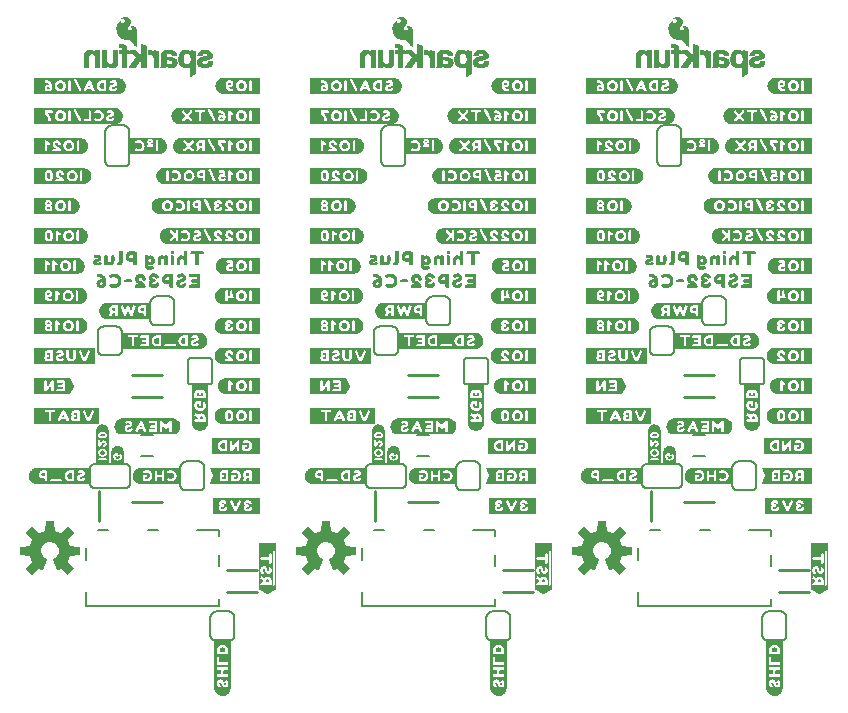
<source format=gbo>
G04 EAGLE Gerber RS-274X export*
G75*
%MOMM*%
%FSLAX34Y34*%
%LPD*%
%INSilkscreen Bottom*%
%IPPOS*%
%AMOC8*
5,1,8,0,0,1.08239X$1,22.5*%
G01*
%ADD10C,0.254000*%
%ADD11C,0.203200*%
%ADD12C,0.152400*%

G36*
X443045Y412254D02*
X443045Y412254D01*
X443048Y412251D01*
X443648Y412351D01*
X443689Y412395D01*
X443686Y412398D01*
X443689Y412400D01*
X443689Y425300D01*
X443686Y425305D01*
X443689Y425308D01*
X443589Y425908D01*
X443545Y425949D01*
X443543Y425946D01*
X443540Y425949D01*
X358340Y425949D01*
X358336Y425946D01*
X358333Y425949D01*
X356933Y425749D01*
X356930Y425745D01*
X356928Y425745D01*
X356927Y425745D01*
X356924Y425747D01*
X355724Y425347D01*
X355719Y425339D01*
X355713Y425341D01*
X355115Y424943D01*
X354518Y424644D01*
X354515Y424637D01*
X354509Y424638D01*
X354009Y424238D01*
X354008Y424234D01*
X354005Y424235D01*
X353005Y423235D01*
X353004Y423223D01*
X352996Y423222D01*
X352096Y421422D01*
X352097Y421415D01*
X352093Y421414D01*
X352082Y421375D01*
X352040Y421228D01*
X351997Y421080D01*
X351983Y421031D01*
X351941Y420883D01*
X351899Y420735D01*
X351893Y420714D01*
X351894Y420710D01*
X351891Y420708D01*
X351791Y420108D01*
X351792Y420107D01*
X351791Y420107D01*
X351691Y419407D01*
X351694Y419402D01*
X351691Y419400D01*
X351691Y418700D01*
X351694Y418696D01*
X351691Y418693D01*
X351791Y417993D01*
X351792Y417992D01*
X351791Y417992D01*
X351891Y417392D01*
X351895Y417389D01*
X351893Y417386D01*
X352093Y416686D01*
X352098Y416682D01*
X352096Y416678D01*
X352696Y415478D01*
X352703Y415475D01*
X352702Y415469D01*
X353102Y414969D01*
X353102Y414968D01*
X353602Y414368D01*
X353606Y414368D01*
X353605Y414365D01*
X354005Y413965D01*
X354012Y413964D01*
X354013Y413959D01*
X354611Y413560D01*
X355109Y413162D01*
X355119Y413161D01*
X355121Y413155D01*
X355821Y412855D01*
X355824Y412856D01*
X355824Y412853D01*
X357024Y412453D01*
X357031Y412455D01*
X357033Y412451D01*
X358433Y412251D01*
X358438Y412254D01*
X358440Y412251D01*
X443040Y412251D01*
X443045Y412254D01*
G37*
G36*
X676725Y412254D02*
X676725Y412254D01*
X676728Y412251D01*
X677328Y412351D01*
X677369Y412395D01*
X677366Y412398D01*
X677369Y412400D01*
X677369Y425300D01*
X677366Y425305D01*
X677369Y425308D01*
X677269Y425908D01*
X677225Y425949D01*
X677223Y425946D01*
X677220Y425949D01*
X592020Y425949D01*
X592016Y425946D01*
X592013Y425949D01*
X590613Y425749D01*
X590610Y425745D01*
X590608Y425745D01*
X590607Y425745D01*
X590604Y425747D01*
X589404Y425347D01*
X589399Y425339D01*
X589393Y425341D01*
X588795Y424943D01*
X588198Y424644D01*
X588195Y424637D01*
X588189Y424638D01*
X587689Y424238D01*
X587688Y424234D01*
X587685Y424235D01*
X586685Y423235D01*
X586684Y423223D01*
X586676Y423222D01*
X585776Y421422D01*
X585777Y421415D01*
X585773Y421414D01*
X585762Y421375D01*
X585720Y421228D01*
X585677Y421080D01*
X585663Y421031D01*
X585621Y420883D01*
X585579Y420735D01*
X585573Y420714D01*
X585574Y420710D01*
X585571Y420708D01*
X585471Y420108D01*
X585472Y420107D01*
X585471Y420107D01*
X585371Y419407D01*
X585374Y419402D01*
X585371Y419400D01*
X585371Y418700D01*
X585374Y418696D01*
X585371Y418693D01*
X585471Y417993D01*
X585472Y417992D01*
X585471Y417992D01*
X585571Y417392D01*
X585575Y417389D01*
X585573Y417386D01*
X585773Y416686D01*
X585778Y416682D01*
X585776Y416678D01*
X586376Y415478D01*
X586383Y415475D01*
X586382Y415469D01*
X586782Y414969D01*
X586782Y414968D01*
X587282Y414368D01*
X587286Y414368D01*
X587285Y414365D01*
X587685Y413965D01*
X587692Y413964D01*
X587693Y413959D01*
X588291Y413560D01*
X588789Y413162D01*
X588799Y413161D01*
X588801Y413155D01*
X589501Y412855D01*
X589504Y412856D01*
X589504Y412853D01*
X590704Y412453D01*
X590711Y412455D01*
X590713Y412451D01*
X592113Y412251D01*
X592118Y412254D01*
X592120Y412251D01*
X676720Y412251D01*
X676725Y412254D01*
G37*
G36*
X209365Y412254D02*
X209365Y412254D01*
X209368Y412251D01*
X209968Y412351D01*
X210009Y412395D01*
X210006Y412398D01*
X210009Y412400D01*
X210009Y425300D01*
X210006Y425305D01*
X210009Y425308D01*
X209909Y425908D01*
X209865Y425949D01*
X209863Y425946D01*
X209860Y425949D01*
X124660Y425949D01*
X124656Y425946D01*
X124653Y425949D01*
X123253Y425749D01*
X123250Y425745D01*
X123248Y425745D01*
X123247Y425745D01*
X123244Y425747D01*
X122044Y425347D01*
X122039Y425339D01*
X122033Y425341D01*
X121435Y424943D01*
X120838Y424644D01*
X120835Y424637D01*
X120829Y424638D01*
X120329Y424238D01*
X120328Y424234D01*
X120325Y424235D01*
X119325Y423235D01*
X119324Y423223D01*
X119316Y423222D01*
X118416Y421422D01*
X118417Y421415D01*
X118413Y421414D01*
X118402Y421375D01*
X118360Y421228D01*
X118317Y421080D01*
X118303Y421031D01*
X118261Y420883D01*
X118219Y420735D01*
X118213Y420714D01*
X118214Y420710D01*
X118211Y420708D01*
X118111Y420108D01*
X118112Y420107D01*
X118111Y420107D01*
X118011Y419407D01*
X118014Y419402D01*
X118011Y419400D01*
X118011Y418700D01*
X118014Y418696D01*
X118011Y418693D01*
X118111Y417993D01*
X118112Y417992D01*
X118111Y417992D01*
X118211Y417392D01*
X118215Y417389D01*
X118213Y417386D01*
X118413Y416686D01*
X118418Y416682D01*
X118416Y416678D01*
X119016Y415478D01*
X119023Y415475D01*
X119022Y415469D01*
X119422Y414969D01*
X119422Y414968D01*
X119922Y414368D01*
X119926Y414368D01*
X119925Y414365D01*
X120325Y413965D01*
X120332Y413964D01*
X120333Y413959D01*
X120931Y413560D01*
X121429Y413162D01*
X121439Y413161D01*
X121441Y413155D01*
X122141Y412855D01*
X122144Y412856D01*
X122144Y412853D01*
X123344Y412453D01*
X123351Y412455D01*
X123353Y412451D01*
X124753Y412251D01*
X124758Y412254D01*
X124760Y412251D01*
X209360Y412251D01*
X209365Y412254D01*
G37*
G36*
X676725Y437654D02*
X676725Y437654D01*
X676728Y437651D01*
X677328Y437751D01*
X677369Y437795D01*
X677366Y437798D01*
X677369Y437800D01*
X677369Y450700D01*
X677366Y450705D01*
X677369Y450708D01*
X677269Y451308D01*
X677225Y451349D01*
X677223Y451346D01*
X677220Y451349D01*
X595420Y451349D01*
X595416Y451346D01*
X595413Y451349D01*
X594713Y451249D01*
X594708Y451244D01*
X594704Y451247D01*
X594105Y451047D01*
X593406Y450847D01*
X593402Y450842D01*
X593398Y450844D01*
X592198Y450244D01*
X592195Y450237D01*
X592189Y450238D01*
X591689Y449838D01*
X591688Y449834D01*
X591685Y449835D01*
X590685Y448835D01*
X590685Y448831D01*
X590682Y448831D01*
X590282Y448331D01*
X590281Y448327D01*
X590279Y448327D01*
X589879Y447727D01*
X589879Y447723D01*
X589876Y447722D01*
X589576Y447122D01*
X589576Y447120D01*
X589576Y447119D01*
X589577Y447117D01*
X589573Y447116D01*
X589373Y446516D01*
X589375Y446509D01*
X589371Y446507D01*
X589271Y445807D01*
X589171Y445108D01*
X589071Y444508D01*
X589077Y444498D01*
X589071Y444493D01*
X589271Y443093D01*
X589272Y443092D01*
X589271Y443092D01*
X589371Y442492D01*
X589378Y442486D01*
X589375Y442481D01*
X589675Y441781D01*
X589677Y441779D01*
X589676Y441778D01*
X590276Y440578D01*
X590283Y440575D01*
X590282Y440569D01*
X590682Y440069D01*
X590686Y440068D01*
X590685Y440065D01*
X591185Y439565D01*
X591189Y439565D01*
X591189Y439562D01*
X591689Y439162D01*
X591693Y439161D01*
X591693Y439159D01*
X592893Y438359D01*
X592902Y438360D01*
X592904Y438353D01*
X594104Y437953D01*
X594106Y437954D01*
X594106Y437953D01*
X594806Y437753D01*
X594810Y437754D01*
X594812Y437751D01*
X595412Y437651D01*
X595417Y437654D01*
X595420Y437651D01*
X676720Y437651D01*
X676725Y437654D01*
G37*
G36*
X209365Y437654D02*
X209365Y437654D01*
X209368Y437651D01*
X209968Y437751D01*
X210009Y437795D01*
X210006Y437798D01*
X210009Y437800D01*
X210009Y450700D01*
X210006Y450705D01*
X210009Y450708D01*
X209909Y451308D01*
X209865Y451349D01*
X209863Y451346D01*
X209860Y451349D01*
X128060Y451349D01*
X128056Y451346D01*
X128053Y451349D01*
X127353Y451249D01*
X127348Y451244D01*
X127344Y451247D01*
X126745Y451047D01*
X126046Y450847D01*
X126042Y450842D01*
X126038Y450844D01*
X124838Y450244D01*
X124835Y450237D01*
X124829Y450238D01*
X124329Y449838D01*
X124328Y449834D01*
X124325Y449835D01*
X123325Y448835D01*
X123325Y448831D01*
X123322Y448831D01*
X122922Y448331D01*
X122921Y448327D01*
X122919Y448327D01*
X122519Y447727D01*
X122519Y447723D01*
X122516Y447722D01*
X122216Y447122D01*
X122216Y447120D01*
X122216Y447119D01*
X122217Y447117D01*
X122213Y447116D01*
X122013Y446516D01*
X122015Y446509D01*
X122011Y446507D01*
X121911Y445807D01*
X121811Y445108D01*
X121711Y444508D01*
X121717Y444498D01*
X121711Y444493D01*
X121911Y443093D01*
X121912Y443092D01*
X121911Y443092D01*
X122011Y442492D01*
X122018Y442486D01*
X122015Y442481D01*
X122315Y441781D01*
X122317Y441779D01*
X122316Y441778D01*
X122916Y440578D01*
X122923Y440575D01*
X122922Y440569D01*
X123322Y440069D01*
X123326Y440068D01*
X123325Y440065D01*
X123825Y439565D01*
X123829Y439565D01*
X123829Y439562D01*
X124329Y439162D01*
X124333Y439161D01*
X124333Y439159D01*
X125533Y438359D01*
X125542Y438360D01*
X125544Y438353D01*
X126744Y437953D01*
X126746Y437954D01*
X126746Y437953D01*
X127446Y437753D01*
X127450Y437754D01*
X127452Y437751D01*
X128052Y437651D01*
X128057Y437654D01*
X128060Y437651D01*
X209360Y437651D01*
X209365Y437654D01*
G37*
G36*
X443045Y437654D02*
X443045Y437654D01*
X443048Y437651D01*
X443648Y437751D01*
X443689Y437795D01*
X443686Y437798D01*
X443689Y437800D01*
X443689Y450700D01*
X443686Y450705D01*
X443689Y450708D01*
X443589Y451308D01*
X443545Y451349D01*
X443543Y451346D01*
X443540Y451349D01*
X361740Y451349D01*
X361736Y451346D01*
X361733Y451349D01*
X361033Y451249D01*
X361028Y451244D01*
X361024Y451247D01*
X360425Y451047D01*
X359726Y450847D01*
X359722Y450842D01*
X359718Y450844D01*
X358518Y450244D01*
X358515Y450237D01*
X358509Y450238D01*
X358009Y449838D01*
X358008Y449834D01*
X358005Y449835D01*
X357005Y448835D01*
X357005Y448831D01*
X357002Y448831D01*
X356602Y448331D01*
X356601Y448327D01*
X356599Y448327D01*
X356199Y447727D01*
X356199Y447723D01*
X356196Y447722D01*
X355896Y447122D01*
X355896Y447120D01*
X355896Y447119D01*
X355897Y447117D01*
X355893Y447116D01*
X355693Y446516D01*
X355695Y446509D01*
X355691Y446507D01*
X355591Y445807D01*
X355491Y445108D01*
X355391Y444508D01*
X355397Y444498D01*
X355391Y444493D01*
X355591Y443093D01*
X355592Y443092D01*
X355591Y443092D01*
X355691Y442492D01*
X355698Y442486D01*
X355695Y442481D01*
X355995Y441781D01*
X355997Y441779D01*
X355996Y441778D01*
X356596Y440578D01*
X356603Y440575D01*
X356602Y440569D01*
X357002Y440069D01*
X357006Y440068D01*
X357005Y440065D01*
X357505Y439565D01*
X357509Y439565D01*
X357509Y439562D01*
X358009Y439162D01*
X358013Y439161D01*
X358013Y439159D01*
X359213Y438359D01*
X359222Y438360D01*
X359224Y438353D01*
X360424Y437953D01*
X360426Y437954D01*
X360426Y437953D01*
X361126Y437753D01*
X361130Y437754D01*
X361132Y437751D01*
X361732Y437651D01*
X361737Y437654D01*
X361740Y437651D01*
X443040Y437651D01*
X443045Y437654D01*
G37*
G36*
X443045Y386854D02*
X443045Y386854D01*
X443048Y386851D01*
X443648Y386951D01*
X443689Y386995D01*
X443686Y386998D01*
X443689Y387000D01*
X443689Y400500D01*
X443653Y400547D01*
X443646Y400542D01*
X443640Y400549D01*
X365140Y400549D01*
X365136Y400546D01*
X365133Y400549D01*
X363733Y400349D01*
X363730Y400345D01*
X363728Y400345D01*
X363727Y400345D01*
X363724Y400347D01*
X362524Y399947D01*
X362521Y399942D01*
X362518Y399944D01*
X361918Y399644D01*
X361916Y399640D01*
X361913Y399641D01*
X361313Y399241D01*
X361312Y399238D01*
X361309Y399238D01*
X360809Y398838D01*
X360808Y398834D01*
X360805Y398835D01*
X359805Y397835D01*
X359804Y397823D01*
X359796Y397822D01*
X359497Y397225D01*
X359099Y396627D01*
X359100Y396620D01*
X359095Y396616D01*
X359093Y396616D01*
X358693Y395416D01*
X358694Y395414D01*
X358693Y395414D01*
X358684Y395384D01*
X358670Y395335D01*
X358628Y395187D01*
X358586Y395040D01*
X358572Y394990D01*
X358530Y394843D01*
X358493Y394714D01*
X358496Y394704D01*
X358491Y394700D01*
X358491Y393300D01*
X358494Y393295D01*
X358491Y393292D01*
X358591Y392692D01*
X358691Y391993D01*
X358696Y391988D01*
X358693Y391984D01*
X358893Y391384D01*
X358896Y391383D01*
X358895Y391381D01*
X359195Y390681D01*
X359197Y390679D01*
X359196Y390678D01*
X359496Y390078D01*
X359503Y390075D01*
X359502Y390069D01*
X360302Y389069D01*
X360306Y389068D01*
X360305Y389065D01*
X360805Y388565D01*
X360809Y388565D01*
X360809Y388562D01*
X361309Y388162D01*
X361313Y388161D01*
X361313Y388159D01*
X361913Y387759D01*
X361917Y387759D01*
X361918Y387756D01*
X362518Y387456D01*
X362523Y387457D01*
X362524Y387453D01*
X363124Y387253D01*
X363126Y387254D01*
X363126Y387253D01*
X363826Y387053D01*
X363830Y387054D01*
X363832Y387051D01*
X364432Y386951D01*
X364433Y386952D01*
X364433Y386951D01*
X365133Y386851D01*
X365138Y386854D01*
X365140Y386851D01*
X443040Y386851D01*
X443045Y386854D01*
G37*
G36*
X676725Y386854D02*
X676725Y386854D01*
X676728Y386851D01*
X677328Y386951D01*
X677369Y386995D01*
X677366Y386998D01*
X677369Y387000D01*
X677369Y400500D01*
X677333Y400547D01*
X677326Y400542D01*
X677320Y400549D01*
X598820Y400549D01*
X598816Y400546D01*
X598813Y400549D01*
X597413Y400349D01*
X597410Y400345D01*
X597408Y400345D01*
X597407Y400345D01*
X597404Y400347D01*
X596204Y399947D01*
X596201Y399942D01*
X596198Y399944D01*
X595598Y399644D01*
X595596Y399640D01*
X595593Y399641D01*
X594993Y399241D01*
X594992Y399238D01*
X594989Y399238D01*
X594489Y398838D01*
X594488Y398834D01*
X594485Y398835D01*
X593485Y397835D01*
X593484Y397823D01*
X593476Y397822D01*
X593177Y397225D01*
X592779Y396627D01*
X592780Y396620D01*
X592775Y396616D01*
X592773Y396616D01*
X592373Y395416D01*
X592374Y395414D01*
X592373Y395414D01*
X592364Y395384D01*
X592350Y395335D01*
X592308Y395187D01*
X592266Y395040D01*
X592252Y394990D01*
X592210Y394843D01*
X592173Y394714D01*
X592176Y394704D01*
X592171Y394700D01*
X592171Y393300D01*
X592174Y393295D01*
X592171Y393292D01*
X592271Y392692D01*
X592371Y391993D01*
X592376Y391988D01*
X592373Y391984D01*
X592573Y391384D01*
X592576Y391383D01*
X592575Y391381D01*
X592875Y390681D01*
X592877Y390679D01*
X592876Y390678D01*
X593176Y390078D01*
X593183Y390075D01*
X593182Y390069D01*
X593982Y389069D01*
X593986Y389068D01*
X593985Y389065D01*
X594485Y388565D01*
X594489Y388565D01*
X594489Y388562D01*
X594989Y388162D01*
X594993Y388161D01*
X594993Y388159D01*
X595593Y387759D01*
X595597Y387759D01*
X595598Y387756D01*
X596198Y387456D01*
X596203Y387457D01*
X596204Y387453D01*
X596804Y387253D01*
X596806Y387254D01*
X596806Y387253D01*
X597506Y387053D01*
X597510Y387054D01*
X597512Y387051D01*
X598112Y386951D01*
X598113Y386952D01*
X598113Y386951D01*
X598813Y386851D01*
X598818Y386854D01*
X598820Y386851D01*
X676720Y386851D01*
X676725Y386854D01*
G37*
G36*
X209365Y386854D02*
X209365Y386854D01*
X209368Y386851D01*
X209968Y386951D01*
X210009Y386995D01*
X210006Y386998D01*
X210009Y387000D01*
X210009Y400500D01*
X209973Y400547D01*
X209966Y400542D01*
X209960Y400549D01*
X131460Y400549D01*
X131456Y400546D01*
X131453Y400549D01*
X130053Y400349D01*
X130050Y400345D01*
X130048Y400345D01*
X130047Y400345D01*
X130044Y400347D01*
X128844Y399947D01*
X128841Y399942D01*
X128838Y399944D01*
X128238Y399644D01*
X128236Y399640D01*
X128233Y399641D01*
X127633Y399241D01*
X127632Y399238D01*
X127629Y399238D01*
X127129Y398838D01*
X127128Y398834D01*
X127125Y398835D01*
X126125Y397835D01*
X126124Y397823D01*
X126116Y397822D01*
X125817Y397225D01*
X125419Y396627D01*
X125420Y396620D01*
X125415Y396616D01*
X125413Y396616D01*
X125013Y395416D01*
X125014Y395414D01*
X125013Y395414D01*
X125004Y395384D01*
X124990Y395335D01*
X124948Y395187D01*
X124906Y395040D01*
X124892Y394990D01*
X124850Y394843D01*
X124813Y394714D01*
X124816Y394704D01*
X124811Y394700D01*
X124811Y393300D01*
X124814Y393295D01*
X124811Y393292D01*
X124911Y392692D01*
X125011Y391993D01*
X125016Y391988D01*
X125013Y391984D01*
X125213Y391384D01*
X125216Y391383D01*
X125215Y391381D01*
X125515Y390681D01*
X125517Y390679D01*
X125516Y390678D01*
X125816Y390078D01*
X125823Y390075D01*
X125822Y390069D01*
X126622Y389069D01*
X126626Y389068D01*
X126625Y389065D01*
X127125Y388565D01*
X127129Y388565D01*
X127129Y388562D01*
X127629Y388162D01*
X127633Y388161D01*
X127633Y388159D01*
X128233Y387759D01*
X128237Y387759D01*
X128238Y387756D01*
X128838Y387456D01*
X128843Y387457D01*
X128844Y387453D01*
X129444Y387253D01*
X129446Y387254D01*
X129446Y387253D01*
X130146Y387053D01*
X130150Y387054D01*
X130152Y387051D01*
X130752Y386951D01*
X130753Y386952D01*
X130753Y386951D01*
X131453Y386851D01*
X131458Y386854D01*
X131460Y386851D01*
X209360Y386851D01*
X209365Y386854D01*
G37*
G36*
X280855Y106930D02*
X280855Y106930D01*
X280911Y106930D01*
X280939Y106945D01*
X280971Y106950D01*
X281030Y106990D01*
X281066Y107008D01*
X281075Y107020D01*
X281091Y107031D01*
X285399Y111339D01*
X285416Y111366D01*
X285440Y111387D01*
X285461Y111439D01*
X285490Y111486D01*
X285493Y111518D01*
X285505Y111548D01*
X285502Y111603D01*
X285507Y111659D01*
X285495Y111689D01*
X285493Y111721D01*
X285459Y111784D01*
X285445Y111821D01*
X285434Y111831D01*
X285425Y111848D01*
X280458Y117939D01*
X281647Y120249D01*
X281654Y120275D01*
X281671Y120307D01*
X282463Y122781D01*
X290282Y123575D01*
X290313Y123585D01*
X290345Y123586D01*
X290394Y123613D01*
X290446Y123631D01*
X290469Y123654D01*
X290497Y123669D01*
X290529Y123715D01*
X290568Y123754D01*
X290578Y123785D01*
X290597Y123811D01*
X290610Y123881D01*
X290623Y123919D01*
X290621Y123934D01*
X290624Y123953D01*
X290624Y130047D01*
X290617Y130078D01*
X290619Y130110D01*
X290597Y130161D01*
X290585Y130216D01*
X290564Y130240D01*
X290552Y130270D01*
X290510Y130306D01*
X290475Y130349D01*
X290445Y130362D01*
X290421Y130383D01*
X290352Y130404D01*
X290316Y130420D01*
X290301Y130420D01*
X290282Y130425D01*
X282463Y131219D01*
X281671Y133693D01*
X281658Y133716D01*
X281647Y133751D01*
X280458Y136061D01*
X285425Y142152D01*
X285439Y142180D01*
X285460Y142204D01*
X285476Y142257D01*
X285501Y142307D01*
X285501Y142339D01*
X285510Y142370D01*
X285500Y142425D01*
X285500Y142481D01*
X285485Y142509D01*
X285480Y142541D01*
X285440Y142600D01*
X285422Y142636D01*
X285410Y142645D01*
X285399Y142661D01*
X281091Y146969D01*
X281064Y146986D01*
X281043Y147010D01*
X280991Y147031D01*
X280944Y147060D01*
X280912Y147063D01*
X280882Y147075D01*
X280827Y147072D01*
X280771Y147077D01*
X280741Y147065D01*
X280709Y147063D01*
X280646Y147029D01*
X280609Y147015D01*
X280599Y147004D01*
X280582Y146995D01*
X274491Y142028D01*
X272181Y143217D01*
X272155Y143224D01*
X272123Y143241D01*
X269649Y144033D01*
X268855Y151852D01*
X268847Y151878D01*
X268846Y151890D01*
X268845Y151893D01*
X268844Y151915D01*
X268817Y151964D01*
X268799Y152016D01*
X268776Y152039D01*
X268761Y152067D01*
X268715Y152099D01*
X268676Y152138D01*
X268645Y152148D01*
X268619Y152167D01*
X268549Y152180D01*
X268511Y152193D01*
X268496Y152191D01*
X268477Y152194D01*
X262383Y152194D01*
X262352Y152187D01*
X262320Y152189D01*
X262269Y152167D01*
X262214Y152155D01*
X262190Y152134D01*
X262160Y152122D01*
X262124Y152080D01*
X262081Y152045D01*
X262068Y152015D01*
X262047Y151991D01*
X262026Y151922D01*
X262010Y151886D01*
X262010Y151871D01*
X262008Y151864D01*
X262007Y151862D01*
X262007Y151861D01*
X262005Y151852D01*
X261211Y144033D01*
X258737Y143241D01*
X258714Y143228D01*
X258679Y143217D01*
X256369Y142028D01*
X250278Y146995D01*
X250250Y147009D01*
X250226Y147030D01*
X250173Y147046D01*
X250123Y147071D01*
X250091Y147071D01*
X250060Y147080D01*
X250005Y147070D01*
X249949Y147070D01*
X249921Y147055D01*
X249889Y147050D01*
X249830Y147010D01*
X249795Y146992D01*
X249785Y146980D01*
X249769Y146969D01*
X245461Y142661D01*
X245444Y142634D01*
X245420Y142613D01*
X245399Y142561D01*
X245370Y142514D01*
X245367Y142482D01*
X245355Y142452D01*
X245359Y142397D01*
X245353Y142341D01*
X245365Y142311D01*
X245367Y142279D01*
X245401Y142216D01*
X245415Y142179D01*
X245426Y142169D01*
X245435Y142152D01*
X250402Y136061D01*
X249213Y133751D01*
X249206Y133725D01*
X249189Y133693D01*
X248397Y131219D01*
X240578Y130425D01*
X240547Y130415D01*
X240515Y130414D01*
X240466Y130387D01*
X240414Y130369D01*
X240391Y130346D01*
X240363Y130331D01*
X240331Y130285D01*
X240292Y130246D01*
X240282Y130215D01*
X240263Y130189D01*
X240250Y130119D01*
X240237Y130081D01*
X240239Y130066D01*
X240236Y130047D01*
X240236Y123953D01*
X240243Y123922D01*
X240241Y123890D01*
X240263Y123839D01*
X240275Y123784D01*
X240296Y123760D01*
X240308Y123730D01*
X240350Y123694D01*
X240385Y123651D01*
X240415Y123638D01*
X240439Y123617D01*
X240508Y123596D01*
X240544Y123580D01*
X240559Y123580D01*
X240578Y123575D01*
X248397Y122781D01*
X249189Y120307D01*
X249202Y120284D01*
X249213Y120249D01*
X250402Y117939D01*
X245435Y111848D01*
X245421Y111820D01*
X245400Y111796D01*
X245384Y111743D01*
X245359Y111693D01*
X245359Y111661D01*
X245350Y111630D01*
X245360Y111575D01*
X245360Y111519D01*
X245375Y111491D01*
X245380Y111459D01*
X245420Y111400D01*
X245438Y111365D01*
X245450Y111355D01*
X245461Y111339D01*
X249769Y107031D01*
X249796Y107014D01*
X249817Y106990D01*
X249869Y106969D01*
X249916Y106940D01*
X249948Y106937D01*
X249978Y106925D01*
X250033Y106929D01*
X250089Y106923D01*
X250119Y106935D01*
X250151Y106937D01*
X250214Y106971D01*
X250251Y106985D01*
X250261Y106996D01*
X250278Y107005D01*
X256369Y111972D01*
X258678Y110782D01*
X258742Y110766D01*
X258805Y110743D01*
X258826Y110745D01*
X258846Y110740D01*
X258911Y110754D01*
X258977Y110761D01*
X258995Y110772D01*
X259015Y110777D01*
X259067Y110818D01*
X259123Y110854D01*
X259136Y110873D01*
X259151Y110885D01*
X259167Y110920D01*
X259203Y110974D01*
X262791Y119636D01*
X262796Y119668D01*
X262810Y119696D01*
X262810Y119752D01*
X262819Y119807D01*
X262810Y119838D01*
X262810Y119869D01*
X262785Y119920D01*
X262769Y119973D01*
X262747Y119996D01*
X262733Y120025D01*
X262677Y120071D01*
X262650Y120099D01*
X262636Y120104D01*
X262621Y120117D01*
X261244Y120861D01*
X260078Y121845D01*
X259138Y123047D01*
X258464Y124415D01*
X258083Y125893D01*
X258011Y127417D01*
X258253Y128923D01*
X258797Y130349D01*
X259621Y131633D01*
X260690Y132722D01*
X261958Y133570D01*
X263373Y134140D01*
X264875Y134410D01*
X266400Y134367D01*
X267884Y134014D01*
X269265Y133364D01*
X270484Y132447D01*
X271490Y131300D01*
X272241Y129971D01*
X272704Y128518D01*
X272861Y126999D01*
X272718Y125550D01*
X272295Y124156D01*
X271609Y122872D01*
X270685Y121746D01*
X269559Y120822D01*
X268241Y120117D01*
X268216Y120096D01*
X268187Y120082D01*
X268152Y120039D01*
X268111Y120003D01*
X268098Y119973D01*
X268078Y119948D01*
X268066Y119894D01*
X268045Y119843D01*
X268047Y119810D01*
X268040Y119778D01*
X268054Y119709D01*
X268057Y119670D01*
X268065Y119656D01*
X268069Y119636D01*
X271657Y110974D01*
X271696Y110920D01*
X271728Y110863D01*
X271745Y110851D01*
X271758Y110834D01*
X271816Y110803D01*
X271871Y110765D01*
X271892Y110762D01*
X271911Y110752D01*
X271977Y110751D01*
X272043Y110741D01*
X272066Y110748D01*
X272084Y110747D01*
X272119Y110764D01*
X272182Y110782D01*
X274491Y111972D01*
X280582Y107005D01*
X280610Y106991D01*
X280634Y106970D01*
X280687Y106954D01*
X280737Y106929D01*
X280769Y106929D01*
X280800Y106920D01*
X280855Y106930D01*
G37*
G36*
X514535Y106930D02*
X514535Y106930D01*
X514591Y106930D01*
X514619Y106945D01*
X514651Y106950D01*
X514710Y106990D01*
X514746Y107008D01*
X514755Y107020D01*
X514771Y107031D01*
X519079Y111339D01*
X519096Y111366D01*
X519120Y111387D01*
X519141Y111439D01*
X519170Y111486D01*
X519173Y111518D01*
X519185Y111548D01*
X519182Y111603D01*
X519187Y111659D01*
X519175Y111689D01*
X519173Y111721D01*
X519139Y111784D01*
X519125Y111821D01*
X519114Y111831D01*
X519105Y111848D01*
X514138Y117939D01*
X515327Y120249D01*
X515334Y120275D01*
X515351Y120307D01*
X516143Y122781D01*
X523962Y123575D01*
X523993Y123585D01*
X524025Y123586D01*
X524074Y123613D01*
X524126Y123631D01*
X524149Y123654D01*
X524177Y123669D01*
X524209Y123715D01*
X524248Y123754D01*
X524258Y123785D01*
X524277Y123811D01*
X524290Y123881D01*
X524303Y123919D01*
X524301Y123934D01*
X524304Y123953D01*
X524304Y130047D01*
X524297Y130078D01*
X524299Y130110D01*
X524277Y130161D01*
X524265Y130216D01*
X524244Y130240D01*
X524232Y130270D01*
X524190Y130306D01*
X524155Y130349D01*
X524125Y130362D01*
X524101Y130383D01*
X524032Y130404D01*
X523996Y130420D01*
X523981Y130420D01*
X523962Y130425D01*
X516143Y131219D01*
X515351Y133693D01*
X515338Y133716D01*
X515327Y133751D01*
X514138Y136061D01*
X519105Y142152D01*
X519119Y142180D01*
X519140Y142204D01*
X519156Y142257D01*
X519181Y142307D01*
X519181Y142339D01*
X519190Y142370D01*
X519180Y142425D01*
X519180Y142481D01*
X519165Y142509D01*
X519160Y142541D01*
X519120Y142600D01*
X519102Y142636D01*
X519090Y142645D01*
X519079Y142661D01*
X514771Y146969D01*
X514744Y146986D01*
X514723Y147010D01*
X514671Y147031D01*
X514624Y147060D01*
X514592Y147063D01*
X514562Y147075D01*
X514507Y147072D01*
X514451Y147077D01*
X514421Y147065D01*
X514389Y147063D01*
X514326Y147029D01*
X514289Y147015D01*
X514279Y147004D01*
X514262Y146995D01*
X508171Y142028D01*
X505861Y143217D01*
X505835Y143224D01*
X505803Y143241D01*
X503329Y144033D01*
X502535Y151852D01*
X502527Y151878D01*
X502526Y151890D01*
X502525Y151893D01*
X502524Y151915D01*
X502497Y151964D01*
X502479Y152016D01*
X502456Y152039D01*
X502441Y152067D01*
X502395Y152099D01*
X502356Y152138D01*
X502325Y152148D01*
X502299Y152167D01*
X502229Y152180D01*
X502191Y152193D01*
X502176Y152191D01*
X502157Y152194D01*
X496063Y152194D01*
X496032Y152187D01*
X496000Y152189D01*
X495949Y152167D01*
X495894Y152155D01*
X495870Y152134D01*
X495840Y152122D01*
X495804Y152080D01*
X495761Y152045D01*
X495748Y152015D01*
X495727Y151991D01*
X495706Y151922D01*
X495690Y151886D01*
X495690Y151871D01*
X495688Y151864D01*
X495687Y151862D01*
X495687Y151861D01*
X495685Y151852D01*
X494891Y144033D01*
X492417Y143241D01*
X492394Y143228D01*
X492359Y143217D01*
X490049Y142028D01*
X483958Y146995D01*
X483930Y147009D01*
X483906Y147030D01*
X483853Y147046D01*
X483803Y147071D01*
X483771Y147071D01*
X483740Y147080D01*
X483685Y147070D01*
X483629Y147070D01*
X483601Y147055D01*
X483569Y147050D01*
X483510Y147010D01*
X483475Y146992D01*
X483465Y146980D01*
X483449Y146969D01*
X479141Y142661D01*
X479124Y142634D01*
X479100Y142613D01*
X479079Y142561D01*
X479050Y142514D01*
X479047Y142482D01*
X479035Y142452D01*
X479039Y142397D01*
X479033Y142341D01*
X479045Y142311D01*
X479047Y142279D01*
X479081Y142216D01*
X479095Y142179D01*
X479106Y142169D01*
X479115Y142152D01*
X484082Y136061D01*
X482893Y133751D01*
X482886Y133725D01*
X482869Y133693D01*
X482077Y131219D01*
X474258Y130425D01*
X474227Y130415D01*
X474195Y130414D01*
X474146Y130387D01*
X474094Y130369D01*
X474071Y130346D01*
X474043Y130331D01*
X474011Y130285D01*
X473972Y130246D01*
X473962Y130215D01*
X473943Y130189D01*
X473930Y130119D01*
X473917Y130081D01*
X473919Y130066D01*
X473916Y130047D01*
X473916Y123953D01*
X473923Y123922D01*
X473921Y123890D01*
X473943Y123839D01*
X473955Y123784D01*
X473976Y123760D01*
X473988Y123730D01*
X474030Y123694D01*
X474065Y123651D01*
X474095Y123638D01*
X474119Y123617D01*
X474188Y123596D01*
X474224Y123580D01*
X474239Y123580D01*
X474258Y123575D01*
X482077Y122781D01*
X482869Y120307D01*
X482882Y120284D01*
X482893Y120249D01*
X484082Y117939D01*
X479115Y111848D01*
X479101Y111820D01*
X479080Y111796D01*
X479064Y111743D01*
X479039Y111693D01*
X479039Y111661D01*
X479030Y111630D01*
X479040Y111575D01*
X479040Y111519D01*
X479055Y111491D01*
X479060Y111459D01*
X479100Y111400D01*
X479118Y111365D01*
X479130Y111355D01*
X479141Y111339D01*
X483449Y107031D01*
X483476Y107014D01*
X483497Y106990D01*
X483549Y106969D01*
X483596Y106940D01*
X483628Y106937D01*
X483658Y106925D01*
X483713Y106929D01*
X483769Y106923D01*
X483799Y106935D01*
X483831Y106937D01*
X483894Y106971D01*
X483931Y106985D01*
X483941Y106996D01*
X483958Y107005D01*
X490049Y111972D01*
X492358Y110782D01*
X492422Y110766D01*
X492485Y110743D01*
X492506Y110745D01*
X492526Y110740D01*
X492591Y110754D01*
X492657Y110761D01*
X492675Y110772D01*
X492695Y110777D01*
X492747Y110818D01*
X492803Y110854D01*
X492816Y110873D01*
X492831Y110885D01*
X492847Y110920D01*
X492883Y110974D01*
X496471Y119636D01*
X496476Y119668D01*
X496490Y119696D01*
X496490Y119752D01*
X496499Y119807D01*
X496490Y119838D01*
X496490Y119869D01*
X496465Y119920D01*
X496449Y119973D01*
X496427Y119996D01*
X496413Y120025D01*
X496357Y120071D01*
X496330Y120099D01*
X496316Y120104D01*
X496301Y120117D01*
X494924Y120861D01*
X493758Y121845D01*
X492818Y123047D01*
X492144Y124415D01*
X491763Y125893D01*
X491691Y127417D01*
X491933Y128923D01*
X492477Y130349D01*
X493301Y131633D01*
X494370Y132722D01*
X495638Y133570D01*
X497053Y134140D01*
X498555Y134410D01*
X500080Y134367D01*
X501564Y134014D01*
X502945Y133364D01*
X504164Y132447D01*
X505170Y131300D01*
X505921Y129971D01*
X506384Y128518D01*
X506541Y126999D01*
X506398Y125550D01*
X505975Y124156D01*
X505289Y122872D01*
X504365Y121746D01*
X503239Y120822D01*
X501921Y120117D01*
X501896Y120096D01*
X501867Y120082D01*
X501832Y120039D01*
X501791Y120003D01*
X501778Y119973D01*
X501758Y119948D01*
X501746Y119894D01*
X501725Y119843D01*
X501727Y119810D01*
X501720Y119778D01*
X501734Y119709D01*
X501737Y119670D01*
X501745Y119656D01*
X501749Y119636D01*
X505337Y110974D01*
X505376Y110920D01*
X505408Y110863D01*
X505425Y110851D01*
X505438Y110834D01*
X505496Y110803D01*
X505551Y110765D01*
X505572Y110762D01*
X505591Y110752D01*
X505657Y110751D01*
X505723Y110741D01*
X505746Y110748D01*
X505764Y110747D01*
X505799Y110764D01*
X505862Y110782D01*
X508171Y111972D01*
X514262Y107005D01*
X514290Y106991D01*
X514314Y106970D01*
X514367Y106954D01*
X514417Y106929D01*
X514449Y106929D01*
X514480Y106920D01*
X514535Y106930D01*
G37*
G36*
X47175Y106930D02*
X47175Y106930D01*
X47231Y106930D01*
X47259Y106945D01*
X47291Y106950D01*
X47350Y106990D01*
X47386Y107008D01*
X47395Y107020D01*
X47411Y107031D01*
X51719Y111339D01*
X51736Y111366D01*
X51760Y111387D01*
X51781Y111439D01*
X51810Y111486D01*
X51813Y111518D01*
X51825Y111548D01*
X51822Y111603D01*
X51827Y111659D01*
X51815Y111689D01*
X51813Y111721D01*
X51779Y111784D01*
X51765Y111821D01*
X51754Y111831D01*
X51745Y111848D01*
X46778Y117939D01*
X47967Y120249D01*
X47974Y120275D01*
X47991Y120307D01*
X48783Y122781D01*
X56602Y123575D01*
X56633Y123585D01*
X56665Y123586D01*
X56714Y123613D01*
X56766Y123631D01*
X56789Y123654D01*
X56817Y123669D01*
X56849Y123715D01*
X56888Y123754D01*
X56898Y123785D01*
X56917Y123811D01*
X56930Y123881D01*
X56943Y123919D01*
X56941Y123934D01*
X56944Y123953D01*
X56944Y130047D01*
X56937Y130078D01*
X56939Y130110D01*
X56917Y130161D01*
X56905Y130216D01*
X56884Y130240D01*
X56872Y130270D01*
X56830Y130306D01*
X56795Y130349D01*
X56765Y130362D01*
X56741Y130383D01*
X56672Y130404D01*
X56636Y130420D01*
X56621Y130420D01*
X56602Y130425D01*
X48783Y131219D01*
X47991Y133693D01*
X47978Y133716D01*
X47967Y133751D01*
X46778Y136061D01*
X51745Y142152D01*
X51759Y142180D01*
X51780Y142204D01*
X51796Y142257D01*
X51821Y142307D01*
X51821Y142339D01*
X51830Y142370D01*
X51820Y142425D01*
X51820Y142481D01*
X51805Y142509D01*
X51800Y142541D01*
X51760Y142600D01*
X51742Y142636D01*
X51730Y142645D01*
X51719Y142661D01*
X47411Y146969D01*
X47384Y146986D01*
X47363Y147010D01*
X47311Y147031D01*
X47264Y147060D01*
X47232Y147063D01*
X47202Y147075D01*
X47147Y147072D01*
X47091Y147077D01*
X47061Y147065D01*
X47029Y147063D01*
X46966Y147029D01*
X46929Y147015D01*
X46919Y147004D01*
X46902Y146995D01*
X40811Y142028D01*
X38501Y143217D01*
X38475Y143224D01*
X38443Y143241D01*
X35969Y144033D01*
X35175Y151852D01*
X35167Y151878D01*
X35166Y151890D01*
X35165Y151893D01*
X35164Y151915D01*
X35137Y151964D01*
X35119Y152016D01*
X35096Y152039D01*
X35081Y152067D01*
X35035Y152099D01*
X34996Y152138D01*
X34965Y152148D01*
X34939Y152167D01*
X34869Y152180D01*
X34831Y152193D01*
X34816Y152191D01*
X34797Y152194D01*
X28703Y152194D01*
X28672Y152187D01*
X28640Y152189D01*
X28589Y152167D01*
X28534Y152155D01*
X28510Y152134D01*
X28480Y152122D01*
X28444Y152080D01*
X28401Y152045D01*
X28388Y152015D01*
X28367Y151991D01*
X28346Y151922D01*
X28330Y151886D01*
X28330Y151871D01*
X28328Y151864D01*
X28327Y151862D01*
X28327Y151861D01*
X28325Y151852D01*
X27531Y144033D01*
X25057Y143241D01*
X25034Y143228D01*
X24999Y143217D01*
X22689Y142028D01*
X16598Y146995D01*
X16570Y147009D01*
X16546Y147030D01*
X16493Y147046D01*
X16443Y147071D01*
X16411Y147071D01*
X16380Y147080D01*
X16325Y147070D01*
X16269Y147070D01*
X16241Y147055D01*
X16209Y147050D01*
X16150Y147010D01*
X16115Y146992D01*
X16105Y146980D01*
X16089Y146969D01*
X11781Y142661D01*
X11764Y142634D01*
X11740Y142613D01*
X11719Y142561D01*
X11690Y142514D01*
X11687Y142482D01*
X11675Y142452D01*
X11679Y142397D01*
X11673Y142341D01*
X11685Y142311D01*
X11687Y142279D01*
X11721Y142216D01*
X11735Y142179D01*
X11746Y142169D01*
X11755Y142152D01*
X16722Y136061D01*
X15533Y133751D01*
X15526Y133725D01*
X15509Y133693D01*
X14717Y131219D01*
X6898Y130425D01*
X6867Y130415D01*
X6835Y130414D01*
X6786Y130387D01*
X6734Y130369D01*
X6711Y130346D01*
X6683Y130331D01*
X6651Y130285D01*
X6612Y130246D01*
X6602Y130215D01*
X6583Y130189D01*
X6570Y130119D01*
X6557Y130081D01*
X6559Y130066D01*
X6556Y130047D01*
X6556Y123953D01*
X6563Y123922D01*
X6561Y123890D01*
X6583Y123839D01*
X6595Y123784D01*
X6616Y123760D01*
X6628Y123730D01*
X6670Y123694D01*
X6705Y123651D01*
X6735Y123638D01*
X6759Y123617D01*
X6828Y123596D01*
X6864Y123580D01*
X6879Y123580D01*
X6898Y123575D01*
X14717Y122781D01*
X15509Y120307D01*
X15522Y120284D01*
X15533Y120249D01*
X16722Y117939D01*
X11755Y111848D01*
X11741Y111820D01*
X11720Y111796D01*
X11704Y111743D01*
X11679Y111693D01*
X11679Y111661D01*
X11670Y111630D01*
X11680Y111575D01*
X11680Y111519D01*
X11695Y111491D01*
X11700Y111459D01*
X11740Y111400D01*
X11758Y111365D01*
X11770Y111355D01*
X11781Y111339D01*
X16089Y107031D01*
X16116Y107014D01*
X16137Y106990D01*
X16189Y106969D01*
X16236Y106940D01*
X16268Y106937D01*
X16298Y106925D01*
X16353Y106929D01*
X16409Y106923D01*
X16439Y106935D01*
X16471Y106937D01*
X16534Y106971D01*
X16571Y106985D01*
X16581Y106996D01*
X16598Y107005D01*
X22689Y111972D01*
X24998Y110782D01*
X25062Y110766D01*
X25125Y110743D01*
X25146Y110745D01*
X25166Y110740D01*
X25231Y110754D01*
X25297Y110761D01*
X25315Y110772D01*
X25335Y110777D01*
X25387Y110818D01*
X25443Y110854D01*
X25456Y110873D01*
X25471Y110885D01*
X25487Y110920D01*
X25523Y110974D01*
X29111Y119636D01*
X29116Y119668D01*
X29130Y119696D01*
X29130Y119752D01*
X29139Y119807D01*
X29130Y119838D01*
X29130Y119869D01*
X29105Y119920D01*
X29089Y119973D01*
X29067Y119996D01*
X29053Y120025D01*
X28997Y120071D01*
X28970Y120099D01*
X28956Y120104D01*
X28941Y120117D01*
X27564Y120861D01*
X26398Y121845D01*
X25458Y123047D01*
X24784Y124415D01*
X24403Y125893D01*
X24331Y127417D01*
X24573Y128923D01*
X25117Y130349D01*
X25941Y131633D01*
X27010Y132722D01*
X28278Y133570D01*
X29693Y134140D01*
X31195Y134410D01*
X32720Y134367D01*
X34204Y134014D01*
X35585Y133364D01*
X36804Y132447D01*
X37810Y131300D01*
X38561Y129971D01*
X39024Y128518D01*
X39181Y126999D01*
X39038Y125550D01*
X38615Y124156D01*
X37929Y122872D01*
X37005Y121746D01*
X35879Y120822D01*
X34561Y120117D01*
X34536Y120096D01*
X34507Y120082D01*
X34472Y120039D01*
X34431Y120003D01*
X34418Y119973D01*
X34398Y119948D01*
X34386Y119894D01*
X34365Y119843D01*
X34367Y119810D01*
X34360Y119778D01*
X34374Y119709D01*
X34377Y119670D01*
X34385Y119656D01*
X34389Y119636D01*
X37977Y110974D01*
X38016Y110920D01*
X38048Y110863D01*
X38065Y110851D01*
X38078Y110834D01*
X38136Y110803D01*
X38191Y110765D01*
X38212Y110762D01*
X38231Y110752D01*
X38297Y110751D01*
X38363Y110741D01*
X38386Y110748D01*
X38404Y110747D01*
X38439Y110764D01*
X38502Y110782D01*
X40811Y111972D01*
X46902Y107005D01*
X46930Y106991D01*
X46954Y106970D01*
X47007Y106954D01*
X47057Y106929D01*
X47089Y106929D01*
X47120Y106920D01*
X47175Y106930D01*
G37*
G36*
X322724Y513854D02*
X322724Y513854D01*
X322727Y513851D01*
X323423Y513951D01*
X324120Y513951D01*
X324129Y513958D01*
X324136Y513953D01*
X324735Y514153D01*
X325434Y514353D01*
X325438Y514358D01*
X325442Y514356D01*
X326042Y514656D01*
X326044Y514660D01*
X326047Y514659D01*
X326647Y515059D01*
X326648Y515062D01*
X326651Y515062D01*
X327651Y515862D01*
X327652Y515866D01*
X327655Y515865D01*
X328155Y516365D01*
X328156Y516372D01*
X328161Y516373D01*
X328561Y516973D01*
X328561Y516977D01*
X328564Y516978D01*
X329164Y518178D01*
X329163Y518183D01*
X329167Y518184D01*
X329367Y518784D01*
X329366Y518786D01*
X329367Y518786D01*
X329403Y518910D01*
X329417Y518959D01*
X329459Y519107D01*
X329501Y519255D01*
X329515Y519304D01*
X329557Y519452D01*
X329558Y519452D01*
X329557Y519452D01*
X329567Y519486D01*
X329564Y519496D01*
X329569Y519500D01*
X329569Y520097D01*
X329669Y520793D01*
X329664Y520802D01*
X329669Y520807D01*
X329469Y522207D01*
X329464Y522212D01*
X329467Y522216D01*
X329067Y523416D01*
X329064Y523417D01*
X329065Y523419D01*
X328765Y524119D01*
X328757Y524124D01*
X328758Y524131D01*
X328360Y524629D01*
X327961Y525227D01*
X327951Y525231D01*
X327951Y525238D01*
X327453Y525637D01*
X326955Y526135D01*
X326951Y526135D01*
X326951Y526138D01*
X326451Y526538D01*
X326443Y526539D01*
X326442Y526544D01*
X325842Y526844D01*
X325840Y526844D01*
X325839Y526845D01*
X325139Y527145D01*
X325136Y527145D01*
X325136Y527147D01*
X324536Y527347D01*
X324531Y527345D01*
X324529Y527345D01*
X324527Y527349D01*
X323828Y527449D01*
X323228Y527549D01*
X323223Y527546D01*
X323220Y527549D01*
X252320Y527549D01*
X252273Y527513D01*
X252276Y527509D01*
X252273Y527506D01*
X252275Y527503D01*
X252271Y527500D01*
X252271Y514000D01*
X252307Y513953D01*
X252310Y513955D01*
X252312Y513951D01*
X252912Y513851D01*
X252917Y513854D01*
X252920Y513851D01*
X322720Y513851D01*
X322724Y513854D01*
G37*
G36*
X556404Y513854D02*
X556404Y513854D01*
X556407Y513851D01*
X557103Y513951D01*
X557800Y513951D01*
X557809Y513958D01*
X557816Y513953D01*
X558415Y514153D01*
X559114Y514353D01*
X559118Y514358D01*
X559122Y514356D01*
X559722Y514656D01*
X559724Y514660D01*
X559727Y514659D01*
X560327Y515059D01*
X560328Y515062D01*
X560331Y515062D01*
X561331Y515862D01*
X561332Y515866D01*
X561335Y515865D01*
X561835Y516365D01*
X561836Y516372D01*
X561841Y516373D01*
X562241Y516973D01*
X562241Y516977D01*
X562244Y516978D01*
X562844Y518178D01*
X562843Y518183D01*
X562847Y518184D01*
X563047Y518784D01*
X563046Y518786D01*
X563047Y518786D01*
X563083Y518910D01*
X563097Y518959D01*
X563139Y519107D01*
X563181Y519255D01*
X563195Y519304D01*
X563237Y519452D01*
X563238Y519452D01*
X563237Y519452D01*
X563247Y519486D01*
X563244Y519496D01*
X563249Y519500D01*
X563249Y520097D01*
X563349Y520793D01*
X563344Y520802D01*
X563349Y520807D01*
X563149Y522207D01*
X563144Y522212D01*
X563147Y522216D01*
X562747Y523416D01*
X562744Y523417D01*
X562745Y523419D01*
X562445Y524119D01*
X562437Y524124D01*
X562438Y524131D01*
X562040Y524629D01*
X561641Y525227D01*
X561631Y525231D01*
X561631Y525238D01*
X561133Y525637D01*
X560635Y526135D01*
X560631Y526135D01*
X560631Y526138D01*
X560131Y526538D01*
X560123Y526539D01*
X560122Y526544D01*
X559522Y526844D01*
X559520Y526844D01*
X559519Y526845D01*
X558819Y527145D01*
X558816Y527145D01*
X558816Y527147D01*
X558216Y527347D01*
X558211Y527345D01*
X558209Y527345D01*
X558207Y527349D01*
X557508Y527449D01*
X556908Y527549D01*
X556903Y527546D01*
X556900Y527549D01*
X486000Y527549D01*
X485953Y527513D01*
X485956Y527509D01*
X485953Y527506D01*
X485955Y527503D01*
X485951Y527500D01*
X485951Y514000D01*
X485987Y513953D01*
X485990Y513955D01*
X485992Y513951D01*
X486592Y513851D01*
X486597Y513854D01*
X486600Y513851D01*
X556400Y513851D01*
X556404Y513854D01*
G37*
G36*
X89044Y513854D02*
X89044Y513854D01*
X89047Y513851D01*
X89743Y513951D01*
X90440Y513951D01*
X90449Y513958D01*
X90456Y513953D01*
X91055Y514153D01*
X91754Y514353D01*
X91758Y514358D01*
X91762Y514356D01*
X92362Y514656D01*
X92364Y514660D01*
X92367Y514659D01*
X92967Y515059D01*
X92968Y515062D01*
X92971Y515062D01*
X93971Y515862D01*
X93972Y515866D01*
X93975Y515865D01*
X94475Y516365D01*
X94476Y516372D01*
X94481Y516373D01*
X94881Y516973D01*
X94881Y516977D01*
X94884Y516978D01*
X95484Y518178D01*
X95483Y518183D01*
X95487Y518184D01*
X95687Y518784D01*
X95686Y518786D01*
X95687Y518786D01*
X95723Y518910D01*
X95737Y518959D01*
X95779Y519107D01*
X95821Y519255D01*
X95835Y519304D01*
X95877Y519452D01*
X95878Y519452D01*
X95877Y519452D01*
X95887Y519486D01*
X95884Y519496D01*
X95889Y519500D01*
X95889Y520097D01*
X95989Y520793D01*
X95984Y520802D01*
X95989Y520807D01*
X95789Y522207D01*
X95784Y522212D01*
X95787Y522216D01*
X95387Y523416D01*
X95384Y523417D01*
X95385Y523419D01*
X95085Y524119D01*
X95077Y524124D01*
X95078Y524131D01*
X94680Y524629D01*
X94281Y525227D01*
X94271Y525231D01*
X94271Y525238D01*
X93773Y525637D01*
X93275Y526135D01*
X93271Y526135D01*
X93271Y526138D01*
X92771Y526538D01*
X92763Y526539D01*
X92762Y526544D01*
X92162Y526844D01*
X92160Y526844D01*
X92159Y526845D01*
X91459Y527145D01*
X91456Y527145D01*
X91456Y527147D01*
X90856Y527347D01*
X90851Y527345D01*
X90849Y527345D01*
X90847Y527349D01*
X90148Y527449D01*
X89548Y527549D01*
X89543Y527546D01*
X89540Y527549D01*
X18640Y527549D01*
X18593Y527513D01*
X18596Y527509D01*
X18593Y527506D01*
X18595Y527503D01*
X18591Y527500D01*
X18591Y514000D01*
X18627Y513953D01*
X18630Y513955D01*
X18632Y513951D01*
X19232Y513851D01*
X19237Y513854D01*
X19240Y513851D01*
X89040Y513851D01*
X89044Y513854D01*
G37*
G36*
X209365Y488454D02*
X209365Y488454D01*
X209368Y488451D01*
X209968Y488551D01*
X210009Y488595D01*
X210006Y488598D01*
X210009Y488600D01*
X210009Y501500D01*
X210006Y501505D01*
X210009Y501508D01*
X209909Y502108D01*
X209865Y502149D01*
X209863Y502146D01*
X209860Y502149D01*
X140860Y502149D01*
X140856Y502146D01*
X140853Y502149D01*
X140153Y502049D01*
X140148Y502044D01*
X140144Y502047D01*
X139545Y501847D01*
X138846Y501647D01*
X138842Y501642D01*
X138838Y501644D01*
X137638Y501044D01*
X137635Y501037D01*
X137629Y501038D01*
X137129Y500638D01*
X137128Y500634D01*
X137125Y500635D01*
X136125Y499635D01*
X136125Y499631D01*
X136122Y499631D01*
X135722Y499131D01*
X135721Y499127D01*
X135719Y499127D01*
X135319Y498527D01*
X135319Y498523D01*
X135316Y498522D01*
X135016Y497922D01*
X135016Y497920D01*
X135016Y497919D01*
X135017Y497917D01*
X135013Y497916D01*
X134813Y497316D01*
X134815Y497309D01*
X134811Y497307D01*
X134711Y496607D01*
X134611Y495908D01*
X134511Y495308D01*
X134517Y495298D01*
X134511Y495293D01*
X134711Y493893D01*
X134712Y493892D01*
X134711Y493892D01*
X134811Y493292D01*
X134818Y493286D01*
X134815Y493281D01*
X135115Y492581D01*
X135117Y492579D01*
X135116Y492578D01*
X135716Y491378D01*
X135723Y491375D01*
X135722Y491369D01*
X136122Y490869D01*
X136126Y490868D01*
X136125Y490865D01*
X136625Y490365D01*
X136629Y490365D01*
X136629Y490362D01*
X137129Y489962D01*
X137133Y489961D01*
X137133Y489959D01*
X138333Y489159D01*
X138342Y489160D01*
X138344Y489153D01*
X139544Y488753D01*
X139546Y488754D01*
X139546Y488753D01*
X140246Y488553D01*
X140251Y488555D01*
X140253Y488551D01*
X140953Y488451D01*
X140958Y488454D01*
X140960Y488451D01*
X209360Y488451D01*
X209365Y488454D01*
G37*
G36*
X443045Y488454D02*
X443045Y488454D01*
X443048Y488451D01*
X443648Y488551D01*
X443689Y488595D01*
X443686Y488598D01*
X443689Y488600D01*
X443689Y501500D01*
X443686Y501505D01*
X443689Y501508D01*
X443589Y502108D01*
X443545Y502149D01*
X443543Y502146D01*
X443540Y502149D01*
X374540Y502149D01*
X374536Y502146D01*
X374533Y502149D01*
X373833Y502049D01*
X373828Y502044D01*
X373824Y502047D01*
X373225Y501847D01*
X372526Y501647D01*
X372522Y501642D01*
X372518Y501644D01*
X371318Y501044D01*
X371315Y501037D01*
X371309Y501038D01*
X370809Y500638D01*
X370808Y500634D01*
X370805Y500635D01*
X369805Y499635D01*
X369805Y499631D01*
X369802Y499631D01*
X369402Y499131D01*
X369401Y499127D01*
X369399Y499127D01*
X368999Y498527D01*
X368999Y498523D01*
X368996Y498522D01*
X368696Y497922D01*
X368696Y497920D01*
X368696Y497919D01*
X368697Y497917D01*
X368693Y497916D01*
X368493Y497316D01*
X368495Y497309D01*
X368491Y497307D01*
X368391Y496607D01*
X368291Y495908D01*
X368191Y495308D01*
X368197Y495298D01*
X368191Y495293D01*
X368391Y493893D01*
X368392Y493892D01*
X368391Y493892D01*
X368491Y493292D01*
X368498Y493286D01*
X368495Y493281D01*
X368795Y492581D01*
X368797Y492579D01*
X368796Y492578D01*
X369396Y491378D01*
X369403Y491375D01*
X369402Y491369D01*
X369802Y490869D01*
X369806Y490868D01*
X369805Y490865D01*
X370305Y490365D01*
X370309Y490365D01*
X370309Y490362D01*
X370809Y489962D01*
X370813Y489961D01*
X370813Y489959D01*
X372013Y489159D01*
X372022Y489160D01*
X372024Y489153D01*
X373224Y488753D01*
X373226Y488754D01*
X373226Y488753D01*
X373926Y488553D01*
X373931Y488555D01*
X373933Y488551D01*
X374633Y488451D01*
X374638Y488454D01*
X374640Y488451D01*
X443040Y488451D01*
X443045Y488454D01*
G37*
G36*
X676725Y488454D02*
X676725Y488454D01*
X676728Y488451D01*
X677328Y488551D01*
X677369Y488595D01*
X677366Y488598D01*
X677369Y488600D01*
X677369Y501500D01*
X677366Y501505D01*
X677369Y501508D01*
X677269Y502108D01*
X677225Y502149D01*
X677223Y502146D01*
X677220Y502149D01*
X608220Y502149D01*
X608216Y502146D01*
X608213Y502149D01*
X607513Y502049D01*
X607508Y502044D01*
X607504Y502047D01*
X606905Y501847D01*
X606206Y501647D01*
X606202Y501642D01*
X606198Y501644D01*
X604998Y501044D01*
X604995Y501037D01*
X604989Y501038D01*
X604489Y500638D01*
X604488Y500634D01*
X604485Y500635D01*
X603485Y499635D01*
X603485Y499631D01*
X603482Y499631D01*
X603082Y499131D01*
X603081Y499127D01*
X603079Y499127D01*
X602679Y498527D01*
X602679Y498523D01*
X602676Y498522D01*
X602376Y497922D01*
X602376Y497920D01*
X602376Y497919D01*
X602377Y497917D01*
X602373Y497916D01*
X602173Y497316D01*
X602175Y497309D01*
X602171Y497307D01*
X602071Y496607D01*
X601971Y495908D01*
X601871Y495308D01*
X601877Y495298D01*
X601871Y495293D01*
X602071Y493893D01*
X602072Y493892D01*
X602071Y493892D01*
X602171Y493292D01*
X602178Y493286D01*
X602175Y493281D01*
X602475Y492581D01*
X602477Y492579D01*
X602476Y492578D01*
X603076Y491378D01*
X603083Y491375D01*
X603082Y491369D01*
X603482Y490869D01*
X603486Y490868D01*
X603485Y490865D01*
X603985Y490365D01*
X603989Y490365D01*
X603989Y490362D01*
X604489Y489962D01*
X604493Y489961D01*
X604493Y489959D01*
X605693Y489159D01*
X605702Y489160D01*
X605704Y489153D01*
X606904Y488753D01*
X606906Y488754D01*
X606906Y488753D01*
X607606Y488553D01*
X607611Y488555D01*
X607613Y488551D01*
X608313Y488451D01*
X608318Y488454D01*
X608320Y488451D01*
X676720Y488451D01*
X676725Y488454D01*
G37*
G36*
X86944Y488454D02*
X86944Y488454D01*
X86947Y488451D01*
X87647Y488551D01*
X87648Y488552D01*
X87648Y488551D01*
X88248Y488651D01*
X88251Y488655D01*
X88254Y488653D01*
X88954Y488853D01*
X88958Y488858D01*
X88962Y488856D01*
X90162Y489456D01*
X90165Y489463D01*
X90171Y489462D01*
X90671Y489862D01*
X90672Y489862D01*
X91272Y490362D01*
X91272Y490366D01*
X91275Y490365D01*
X91675Y490765D01*
X91676Y490772D01*
X91681Y490773D01*
X92481Y491973D01*
X92481Y491977D01*
X92484Y491978D01*
X93084Y493178D01*
X93082Y493189D01*
X93089Y493192D01*
X93188Y493789D01*
X93193Y493806D01*
X93235Y493953D01*
X93277Y494101D01*
X93291Y494150D01*
X93334Y494298D01*
X93376Y494446D01*
X93387Y494486D01*
X93385Y494493D01*
X93387Y494495D01*
X93386Y494497D01*
X93389Y494500D01*
X93389Y495900D01*
X93386Y495905D01*
X93389Y495908D01*
X93289Y496508D01*
X93285Y496511D01*
X93287Y496514D01*
X93087Y497214D01*
X93086Y497215D01*
X93087Y497216D01*
X92887Y497816D01*
X92882Y497819D01*
X92884Y497822D01*
X92284Y499022D01*
X92280Y499024D01*
X92281Y499027D01*
X91881Y499627D01*
X91874Y499630D01*
X91875Y499635D01*
X91375Y500135D01*
X91371Y500135D01*
X91371Y500138D01*
X90371Y500938D01*
X90367Y500939D01*
X90367Y500941D01*
X89767Y501341D01*
X89763Y501341D01*
X89762Y501344D01*
X89162Y501644D01*
X89155Y501643D01*
X89154Y501647D01*
X88455Y501847D01*
X87856Y502047D01*
X87847Y502044D01*
X87844Y502044D01*
X87840Y502049D01*
X87144Y502049D01*
X86548Y502149D01*
X86543Y502146D01*
X86540Y502149D01*
X18840Y502149D01*
X18802Y502120D01*
X18794Y502118D01*
X18594Y501618D01*
X18595Y501616D01*
X18593Y501614D01*
X18597Y501608D01*
X18598Y501605D01*
X18591Y501600D01*
X18591Y488700D01*
X18620Y488662D01*
X18622Y488654D01*
X19122Y488454D01*
X19135Y488458D01*
X19140Y488451D01*
X86940Y488451D01*
X86944Y488454D01*
G37*
G36*
X320624Y488454D02*
X320624Y488454D01*
X320627Y488451D01*
X321327Y488551D01*
X321328Y488552D01*
X321328Y488551D01*
X321928Y488651D01*
X321931Y488655D01*
X321934Y488653D01*
X322634Y488853D01*
X322638Y488858D01*
X322642Y488856D01*
X323842Y489456D01*
X323845Y489463D01*
X323851Y489462D01*
X324351Y489862D01*
X324352Y489862D01*
X324952Y490362D01*
X324952Y490366D01*
X324955Y490365D01*
X325355Y490765D01*
X325356Y490772D01*
X325361Y490773D01*
X326161Y491973D01*
X326161Y491977D01*
X326164Y491978D01*
X326764Y493178D01*
X326762Y493189D01*
X326769Y493192D01*
X326868Y493789D01*
X326873Y493806D01*
X326915Y493953D01*
X326957Y494101D01*
X326971Y494150D01*
X327014Y494298D01*
X327056Y494446D01*
X327067Y494486D01*
X327065Y494493D01*
X327067Y494495D01*
X327066Y494497D01*
X327069Y494500D01*
X327069Y495900D01*
X327066Y495905D01*
X327069Y495908D01*
X326969Y496508D01*
X326965Y496511D01*
X326967Y496514D01*
X326767Y497214D01*
X326766Y497215D01*
X326767Y497216D01*
X326567Y497816D01*
X326562Y497819D01*
X326564Y497822D01*
X325964Y499022D01*
X325960Y499024D01*
X325961Y499027D01*
X325561Y499627D01*
X325554Y499630D01*
X325555Y499635D01*
X325055Y500135D01*
X325051Y500135D01*
X325051Y500138D01*
X324051Y500938D01*
X324047Y500939D01*
X324047Y500941D01*
X323447Y501341D01*
X323443Y501341D01*
X323442Y501344D01*
X322842Y501644D01*
X322835Y501643D01*
X322834Y501647D01*
X322135Y501847D01*
X321536Y502047D01*
X321527Y502044D01*
X321524Y502044D01*
X321520Y502049D01*
X320824Y502049D01*
X320228Y502149D01*
X320223Y502146D01*
X320220Y502149D01*
X252520Y502149D01*
X252482Y502120D01*
X252474Y502118D01*
X252274Y501618D01*
X252275Y501616D01*
X252273Y501614D01*
X252277Y501608D01*
X252278Y501605D01*
X252271Y501600D01*
X252271Y488700D01*
X252300Y488662D01*
X252302Y488654D01*
X252802Y488454D01*
X252815Y488458D01*
X252820Y488451D01*
X320620Y488451D01*
X320624Y488454D01*
G37*
G36*
X554304Y488454D02*
X554304Y488454D01*
X554307Y488451D01*
X555007Y488551D01*
X555008Y488552D01*
X555008Y488551D01*
X555608Y488651D01*
X555611Y488655D01*
X555614Y488653D01*
X556314Y488853D01*
X556318Y488858D01*
X556322Y488856D01*
X557522Y489456D01*
X557525Y489463D01*
X557531Y489462D01*
X558031Y489862D01*
X558032Y489862D01*
X558632Y490362D01*
X558632Y490366D01*
X558635Y490365D01*
X559035Y490765D01*
X559036Y490772D01*
X559041Y490773D01*
X559841Y491973D01*
X559841Y491977D01*
X559844Y491978D01*
X560444Y493178D01*
X560442Y493189D01*
X560449Y493192D01*
X560548Y493789D01*
X560553Y493806D01*
X560595Y493953D01*
X560637Y494101D01*
X560651Y494150D01*
X560694Y494298D01*
X560736Y494446D01*
X560747Y494486D01*
X560745Y494493D01*
X560747Y494495D01*
X560746Y494497D01*
X560749Y494500D01*
X560749Y495900D01*
X560746Y495905D01*
X560749Y495908D01*
X560649Y496508D01*
X560645Y496511D01*
X560647Y496514D01*
X560447Y497214D01*
X560446Y497215D01*
X560447Y497216D01*
X560247Y497816D01*
X560242Y497819D01*
X560244Y497822D01*
X559644Y499022D01*
X559640Y499024D01*
X559641Y499027D01*
X559241Y499627D01*
X559234Y499630D01*
X559235Y499635D01*
X558735Y500135D01*
X558731Y500135D01*
X558731Y500138D01*
X557731Y500938D01*
X557727Y500939D01*
X557727Y500941D01*
X557127Y501341D01*
X557123Y501341D01*
X557122Y501344D01*
X556522Y501644D01*
X556515Y501643D01*
X556514Y501647D01*
X555815Y501847D01*
X555216Y502047D01*
X555207Y502044D01*
X555204Y502044D01*
X555200Y502049D01*
X554504Y502049D01*
X553908Y502149D01*
X553903Y502146D01*
X553900Y502149D01*
X486200Y502149D01*
X486162Y502120D01*
X486154Y502118D01*
X485954Y501618D01*
X485955Y501616D01*
X485953Y501614D01*
X485957Y501608D01*
X485958Y501605D01*
X485951Y501600D01*
X485951Y488700D01*
X485980Y488662D01*
X485982Y488654D01*
X486482Y488454D01*
X486495Y488458D01*
X486500Y488451D01*
X554300Y488451D01*
X554304Y488454D01*
G37*
G36*
X677367Y463087D02*
X677367Y463087D01*
X677362Y463094D01*
X677369Y463100D01*
X677369Y476700D01*
X677333Y476747D01*
X677326Y476742D01*
X677320Y476749D01*
X609620Y476749D01*
X609616Y476746D01*
X609613Y476749D01*
X608913Y476649D01*
X608909Y476645D01*
X608906Y476647D01*
X608206Y476447D01*
X608205Y476446D01*
X608204Y476447D01*
X607604Y476247D01*
X607601Y476242D01*
X607598Y476244D01*
X606398Y475644D01*
X606396Y475640D01*
X606393Y475641D01*
X605793Y475241D01*
X605792Y475238D01*
X605789Y475238D01*
X605289Y474838D01*
X605287Y474831D01*
X605282Y474831D01*
X604882Y474331D01*
X604881Y474327D01*
X604879Y474327D01*
X604079Y473127D01*
X604079Y473123D01*
X604076Y473122D01*
X603776Y472522D01*
X603776Y472520D01*
X603776Y472519D01*
X603777Y472517D01*
X603773Y472516D01*
X603573Y471916D01*
X603574Y471914D01*
X603573Y471914D01*
X603563Y471880D01*
X603521Y471732D01*
X603507Y471683D01*
X603465Y471535D01*
X603422Y471387D01*
X603408Y471338D01*
X603373Y471214D01*
X603374Y471210D01*
X603371Y471208D01*
X603271Y470608D01*
X603274Y470603D01*
X603271Y470600D01*
X603271Y469200D01*
X603274Y469195D01*
X603271Y469192D01*
X603371Y468592D01*
X603375Y468589D01*
X603373Y468586D01*
X603573Y467886D01*
X603574Y467885D01*
X603573Y467884D01*
X603773Y467284D01*
X603778Y467281D01*
X603776Y467278D01*
X604076Y466678D01*
X604080Y466676D01*
X604079Y466673D01*
X604879Y465473D01*
X604882Y465472D01*
X604882Y465469D01*
X605282Y464969D01*
X605289Y464967D01*
X605289Y464962D01*
X605789Y464562D01*
X605793Y464561D01*
X605793Y464559D01*
X606393Y464159D01*
X606397Y464159D01*
X606398Y464156D01*
X607598Y463556D01*
X607603Y463557D01*
X607604Y463553D01*
X608204Y463353D01*
X608206Y463354D01*
X608206Y463353D01*
X608906Y463153D01*
X608911Y463155D01*
X608913Y463151D01*
X609613Y463051D01*
X609618Y463054D01*
X609620Y463051D01*
X677320Y463051D01*
X677367Y463087D01*
G37*
G36*
X210007Y463087D02*
X210007Y463087D01*
X210002Y463094D01*
X210009Y463100D01*
X210009Y476700D01*
X209973Y476747D01*
X209966Y476742D01*
X209960Y476749D01*
X142260Y476749D01*
X142256Y476746D01*
X142253Y476749D01*
X141553Y476649D01*
X141549Y476645D01*
X141546Y476647D01*
X140846Y476447D01*
X140845Y476446D01*
X140844Y476447D01*
X140244Y476247D01*
X140241Y476242D01*
X140238Y476244D01*
X139038Y475644D01*
X139036Y475640D01*
X139033Y475641D01*
X138433Y475241D01*
X138432Y475238D01*
X138429Y475238D01*
X137929Y474838D01*
X137927Y474831D01*
X137922Y474831D01*
X137522Y474331D01*
X137521Y474327D01*
X137519Y474327D01*
X136719Y473127D01*
X136719Y473123D01*
X136716Y473122D01*
X136416Y472522D01*
X136416Y472520D01*
X136416Y472519D01*
X136417Y472517D01*
X136413Y472516D01*
X136213Y471916D01*
X136214Y471914D01*
X136213Y471914D01*
X136203Y471880D01*
X136161Y471732D01*
X136147Y471683D01*
X136105Y471535D01*
X136062Y471387D01*
X136048Y471338D01*
X136013Y471214D01*
X136014Y471210D01*
X136011Y471208D01*
X135911Y470608D01*
X135914Y470603D01*
X135911Y470600D01*
X135911Y469200D01*
X135914Y469195D01*
X135911Y469192D01*
X136011Y468592D01*
X136015Y468589D01*
X136013Y468586D01*
X136213Y467886D01*
X136214Y467885D01*
X136213Y467884D01*
X136413Y467284D01*
X136418Y467281D01*
X136416Y467278D01*
X136716Y466678D01*
X136720Y466676D01*
X136719Y466673D01*
X137519Y465473D01*
X137522Y465472D01*
X137522Y465469D01*
X137922Y464969D01*
X137929Y464967D01*
X137929Y464962D01*
X138429Y464562D01*
X138433Y464561D01*
X138433Y464559D01*
X139033Y464159D01*
X139037Y464159D01*
X139038Y464156D01*
X140238Y463556D01*
X140243Y463557D01*
X140244Y463553D01*
X140844Y463353D01*
X140846Y463354D01*
X140846Y463353D01*
X141546Y463153D01*
X141551Y463155D01*
X141553Y463151D01*
X142253Y463051D01*
X142258Y463054D01*
X142260Y463051D01*
X209960Y463051D01*
X210007Y463087D01*
G37*
G36*
X443687Y463087D02*
X443687Y463087D01*
X443682Y463094D01*
X443689Y463100D01*
X443689Y476700D01*
X443653Y476747D01*
X443646Y476742D01*
X443640Y476749D01*
X375940Y476749D01*
X375936Y476746D01*
X375933Y476749D01*
X375233Y476649D01*
X375229Y476645D01*
X375226Y476647D01*
X374526Y476447D01*
X374525Y476446D01*
X374524Y476447D01*
X373924Y476247D01*
X373921Y476242D01*
X373918Y476244D01*
X372718Y475644D01*
X372716Y475640D01*
X372713Y475641D01*
X372113Y475241D01*
X372112Y475238D01*
X372109Y475238D01*
X371609Y474838D01*
X371607Y474831D01*
X371602Y474831D01*
X371202Y474331D01*
X371201Y474327D01*
X371199Y474327D01*
X370399Y473127D01*
X370399Y473123D01*
X370396Y473122D01*
X370096Y472522D01*
X370096Y472520D01*
X370096Y472519D01*
X370097Y472517D01*
X370093Y472516D01*
X369893Y471916D01*
X369894Y471914D01*
X369893Y471914D01*
X369883Y471880D01*
X369841Y471732D01*
X369827Y471683D01*
X369785Y471535D01*
X369742Y471387D01*
X369728Y471338D01*
X369693Y471214D01*
X369694Y471210D01*
X369691Y471208D01*
X369591Y470608D01*
X369594Y470603D01*
X369591Y470600D01*
X369591Y469200D01*
X369594Y469195D01*
X369591Y469192D01*
X369691Y468592D01*
X369695Y468589D01*
X369693Y468586D01*
X369893Y467886D01*
X369894Y467885D01*
X369893Y467884D01*
X370093Y467284D01*
X370098Y467281D01*
X370096Y467278D01*
X370396Y466678D01*
X370400Y466676D01*
X370399Y466673D01*
X371199Y465473D01*
X371202Y465472D01*
X371202Y465469D01*
X371602Y464969D01*
X371609Y464967D01*
X371609Y464962D01*
X372109Y464562D01*
X372113Y464561D01*
X372113Y464559D01*
X372713Y464159D01*
X372717Y464159D01*
X372718Y464156D01*
X373918Y463556D01*
X373923Y463557D01*
X373924Y463553D01*
X374524Y463353D01*
X374526Y463354D01*
X374526Y463353D01*
X375226Y463153D01*
X375231Y463155D01*
X375233Y463151D01*
X375933Y463051D01*
X375938Y463054D01*
X375940Y463051D01*
X443640Y463051D01*
X443687Y463087D01*
G37*
G36*
X392285Y297954D02*
X392285Y297954D01*
X392288Y297951D01*
X392888Y298051D01*
X393587Y298151D01*
X393594Y298158D01*
X393599Y298155D01*
X394298Y298454D01*
X394896Y298653D01*
X394899Y298658D01*
X394902Y298656D01*
X395502Y298956D01*
X395505Y298963D01*
X395511Y298962D01*
X396011Y299362D01*
X396012Y299366D01*
X396015Y299365D01*
X397015Y300365D01*
X397015Y300369D01*
X397018Y300369D01*
X397418Y300869D01*
X397419Y300873D01*
X397421Y300873D01*
X397821Y301473D01*
X397821Y301477D01*
X397824Y301478D01*
X398124Y302078D01*
X398123Y302083D01*
X398127Y302084D01*
X398327Y302684D01*
X398326Y302686D01*
X398327Y302686D01*
X398349Y302764D01*
X398350Y302764D01*
X398349Y302764D01*
X398392Y302912D01*
X398406Y302961D01*
X398448Y303109D01*
X398490Y303256D01*
X398504Y303306D01*
X398527Y303386D01*
X398526Y303390D01*
X398529Y303392D01*
X398629Y303992D01*
X398628Y303993D01*
X398629Y303993D01*
X398729Y304693D01*
X398724Y304702D01*
X398729Y304707D01*
X398529Y306107D01*
X398528Y306108D01*
X398529Y306108D01*
X398429Y306708D01*
X398425Y306711D01*
X398427Y306714D01*
X398227Y307414D01*
X398222Y307418D01*
X398224Y307422D01*
X397924Y308022D01*
X397917Y308025D01*
X397918Y308031D01*
X397520Y308529D01*
X397121Y309127D01*
X397118Y309128D01*
X397118Y309131D01*
X396718Y309631D01*
X396714Y309632D01*
X396715Y309635D01*
X396215Y310135D01*
X396208Y310136D01*
X396207Y310141D01*
X395607Y310541D01*
X395603Y310541D01*
X395602Y310544D01*
X394402Y311144D01*
X394397Y311143D01*
X394396Y311147D01*
X393796Y311347D01*
X393794Y311346D01*
X393794Y311347D01*
X393094Y311547D01*
X393084Y311544D01*
X393080Y311549D01*
X392484Y311549D01*
X391888Y311649D01*
X391883Y311646D01*
X391880Y311649D01*
X326080Y311649D01*
X326033Y311613D01*
X326035Y311610D01*
X326031Y311608D01*
X325931Y311008D01*
X325934Y311003D01*
X325931Y311000D01*
X325931Y298200D01*
X325960Y298162D01*
X325962Y298154D01*
X326462Y297954D01*
X326475Y297958D01*
X326480Y297951D01*
X392280Y297951D01*
X392285Y297954D01*
G37*
G36*
X625965Y297954D02*
X625965Y297954D01*
X625968Y297951D01*
X626568Y298051D01*
X627267Y298151D01*
X627274Y298158D01*
X627279Y298155D01*
X627978Y298454D01*
X628576Y298653D01*
X628579Y298658D01*
X628582Y298656D01*
X629182Y298956D01*
X629185Y298963D01*
X629191Y298962D01*
X629691Y299362D01*
X629692Y299366D01*
X629695Y299365D01*
X630695Y300365D01*
X630695Y300369D01*
X630698Y300369D01*
X631098Y300869D01*
X631099Y300873D01*
X631101Y300873D01*
X631501Y301473D01*
X631501Y301477D01*
X631504Y301478D01*
X631804Y302078D01*
X631803Y302083D01*
X631807Y302084D01*
X632007Y302684D01*
X632006Y302686D01*
X632007Y302686D01*
X632029Y302764D01*
X632030Y302764D01*
X632029Y302764D01*
X632072Y302912D01*
X632086Y302961D01*
X632128Y303109D01*
X632170Y303256D01*
X632184Y303306D01*
X632207Y303386D01*
X632206Y303390D01*
X632209Y303392D01*
X632309Y303992D01*
X632308Y303993D01*
X632309Y303993D01*
X632409Y304693D01*
X632404Y304702D01*
X632409Y304707D01*
X632209Y306107D01*
X632208Y306108D01*
X632209Y306108D01*
X632109Y306708D01*
X632105Y306711D01*
X632107Y306714D01*
X631907Y307414D01*
X631902Y307418D01*
X631904Y307422D01*
X631604Y308022D01*
X631597Y308025D01*
X631598Y308031D01*
X631200Y308529D01*
X630801Y309127D01*
X630798Y309128D01*
X630798Y309131D01*
X630398Y309631D01*
X630394Y309632D01*
X630395Y309635D01*
X629895Y310135D01*
X629888Y310136D01*
X629887Y310141D01*
X629287Y310541D01*
X629283Y310541D01*
X629282Y310544D01*
X628082Y311144D01*
X628077Y311143D01*
X628076Y311147D01*
X627476Y311347D01*
X627474Y311346D01*
X627474Y311347D01*
X626774Y311547D01*
X626764Y311544D01*
X626760Y311549D01*
X626164Y311549D01*
X625568Y311649D01*
X625563Y311646D01*
X625560Y311649D01*
X559760Y311649D01*
X559713Y311613D01*
X559715Y311610D01*
X559711Y311608D01*
X559611Y311008D01*
X559614Y311003D01*
X559611Y311000D01*
X559611Y298200D01*
X559640Y298162D01*
X559642Y298154D01*
X560142Y297954D01*
X560155Y297958D01*
X560160Y297951D01*
X625960Y297951D01*
X625965Y297954D01*
G37*
G36*
X158605Y297954D02*
X158605Y297954D01*
X158608Y297951D01*
X159208Y298051D01*
X159907Y298151D01*
X159914Y298158D01*
X159919Y298155D01*
X160618Y298454D01*
X161216Y298653D01*
X161219Y298658D01*
X161222Y298656D01*
X161822Y298956D01*
X161825Y298963D01*
X161831Y298962D01*
X162331Y299362D01*
X162332Y299366D01*
X162335Y299365D01*
X163335Y300365D01*
X163335Y300369D01*
X163338Y300369D01*
X163738Y300869D01*
X163739Y300873D01*
X163741Y300873D01*
X164141Y301473D01*
X164141Y301477D01*
X164144Y301478D01*
X164444Y302078D01*
X164443Y302083D01*
X164447Y302084D01*
X164647Y302684D01*
X164646Y302686D01*
X164647Y302686D01*
X164669Y302764D01*
X164670Y302764D01*
X164669Y302764D01*
X164712Y302912D01*
X164726Y302961D01*
X164768Y303109D01*
X164810Y303256D01*
X164824Y303306D01*
X164847Y303386D01*
X164846Y303390D01*
X164849Y303392D01*
X164949Y303992D01*
X164948Y303993D01*
X164949Y303993D01*
X165049Y304693D01*
X165044Y304702D01*
X165049Y304707D01*
X164849Y306107D01*
X164848Y306108D01*
X164849Y306108D01*
X164749Y306708D01*
X164745Y306711D01*
X164747Y306714D01*
X164547Y307414D01*
X164542Y307418D01*
X164544Y307422D01*
X164244Y308022D01*
X164237Y308025D01*
X164238Y308031D01*
X163840Y308529D01*
X163441Y309127D01*
X163438Y309128D01*
X163438Y309131D01*
X163038Y309631D01*
X163034Y309632D01*
X163035Y309635D01*
X162535Y310135D01*
X162528Y310136D01*
X162527Y310141D01*
X161927Y310541D01*
X161923Y310541D01*
X161922Y310544D01*
X160722Y311144D01*
X160717Y311143D01*
X160716Y311147D01*
X160116Y311347D01*
X160114Y311346D01*
X160114Y311347D01*
X159414Y311547D01*
X159404Y311544D01*
X159400Y311549D01*
X158804Y311549D01*
X158208Y311649D01*
X158203Y311646D01*
X158200Y311649D01*
X92400Y311649D01*
X92353Y311613D01*
X92355Y311610D01*
X92351Y311608D01*
X92251Y311008D01*
X92254Y311003D01*
X92251Y311000D01*
X92251Y298200D01*
X92280Y298162D01*
X92282Y298154D01*
X92782Y297954D01*
X92795Y297958D01*
X92800Y297951D01*
X158600Y297951D01*
X158605Y297954D01*
G37*
G36*
X306467Y234487D02*
X306467Y234487D01*
X306464Y234491D01*
X306469Y234493D01*
X306569Y235193D01*
X306566Y235198D01*
X306569Y235200D01*
X306569Y248000D01*
X306533Y248047D01*
X306529Y248044D01*
X306527Y248049D01*
X305827Y248149D01*
X305822Y248146D01*
X305820Y248149D01*
X252320Y248149D01*
X252273Y248113D01*
X252276Y248109D01*
X252273Y248106D01*
X252275Y248103D01*
X252271Y248100D01*
X252271Y234500D01*
X252307Y234453D01*
X252314Y234458D01*
X252320Y234451D01*
X306420Y234451D01*
X306467Y234487D01*
G37*
G36*
X72787Y234487D02*
X72787Y234487D01*
X72784Y234491D01*
X72789Y234493D01*
X72889Y235193D01*
X72886Y235198D01*
X72889Y235200D01*
X72889Y248000D01*
X72853Y248047D01*
X72849Y248044D01*
X72847Y248049D01*
X72147Y248149D01*
X72142Y248146D01*
X72140Y248149D01*
X18640Y248149D01*
X18593Y248113D01*
X18596Y248109D01*
X18593Y248106D01*
X18595Y248103D01*
X18591Y248100D01*
X18591Y234500D01*
X18627Y234453D01*
X18634Y234458D01*
X18640Y234451D01*
X72740Y234451D01*
X72787Y234487D01*
G37*
G36*
X540147Y234487D02*
X540147Y234487D01*
X540144Y234491D01*
X540149Y234493D01*
X540249Y235193D01*
X540246Y235198D01*
X540249Y235200D01*
X540249Y248000D01*
X540213Y248047D01*
X540209Y248044D01*
X540207Y248049D01*
X539507Y248149D01*
X539502Y248146D01*
X539500Y248149D01*
X486000Y248149D01*
X485953Y248113D01*
X485956Y248109D01*
X485953Y248106D01*
X485955Y248103D01*
X485951Y248100D01*
X485951Y234500D01*
X485987Y234453D01*
X485994Y234458D01*
X486000Y234451D01*
X540100Y234451D01*
X540147Y234487D01*
G37*
G36*
X136005Y225564D02*
X136005Y225564D01*
X136008Y225561D01*
X136608Y225661D01*
X136611Y225665D01*
X136614Y225663D01*
X137314Y225863D01*
X137315Y225864D01*
X137316Y225863D01*
X137916Y226063D01*
X137917Y226066D01*
X137919Y226065D01*
X138619Y226365D01*
X138622Y226369D01*
X138625Y226368D01*
X139125Y226668D01*
X139126Y226669D01*
X139127Y226669D01*
X139727Y227069D01*
X139730Y227076D01*
X139735Y227075D01*
X140235Y227575D01*
X140235Y227579D01*
X140238Y227579D01*
X140637Y228077D01*
X141135Y228575D01*
X141136Y228587D01*
X141144Y228588D01*
X141744Y229788D01*
X141743Y229793D01*
X141747Y229794D01*
X141947Y230394D01*
X141946Y230396D01*
X141947Y230396D01*
X141955Y230423D01*
X141997Y230571D01*
X142011Y230620D01*
X142053Y230768D01*
X142054Y230768D01*
X142053Y230768D01*
X142096Y230916D01*
X142110Y230965D01*
X142147Y231096D01*
X142146Y231101D01*
X142149Y231103D01*
X142249Y231803D01*
X142246Y231808D01*
X142249Y231810D01*
X142249Y233110D01*
X142246Y233114D01*
X142249Y233117D01*
X142149Y233817D01*
X142145Y233821D01*
X142147Y233824D01*
X141947Y234524D01*
X141946Y234525D01*
X141947Y234526D01*
X141747Y235126D01*
X141742Y235129D01*
X141744Y235132D01*
X141444Y235732D01*
X141440Y235734D01*
X141441Y235737D01*
X141041Y236337D01*
X141038Y236338D01*
X141038Y236341D01*
X140638Y236841D01*
X140634Y236842D01*
X140635Y236845D01*
X140135Y237345D01*
X140131Y237345D01*
X140131Y237348D01*
X139631Y237748D01*
X139627Y237749D01*
X139627Y237751D01*
X139029Y238150D01*
X138531Y238548D01*
X138517Y238549D01*
X138514Y238557D01*
X137815Y238757D01*
X137216Y238957D01*
X137214Y238956D01*
X137214Y238957D01*
X136514Y239157D01*
X136510Y239156D01*
X136508Y239159D01*
X135908Y239259D01*
X135903Y239256D01*
X135900Y239259D01*
X92800Y239259D01*
X92796Y239256D01*
X92793Y239259D01*
X92093Y239159D01*
X92089Y239155D01*
X92086Y239157D01*
X91386Y238957D01*
X91385Y238956D01*
X91384Y238957D01*
X90184Y238557D01*
X90179Y238549D01*
X90173Y238551D01*
X89575Y238153D01*
X88978Y237854D01*
X88973Y237844D01*
X88965Y237845D01*
X87965Y236845D01*
X87965Y236841D01*
X87962Y236841D01*
X87562Y236341D01*
X87561Y236333D01*
X87556Y236332D01*
X86656Y234532D01*
X86657Y234525D01*
X86653Y234524D01*
X86629Y234439D01*
X86586Y234291D01*
X86572Y234242D01*
X86530Y234094D01*
X86488Y233947D01*
X86474Y233897D01*
X86453Y233824D01*
X86455Y233819D01*
X86451Y233817D01*
X86351Y233117D01*
X86354Y233112D01*
X86351Y233110D01*
X86351Y231810D01*
X86354Y231806D01*
X86351Y231803D01*
X86451Y231103D01*
X86456Y231098D01*
X86453Y231094D01*
X86653Y230495D01*
X86853Y229796D01*
X86858Y229792D01*
X86856Y229788D01*
X87456Y228588D01*
X87463Y228585D01*
X87462Y228579D01*
X87862Y228079D01*
X87866Y228078D01*
X87865Y228075D01*
X88865Y227075D01*
X88869Y227075D01*
X88869Y227072D01*
X89369Y226672D01*
X89377Y226671D01*
X89378Y226666D01*
X90578Y226066D01*
X90585Y226067D01*
X90586Y226063D01*
X91285Y225863D01*
X91884Y225663D01*
X91891Y225665D01*
X91893Y225661D01*
X92593Y225561D01*
X92598Y225564D01*
X92600Y225561D01*
X136000Y225561D01*
X136005Y225564D01*
G37*
G36*
X603365Y225564D02*
X603365Y225564D01*
X603368Y225561D01*
X603968Y225661D01*
X603971Y225665D01*
X603974Y225663D01*
X604674Y225863D01*
X604675Y225864D01*
X604676Y225863D01*
X605276Y226063D01*
X605277Y226066D01*
X605279Y226065D01*
X605979Y226365D01*
X605982Y226369D01*
X605985Y226368D01*
X606485Y226668D01*
X606486Y226669D01*
X606487Y226669D01*
X607087Y227069D01*
X607090Y227076D01*
X607095Y227075D01*
X607595Y227575D01*
X607595Y227579D01*
X607598Y227579D01*
X607997Y228077D01*
X608495Y228575D01*
X608496Y228587D01*
X608504Y228588D01*
X609104Y229788D01*
X609103Y229793D01*
X609107Y229794D01*
X609307Y230394D01*
X609306Y230396D01*
X609307Y230396D01*
X609315Y230423D01*
X609357Y230571D01*
X609371Y230620D01*
X609413Y230768D01*
X609414Y230768D01*
X609413Y230768D01*
X609456Y230916D01*
X609470Y230965D01*
X609507Y231096D01*
X609506Y231101D01*
X609509Y231103D01*
X609609Y231803D01*
X609606Y231808D01*
X609609Y231810D01*
X609609Y233110D01*
X609606Y233114D01*
X609609Y233117D01*
X609509Y233817D01*
X609505Y233821D01*
X609507Y233824D01*
X609307Y234524D01*
X609306Y234525D01*
X609307Y234526D01*
X609107Y235126D01*
X609102Y235129D01*
X609104Y235132D01*
X608804Y235732D01*
X608800Y235734D01*
X608801Y235737D01*
X608401Y236337D01*
X608398Y236338D01*
X608398Y236341D01*
X607998Y236841D01*
X607994Y236842D01*
X607995Y236845D01*
X607495Y237345D01*
X607491Y237345D01*
X607491Y237348D01*
X606991Y237748D01*
X606987Y237749D01*
X606987Y237751D01*
X606389Y238150D01*
X605891Y238548D01*
X605877Y238549D01*
X605874Y238557D01*
X605175Y238757D01*
X604576Y238957D01*
X604574Y238956D01*
X604574Y238957D01*
X603874Y239157D01*
X603870Y239156D01*
X603868Y239159D01*
X603268Y239259D01*
X603263Y239256D01*
X603260Y239259D01*
X560160Y239259D01*
X560156Y239256D01*
X560153Y239259D01*
X559453Y239159D01*
X559449Y239155D01*
X559446Y239157D01*
X558746Y238957D01*
X558745Y238956D01*
X558744Y238957D01*
X557544Y238557D01*
X557539Y238549D01*
X557533Y238551D01*
X556935Y238153D01*
X556338Y237854D01*
X556333Y237844D01*
X556325Y237845D01*
X555325Y236845D01*
X555325Y236841D01*
X555322Y236841D01*
X554922Y236341D01*
X554921Y236333D01*
X554916Y236332D01*
X554016Y234532D01*
X554017Y234525D01*
X554013Y234524D01*
X553989Y234439D01*
X553946Y234291D01*
X553932Y234242D01*
X553890Y234094D01*
X553848Y233947D01*
X553834Y233897D01*
X553813Y233824D01*
X553815Y233819D01*
X553811Y233817D01*
X553711Y233117D01*
X553714Y233112D01*
X553711Y233110D01*
X553711Y231810D01*
X553714Y231806D01*
X553711Y231803D01*
X553811Y231103D01*
X553816Y231098D01*
X553813Y231094D01*
X554013Y230495D01*
X554213Y229796D01*
X554218Y229792D01*
X554216Y229788D01*
X554816Y228588D01*
X554823Y228585D01*
X554822Y228579D01*
X555222Y228079D01*
X555226Y228078D01*
X555225Y228075D01*
X556225Y227075D01*
X556229Y227075D01*
X556229Y227072D01*
X556729Y226672D01*
X556737Y226671D01*
X556738Y226666D01*
X557938Y226066D01*
X557945Y226067D01*
X557946Y226063D01*
X558645Y225863D01*
X559244Y225663D01*
X559251Y225665D01*
X559253Y225661D01*
X559953Y225561D01*
X559958Y225564D01*
X559960Y225561D01*
X603360Y225561D01*
X603365Y225564D01*
G37*
G36*
X369685Y225564D02*
X369685Y225564D01*
X369688Y225561D01*
X370288Y225661D01*
X370291Y225665D01*
X370294Y225663D01*
X370994Y225863D01*
X370995Y225864D01*
X370996Y225863D01*
X371596Y226063D01*
X371597Y226066D01*
X371599Y226065D01*
X372299Y226365D01*
X372302Y226369D01*
X372305Y226368D01*
X372805Y226668D01*
X372806Y226669D01*
X372807Y226669D01*
X373407Y227069D01*
X373410Y227076D01*
X373415Y227075D01*
X373915Y227575D01*
X373915Y227579D01*
X373918Y227579D01*
X374317Y228077D01*
X374815Y228575D01*
X374816Y228587D01*
X374824Y228588D01*
X375424Y229788D01*
X375423Y229793D01*
X375427Y229794D01*
X375627Y230394D01*
X375626Y230396D01*
X375627Y230396D01*
X375635Y230423D01*
X375677Y230571D01*
X375691Y230620D01*
X375733Y230768D01*
X375734Y230768D01*
X375733Y230768D01*
X375776Y230916D01*
X375790Y230965D01*
X375827Y231096D01*
X375826Y231101D01*
X375829Y231103D01*
X375929Y231803D01*
X375926Y231808D01*
X375929Y231810D01*
X375929Y233110D01*
X375926Y233114D01*
X375929Y233117D01*
X375829Y233817D01*
X375825Y233821D01*
X375827Y233824D01*
X375627Y234524D01*
X375626Y234525D01*
X375627Y234526D01*
X375427Y235126D01*
X375422Y235129D01*
X375424Y235132D01*
X375124Y235732D01*
X375120Y235734D01*
X375121Y235737D01*
X374721Y236337D01*
X374718Y236338D01*
X374718Y236341D01*
X374318Y236841D01*
X374314Y236842D01*
X374315Y236845D01*
X373815Y237345D01*
X373811Y237345D01*
X373811Y237348D01*
X373311Y237748D01*
X373307Y237749D01*
X373307Y237751D01*
X372709Y238150D01*
X372211Y238548D01*
X372197Y238549D01*
X372194Y238557D01*
X371495Y238757D01*
X370896Y238957D01*
X370894Y238956D01*
X370894Y238957D01*
X370194Y239157D01*
X370190Y239156D01*
X370188Y239159D01*
X369588Y239259D01*
X369583Y239256D01*
X369580Y239259D01*
X326480Y239259D01*
X326476Y239256D01*
X326473Y239259D01*
X325773Y239159D01*
X325769Y239155D01*
X325766Y239157D01*
X325066Y238957D01*
X325065Y238956D01*
X325064Y238957D01*
X323864Y238557D01*
X323859Y238549D01*
X323853Y238551D01*
X323255Y238153D01*
X322658Y237854D01*
X322653Y237844D01*
X322645Y237845D01*
X321645Y236845D01*
X321645Y236841D01*
X321642Y236841D01*
X321242Y236341D01*
X321241Y236333D01*
X321236Y236332D01*
X320336Y234532D01*
X320337Y234525D01*
X320333Y234524D01*
X320309Y234439D01*
X320266Y234291D01*
X320252Y234242D01*
X320210Y234094D01*
X320168Y233947D01*
X320154Y233897D01*
X320133Y233824D01*
X320135Y233819D01*
X320131Y233817D01*
X320031Y233117D01*
X320034Y233112D01*
X320031Y233110D01*
X320031Y231810D01*
X320034Y231806D01*
X320031Y231803D01*
X320131Y231103D01*
X320136Y231098D01*
X320133Y231094D01*
X320333Y230495D01*
X320533Y229796D01*
X320538Y229792D01*
X320536Y229788D01*
X321136Y228588D01*
X321143Y228585D01*
X321142Y228579D01*
X321542Y228079D01*
X321546Y228078D01*
X321545Y228075D01*
X322545Y227075D01*
X322549Y227075D01*
X322549Y227072D01*
X323049Y226672D01*
X323057Y226671D01*
X323058Y226666D01*
X324258Y226066D01*
X324265Y226067D01*
X324266Y226063D01*
X324965Y225863D01*
X325564Y225663D01*
X325571Y225665D01*
X325573Y225661D01*
X326273Y225561D01*
X326278Y225564D01*
X326280Y225561D01*
X369680Y225561D01*
X369685Y225564D01*
G37*
G36*
X69487Y285287D02*
X69487Y285287D01*
X69485Y285290D01*
X69489Y285292D01*
X69589Y285892D01*
X69586Y285897D01*
X69589Y285900D01*
X69589Y298800D01*
X69553Y298847D01*
X69549Y298844D01*
X69547Y298849D01*
X68847Y298949D01*
X68842Y298946D01*
X68840Y298949D01*
X18640Y298949D01*
X18593Y298913D01*
X18596Y298909D01*
X18593Y298906D01*
X18595Y298903D01*
X18591Y298900D01*
X18591Y285400D01*
X18627Y285353D01*
X18630Y285355D01*
X18632Y285351D01*
X19232Y285251D01*
X19237Y285254D01*
X19240Y285251D01*
X69440Y285251D01*
X69487Y285287D01*
G37*
G36*
X303167Y285287D02*
X303167Y285287D01*
X303165Y285290D01*
X303169Y285292D01*
X303269Y285892D01*
X303266Y285897D01*
X303269Y285900D01*
X303269Y298800D01*
X303233Y298847D01*
X303229Y298844D01*
X303227Y298849D01*
X302527Y298949D01*
X302522Y298946D01*
X302520Y298949D01*
X252320Y298949D01*
X252273Y298913D01*
X252276Y298909D01*
X252273Y298906D01*
X252275Y298903D01*
X252271Y298900D01*
X252271Y285400D01*
X252307Y285353D01*
X252310Y285355D01*
X252312Y285351D01*
X252912Y285251D01*
X252917Y285254D01*
X252920Y285251D01*
X303120Y285251D01*
X303167Y285287D01*
G37*
G36*
X536847Y285287D02*
X536847Y285287D01*
X536845Y285290D01*
X536849Y285292D01*
X536949Y285892D01*
X536946Y285897D01*
X536949Y285900D01*
X536949Y298800D01*
X536913Y298847D01*
X536909Y298844D01*
X536907Y298849D01*
X536207Y298949D01*
X536202Y298946D01*
X536200Y298949D01*
X486000Y298949D01*
X485953Y298913D01*
X485956Y298909D01*
X485953Y298906D01*
X485955Y298903D01*
X485951Y298900D01*
X485951Y285400D01*
X485987Y285353D01*
X485990Y285355D01*
X485992Y285351D01*
X486592Y285251D01*
X486597Y285254D01*
X486600Y285251D01*
X536800Y285251D01*
X536847Y285287D01*
G37*
G36*
X532266Y183670D02*
X532266Y183670D01*
X532279Y183670D01*
X532579Y184070D01*
X532579Y184078D01*
X532583Y184081D01*
X532579Y184085D01*
X532579Y184092D01*
X532589Y184100D01*
X532589Y197000D01*
X532570Y197026D01*
X532570Y197039D01*
X532170Y197339D01*
X532152Y197339D01*
X532149Y197342D01*
X532145Y197342D01*
X532140Y197349D01*
X487840Y197349D01*
X487836Y197346D01*
X487833Y197349D01*
X486433Y197149D01*
X486430Y197145D01*
X486428Y197145D01*
X486427Y197145D01*
X486424Y197147D01*
X485824Y196947D01*
X485821Y196942D01*
X485818Y196944D01*
X484618Y196344D01*
X484616Y196340D01*
X484613Y196341D01*
X484013Y195941D01*
X484012Y195938D01*
X484009Y195938D01*
X483509Y195538D01*
X483508Y195534D01*
X483505Y195535D01*
X483005Y195035D01*
X483005Y195031D01*
X483002Y195031D01*
X482602Y194531D01*
X482601Y194527D01*
X482599Y194527D01*
X482199Y193927D01*
X482199Y193923D01*
X482196Y193922D01*
X481896Y193322D01*
X481897Y193319D01*
X481894Y193317D01*
X481895Y193316D01*
X481893Y193316D01*
X481693Y192716D01*
X481694Y192714D01*
X481693Y192714D01*
X481654Y192578D01*
X481612Y192431D01*
X481598Y192381D01*
X481556Y192234D01*
X481513Y192086D01*
X481499Y192037D01*
X481493Y192014D01*
X481495Y192009D01*
X481491Y192007D01*
X481391Y191308D01*
X481291Y190708D01*
X481294Y190703D01*
X481291Y190700D01*
X481291Y190000D01*
X481294Y189996D01*
X481291Y189993D01*
X481391Y189293D01*
X481396Y189288D01*
X481393Y189284D01*
X481593Y188685D01*
X481793Y187986D01*
X481798Y187982D01*
X481796Y187978D01*
X482396Y186778D01*
X482403Y186775D01*
X482402Y186769D01*
X483202Y185769D01*
X483206Y185768D01*
X483205Y185765D01*
X483705Y185265D01*
X483712Y185264D01*
X483713Y185259D01*
X484913Y184459D01*
X484917Y184459D01*
X484918Y184456D01*
X485518Y184156D01*
X485523Y184157D01*
X485524Y184153D01*
X486124Y183953D01*
X486131Y183955D01*
X486133Y183951D01*
X486832Y183851D01*
X487432Y183751D01*
X487433Y183752D01*
X487433Y183751D01*
X488133Y183651D01*
X488138Y183654D01*
X488140Y183651D01*
X532240Y183651D01*
X532266Y183670D01*
G37*
G36*
X298586Y183670D02*
X298586Y183670D01*
X298599Y183670D01*
X298899Y184070D01*
X298899Y184078D01*
X298903Y184081D01*
X298899Y184085D01*
X298899Y184092D01*
X298909Y184100D01*
X298909Y197000D01*
X298890Y197026D01*
X298890Y197039D01*
X298490Y197339D01*
X298472Y197339D01*
X298469Y197342D01*
X298465Y197342D01*
X298460Y197349D01*
X254160Y197349D01*
X254156Y197346D01*
X254153Y197349D01*
X252753Y197149D01*
X252750Y197145D01*
X252748Y197145D01*
X252747Y197145D01*
X252744Y197147D01*
X252144Y196947D01*
X252141Y196942D01*
X252138Y196944D01*
X250938Y196344D01*
X250936Y196340D01*
X250933Y196341D01*
X250333Y195941D01*
X250332Y195938D01*
X250329Y195938D01*
X249829Y195538D01*
X249828Y195534D01*
X249825Y195535D01*
X249325Y195035D01*
X249325Y195031D01*
X249322Y195031D01*
X248922Y194531D01*
X248921Y194527D01*
X248919Y194527D01*
X248519Y193927D01*
X248519Y193923D01*
X248516Y193922D01*
X248216Y193322D01*
X248217Y193319D01*
X248214Y193317D01*
X248215Y193316D01*
X248213Y193316D01*
X248013Y192716D01*
X248014Y192714D01*
X248013Y192714D01*
X247974Y192578D01*
X247932Y192431D01*
X247918Y192381D01*
X247876Y192234D01*
X247833Y192086D01*
X247819Y192037D01*
X247813Y192014D01*
X247815Y192009D01*
X247811Y192007D01*
X247711Y191308D01*
X247611Y190708D01*
X247614Y190703D01*
X247611Y190700D01*
X247611Y190000D01*
X247614Y189996D01*
X247611Y189993D01*
X247711Y189293D01*
X247716Y189288D01*
X247713Y189284D01*
X247913Y188685D01*
X248113Y187986D01*
X248118Y187982D01*
X248116Y187978D01*
X248716Y186778D01*
X248723Y186775D01*
X248722Y186769D01*
X249522Y185769D01*
X249526Y185768D01*
X249525Y185765D01*
X250025Y185265D01*
X250032Y185264D01*
X250033Y185259D01*
X251233Y184459D01*
X251237Y184459D01*
X251238Y184456D01*
X251838Y184156D01*
X251843Y184157D01*
X251844Y184153D01*
X252444Y183953D01*
X252451Y183955D01*
X252453Y183951D01*
X253152Y183851D01*
X253752Y183751D01*
X253753Y183752D01*
X253753Y183751D01*
X254453Y183651D01*
X254458Y183654D01*
X254460Y183651D01*
X298560Y183651D01*
X298586Y183670D01*
G37*
G36*
X64906Y183670D02*
X64906Y183670D01*
X64919Y183670D01*
X65219Y184070D01*
X65219Y184078D01*
X65223Y184081D01*
X65219Y184085D01*
X65219Y184092D01*
X65229Y184100D01*
X65229Y197000D01*
X65210Y197026D01*
X65210Y197039D01*
X64810Y197339D01*
X64792Y197339D01*
X64789Y197342D01*
X64785Y197342D01*
X64780Y197349D01*
X20480Y197349D01*
X20476Y197346D01*
X20473Y197349D01*
X19073Y197149D01*
X19070Y197145D01*
X19068Y197145D01*
X19067Y197145D01*
X19064Y197147D01*
X18464Y196947D01*
X18461Y196942D01*
X18458Y196944D01*
X17258Y196344D01*
X17256Y196340D01*
X17253Y196341D01*
X16653Y195941D01*
X16652Y195938D01*
X16649Y195938D01*
X16149Y195538D01*
X16148Y195534D01*
X16145Y195535D01*
X15645Y195035D01*
X15645Y195031D01*
X15642Y195031D01*
X15242Y194531D01*
X15241Y194527D01*
X15239Y194527D01*
X14839Y193927D01*
X14839Y193923D01*
X14836Y193922D01*
X14536Y193322D01*
X14537Y193319D01*
X14534Y193317D01*
X14535Y193316D01*
X14533Y193316D01*
X14333Y192716D01*
X14334Y192714D01*
X14333Y192714D01*
X14294Y192578D01*
X14252Y192431D01*
X14238Y192381D01*
X14196Y192234D01*
X14153Y192086D01*
X14139Y192037D01*
X14133Y192014D01*
X14135Y192009D01*
X14131Y192007D01*
X14031Y191308D01*
X13931Y190708D01*
X13934Y190703D01*
X13931Y190700D01*
X13931Y190000D01*
X13934Y189996D01*
X13931Y189993D01*
X14031Y189293D01*
X14036Y189288D01*
X14033Y189284D01*
X14233Y188685D01*
X14433Y187986D01*
X14438Y187982D01*
X14436Y187978D01*
X15036Y186778D01*
X15043Y186775D01*
X15042Y186769D01*
X15842Y185769D01*
X15846Y185768D01*
X15845Y185765D01*
X16345Y185265D01*
X16352Y185264D01*
X16353Y185259D01*
X17553Y184459D01*
X17557Y184459D01*
X17558Y184456D01*
X18158Y184156D01*
X18163Y184157D01*
X18164Y184153D01*
X18764Y183953D01*
X18771Y183955D01*
X18773Y183951D01*
X19472Y183851D01*
X20072Y183751D01*
X20073Y183752D01*
X20073Y183751D01*
X20773Y183651D01*
X20778Y183654D01*
X20780Y183651D01*
X64880Y183651D01*
X64906Y183670D01*
G37*
G36*
X411985Y4134D02*
X411985Y4134D01*
X411988Y4131D01*
X412588Y4231D01*
X412591Y4235D01*
X412594Y4233D01*
X413294Y4433D01*
X413295Y4434D01*
X413296Y4433D01*
X414496Y4833D01*
X414501Y4841D01*
X414507Y4839D01*
X415707Y5639D01*
X415708Y5642D01*
X415711Y5642D01*
X416211Y6042D01*
X416212Y6046D01*
X416215Y6045D01*
X416715Y6545D01*
X416715Y6549D01*
X416718Y6549D01*
X417118Y7049D01*
X417119Y7057D01*
X417124Y7058D01*
X417724Y8258D01*
X417724Y8260D01*
X417725Y8261D01*
X418025Y8961D01*
X418023Y8969D01*
X418029Y8972D01*
X418129Y9572D01*
X418128Y9573D01*
X418129Y9573D01*
X418329Y10973D01*
X418326Y10978D01*
X418329Y10980D01*
X418329Y52280D01*
X418300Y52318D01*
X418298Y52326D01*
X417798Y52526D01*
X417785Y52522D01*
X417780Y52529D01*
X404880Y52529D01*
X404842Y52500D01*
X404834Y52498D01*
X404634Y51998D01*
X404638Y51985D01*
X404631Y51980D01*
X404631Y10680D01*
X404634Y10675D01*
X404631Y10672D01*
X404731Y10072D01*
X404831Y9373D01*
X404835Y9369D01*
X404833Y9366D01*
X405033Y8666D01*
X405038Y8662D01*
X405036Y8658D01*
X405636Y7458D01*
X405643Y7455D01*
X405642Y7449D01*
X406040Y6951D01*
X406439Y6353D01*
X406449Y6349D01*
X406449Y6342D01*
X406947Y5943D01*
X407445Y5445D01*
X407457Y5444D01*
X407458Y5436D01*
X408055Y5137D01*
X408653Y4739D01*
X408662Y4740D01*
X408664Y4733D01*
X409864Y4333D01*
X409871Y4335D01*
X409873Y4331D01*
X411273Y4131D01*
X411278Y4134D01*
X411280Y4131D01*
X411980Y4131D01*
X411985Y4134D01*
G37*
G36*
X645665Y4134D02*
X645665Y4134D01*
X645668Y4131D01*
X646268Y4231D01*
X646271Y4235D01*
X646274Y4233D01*
X646974Y4433D01*
X646975Y4434D01*
X646976Y4433D01*
X648176Y4833D01*
X648181Y4841D01*
X648187Y4839D01*
X649387Y5639D01*
X649388Y5642D01*
X649391Y5642D01*
X649891Y6042D01*
X649892Y6046D01*
X649895Y6045D01*
X650395Y6545D01*
X650395Y6549D01*
X650398Y6549D01*
X650798Y7049D01*
X650799Y7057D01*
X650804Y7058D01*
X651404Y8258D01*
X651404Y8260D01*
X651405Y8261D01*
X651705Y8961D01*
X651703Y8969D01*
X651709Y8972D01*
X651809Y9572D01*
X651808Y9573D01*
X651809Y9573D01*
X652009Y10973D01*
X652006Y10978D01*
X652009Y10980D01*
X652009Y52280D01*
X651980Y52318D01*
X651978Y52326D01*
X651478Y52526D01*
X651465Y52522D01*
X651460Y52529D01*
X638560Y52529D01*
X638522Y52500D01*
X638514Y52498D01*
X638314Y51998D01*
X638318Y51985D01*
X638311Y51980D01*
X638311Y10680D01*
X638314Y10675D01*
X638311Y10672D01*
X638411Y10072D01*
X638511Y9373D01*
X638515Y9369D01*
X638513Y9366D01*
X638713Y8666D01*
X638718Y8662D01*
X638716Y8658D01*
X639316Y7458D01*
X639323Y7455D01*
X639322Y7449D01*
X639720Y6951D01*
X640119Y6353D01*
X640129Y6349D01*
X640129Y6342D01*
X640627Y5943D01*
X641125Y5445D01*
X641137Y5444D01*
X641138Y5436D01*
X641735Y5137D01*
X642333Y4739D01*
X642342Y4740D01*
X642344Y4733D01*
X643544Y4333D01*
X643551Y4335D01*
X643553Y4331D01*
X644953Y4131D01*
X644958Y4134D01*
X644960Y4131D01*
X645660Y4131D01*
X645665Y4134D01*
G37*
G36*
X178305Y4134D02*
X178305Y4134D01*
X178308Y4131D01*
X178908Y4231D01*
X178911Y4235D01*
X178914Y4233D01*
X179614Y4433D01*
X179615Y4434D01*
X179616Y4433D01*
X180816Y4833D01*
X180821Y4841D01*
X180827Y4839D01*
X182027Y5639D01*
X182028Y5642D01*
X182031Y5642D01*
X182531Y6042D01*
X182532Y6046D01*
X182535Y6045D01*
X183035Y6545D01*
X183035Y6549D01*
X183038Y6549D01*
X183438Y7049D01*
X183439Y7057D01*
X183444Y7058D01*
X184044Y8258D01*
X184044Y8260D01*
X184045Y8261D01*
X184345Y8961D01*
X184343Y8969D01*
X184349Y8972D01*
X184449Y9572D01*
X184448Y9573D01*
X184449Y9573D01*
X184649Y10973D01*
X184646Y10978D01*
X184649Y10980D01*
X184649Y52280D01*
X184620Y52318D01*
X184618Y52326D01*
X184118Y52526D01*
X184105Y52522D01*
X184100Y52529D01*
X171200Y52529D01*
X171162Y52500D01*
X171154Y52498D01*
X170954Y51998D01*
X170958Y51985D01*
X170951Y51980D01*
X170951Y10680D01*
X170954Y10675D01*
X170951Y10672D01*
X171051Y10072D01*
X171151Y9373D01*
X171155Y9369D01*
X171153Y9366D01*
X171353Y8666D01*
X171358Y8662D01*
X171356Y8658D01*
X171956Y7458D01*
X171963Y7455D01*
X171962Y7449D01*
X172360Y6951D01*
X172759Y6353D01*
X172769Y6349D01*
X172769Y6342D01*
X173267Y5943D01*
X173765Y5445D01*
X173777Y5444D01*
X173778Y5436D01*
X174375Y5137D01*
X174973Y4739D01*
X174982Y4740D01*
X174984Y4733D01*
X176184Y4333D01*
X176191Y4335D01*
X176193Y4331D01*
X177593Y4131D01*
X177598Y4134D01*
X177600Y4131D01*
X178300Y4131D01*
X178305Y4134D01*
G37*
G36*
X293624Y437654D02*
X293624Y437654D01*
X293627Y437651D01*
X295027Y437851D01*
X295032Y437856D01*
X295036Y437853D01*
X295635Y438053D01*
X296334Y438253D01*
X296338Y438258D01*
X296342Y438256D01*
X296942Y438556D01*
X296945Y438563D01*
X296951Y438562D01*
X297449Y438960D01*
X298047Y439359D01*
X298050Y439366D01*
X298055Y439365D01*
X298555Y439865D01*
X298555Y439869D01*
X298558Y439869D01*
X299358Y440869D01*
X299359Y440877D01*
X299364Y440878D01*
X299964Y442078D01*
X299963Y442085D01*
X299967Y442086D01*
X299977Y442119D01*
X299991Y442168D01*
X300033Y442316D01*
X300075Y442464D01*
X300089Y442513D01*
X300131Y442661D01*
X300132Y442661D01*
X300131Y442661D01*
X300167Y442786D01*
X300166Y442791D01*
X300169Y442793D01*
X300269Y443492D01*
X300369Y444092D01*
X300366Y444097D01*
X300369Y444100D01*
X300369Y444800D01*
X300366Y444804D01*
X300369Y444807D01*
X300269Y445507D01*
X300268Y445508D01*
X300269Y445508D01*
X300169Y446108D01*
X300165Y446111D01*
X300167Y446114D01*
X299967Y446814D01*
X299966Y446815D01*
X299967Y446816D01*
X299767Y447416D01*
X299759Y447421D01*
X299761Y447427D01*
X299363Y448025D01*
X299064Y448622D01*
X299054Y448627D01*
X299055Y448635D01*
X298055Y449635D01*
X298051Y449635D01*
X298051Y449638D01*
X297551Y450038D01*
X297547Y450039D01*
X297547Y450041D01*
X296947Y450441D01*
X296943Y450441D01*
X296942Y450444D01*
X296342Y450744D01*
X296337Y450743D01*
X296336Y450747D01*
X295136Y451147D01*
X295131Y451145D01*
X295129Y451145D01*
X295127Y451149D01*
X293727Y451349D01*
X293722Y451346D01*
X293720Y451349D01*
X252920Y451349D01*
X252915Y451346D01*
X252912Y451349D01*
X252312Y451249D01*
X252275Y451210D01*
X252273Y451208D01*
X252273Y451207D01*
X252271Y451205D01*
X252274Y451203D01*
X252271Y451200D01*
X252271Y437700D01*
X252307Y437653D01*
X252314Y437658D01*
X252320Y437651D01*
X293620Y437651D01*
X293624Y437654D01*
G37*
G36*
X527304Y437654D02*
X527304Y437654D01*
X527307Y437651D01*
X528707Y437851D01*
X528712Y437856D01*
X528716Y437853D01*
X529315Y438053D01*
X530014Y438253D01*
X530018Y438258D01*
X530022Y438256D01*
X530622Y438556D01*
X530625Y438563D01*
X530631Y438562D01*
X531129Y438960D01*
X531727Y439359D01*
X531730Y439366D01*
X531735Y439365D01*
X532235Y439865D01*
X532235Y439869D01*
X532238Y439869D01*
X533038Y440869D01*
X533039Y440877D01*
X533044Y440878D01*
X533644Y442078D01*
X533643Y442085D01*
X533647Y442086D01*
X533657Y442119D01*
X533671Y442168D01*
X533713Y442316D01*
X533755Y442464D01*
X533769Y442513D01*
X533811Y442661D01*
X533812Y442661D01*
X533811Y442661D01*
X533847Y442786D01*
X533846Y442791D01*
X533849Y442793D01*
X533949Y443492D01*
X534049Y444092D01*
X534046Y444097D01*
X534049Y444100D01*
X534049Y444800D01*
X534046Y444804D01*
X534049Y444807D01*
X533949Y445507D01*
X533948Y445508D01*
X533949Y445508D01*
X533849Y446108D01*
X533845Y446111D01*
X533847Y446114D01*
X533647Y446814D01*
X533646Y446815D01*
X533647Y446816D01*
X533447Y447416D01*
X533439Y447421D01*
X533441Y447427D01*
X533043Y448025D01*
X532744Y448622D01*
X532734Y448627D01*
X532735Y448635D01*
X531735Y449635D01*
X531731Y449635D01*
X531731Y449638D01*
X531231Y450038D01*
X531227Y450039D01*
X531227Y450041D01*
X530627Y450441D01*
X530623Y450441D01*
X530622Y450444D01*
X530022Y450744D01*
X530017Y450743D01*
X530016Y450747D01*
X528816Y451147D01*
X528811Y451145D01*
X528809Y451145D01*
X528807Y451149D01*
X527407Y451349D01*
X527402Y451346D01*
X527400Y451349D01*
X486600Y451349D01*
X486595Y451346D01*
X486592Y451349D01*
X485992Y451249D01*
X485955Y451210D01*
X485953Y451208D01*
X485953Y451207D01*
X485951Y451205D01*
X485954Y451203D01*
X485951Y451200D01*
X485951Y437700D01*
X485987Y437653D01*
X485994Y437658D01*
X486000Y437651D01*
X527300Y437651D01*
X527304Y437654D01*
G37*
G36*
X59944Y437654D02*
X59944Y437654D01*
X59947Y437651D01*
X61347Y437851D01*
X61352Y437856D01*
X61356Y437853D01*
X61955Y438053D01*
X62654Y438253D01*
X62658Y438258D01*
X62662Y438256D01*
X63262Y438556D01*
X63265Y438563D01*
X63271Y438562D01*
X63769Y438960D01*
X64367Y439359D01*
X64370Y439366D01*
X64375Y439365D01*
X64875Y439865D01*
X64875Y439869D01*
X64878Y439869D01*
X65678Y440869D01*
X65679Y440877D01*
X65684Y440878D01*
X66284Y442078D01*
X66283Y442085D01*
X66287Y442086D01*
X66297Y442119D01*
X66311Y442168D01*
X66353Y442316D01*
X66395Y442464D01*
X66409Y442513D01*
X66451Y442661D01*
X66452Y442661D01*
X66451Y442661D01*
X66487Y442786D01*
X66486Y442791D01*
X66489Y442793D01*
X66589Y443492D01*
X66689Y444092D01*
X66686Y444097D01*
X66689Y444100D01*
X66689Y444800D01*
X66686Y444804D01*
X66689Y444807D01*
X66589Y445507D01*
X66588Y445508D01*
X66589Y445508D01*
X66489Y446108D01*
X66485Y446111D01*
X66487Y446114D01*
X66287Y446814D01*
X66286Y446815D01*
X66287Y446816D01*
X66087Y447416D01*
X66079Y447421D01*
X66081Y447427D01*
X65683Y448025D01*
X65384Y448622D01*
X65374Y448627D01*
X65375Y448635D01*
X64375Y449635D01*
X64371Y449635D01*
X64371Y449638D01*
X63871Y450038D01*
X63867Y450039D01*
X63867Y450041D01*
X63267Y450441D01*
X63263Y450441D01*
X63262Y450444D01*
X62662Y450744D01*
X62657Y450743D01*
X62656Y450747D01*
X61456Y451147D01*
X61451Y451145D01*
X61449Y451145D01*
X61447Y451149D01*
X60047Y451349D01*
X60042Y451346D01*
X60040Y451349D01*
X19240Y451349D01*
X19235Y451346D01*
X19232Y451349D01*
X18632Y451249D01*
X18595Y451210D01*
X18593Y451208D01*
X18593Y451207D01*
X18591Y451205D01*
X18594Y451203D01*
X18591Y451200D01*
X18591Y437700D01*
X18627Y437653D01*
X18634Y437658D01*
X18640Y437651D01*
X59940Y437651D01*
X59944Y437654D01*
G37*
G36*
X57344Y463054D02*
X57344Y463054D01*
X57347Y463051D01*
X58747Y463251D01*
X58752Y463256D01*
X58756Y463253D01*
X59956Y463653D01*
X59961Y463661D01*
X59967Y463659D01*
X60565Y464057D01*
X61162Y464356D01*
X61167Y464366D01*
X61175Y464365D01*
X61673Y464863D01*
X62171Y465262D01*
X62173Y465269D01*
X62178Y465268D01*
X62678Y465868D01*
X62678Y465874D01*
X62682Y465875D01*
X62982Y466374D01*
X63381Y466973D01*
X63381Y466977D01*
X63381Y466978D01*
X63380Y466982D01*
X63387Y466984D01*
X63587Y467584D01*
X63586Y467586D01*
X63587Y467586D01*
X63596Y467618D01*
X63638Y467765D01*
X63639Y467765D01*
X63638Y467765D01*
X63681Y467913D01*
X63695Y467962D01*
X63737Y468110D01*
X63779Y468258D01*
X63787Y468286D01*
X63786Y468291D01*
X63789Y468293D01*
X63889Y468992D01*
X63989Y469592D01*
X63986Y469597D01*
X63989Y469600D01*
X63989Y470300D01*
X63986Y470304D01*
X63989Y470307D01*
X63889Y471007D01*
X63888Y471008D01*
X63889Y471008D01*
X63789Y471608D01*
X63785Y471611D01*
X63787Y471614D01*
X63587Y472314D01*
X63582Y472318D01*
X63584Y472322D01*
X62984Y473522D01*
X62980Y473524D01*
X62981Y473527D01*
X62581Y474127D01*
X62574Y474130D01*
X62575Y474135D01*
X62075Y474635D01*
X62071Y474635D01*
X62071Y474638D01*
X61071Y475438D01*
X61067Y475439D01*
X61067Y475441D01*
X60467Y475841D01*
X60463Y475841D01*
X60462Y475844D01*
X59862Y476144D01*
X59857Y476143D01*
X59856Y476147D01*
X59256Y476347D01*
X59254Y476346D01*
X59254Y476347D01*
X58554Y476547D01*
X58550Y476546D01*
X58548Y476549D01*
X57948Y476649D01*
X57947Y476648D01*
X57947Y476649D01*
X57247Y476749D01*
X57242Y476746D01*
X57240Y476749D01*
X19240Y476749D01*
X19235Y476746D01*
X19232Y476749D01*
X18632Y476649D01*
X18595Y476610D01*
X18593Y476608D01*
X18593Y476607D01*
X18591Y476605D01*
X18594Y476603D01*
X18591Y476600D01*
X18591Y463700D01*
X18594Y463695D01*
X18591Y463692D01*
X18691Y463092D01*
X18735Y463051D01*
X18738Y463054D01*
X18740Y463051D01*
X57340Y463051D01*
X57344Y463054D01*
G37*
G36*
X524704Y463054D02*
X524704Y463054D01*
X524707Y463051D01*
X526107Y463251D01*
X526112Y463256D01*
X526116Y463253D01*
X527316Y463653D01*
X527321Y463661D01*
X527327Y463659D01*
X527925Y464057D01*
X528522Y464356D01*
X528527Y464366D01*
X528535Y464365D01*
X529033Y464863D01*
X529531Y465262D01*
X529533Y465269D01*
X529538Y465268D01*
X530038Y465868D01*
X530038Y465874D01*
X530042Y465875D01*
X530342Y466374D01*
X530741Y466973D01*
X530741Y466977D01*
X530741Y466978D01*
X530740Y466982D01*
X530747Y466984D01*
X530947Y467584D01*
X530946Y467586D01*
X530947Y467586D01*
X530956Y467618D01*
X530998Y467765D01*
X530999Y467765D01*
X530998Y467765D01*
X531041Y467913D01*
X531055Y467962D01*
X531097Y468110D01*
X531139Y468258D01*
X531147Y468286D01*
X531146Y468291D01*
X531149Y468293D01*
X531249Y468992D01*
X531349Y469592D01*
X531346Y469597D01*
X531349Y469600D01*
X531349Y470300D01*
X531346Y470304D01*
X531349Y470307D01*
X531249Y471007D01*
X531248Y471008D01*
X531249Y471008D01*
X531149Y471608D01*
X531145Y471611D01*
X531147Y471614D01*
X530947Y472314D01*
X530942Y472318D01*
X530944Y472322D01*
X530344Y473522D01*
X530340Y473524D01*
X530341Y473527D01*
X529941Y474127D01*
X529934Y474130D01*
X529935Y474135D01*
X529435Y474635D01*
X529431Y474635D01*
X529431Y474638D01*
X528431Y475438D01*
X528427Y475439D01*
X528427Y475441D01*
X527827Y475841D01*
X527823Y475841D01*
X527822Y475844D01*
X527222Y476144D01*
X527217Y476143D01*
X527216Y476147D01*
X526616Y476347D01*
X526614Y476346D01*
X526614Y476347D01*
X525914Y476547D01*
X525910Y476546D01*
X525908Y476549D01*
X525308Y476649D01*
X525307Y476648D01*
X525307Y476649D01*
X524607Y476749D01*
X524602Y476746D01*
X524600Y476749D01*
X486600Y476749D01*
X486595Y476746D01*
X486592Y476749D01*
X485992Y476649D01*
X485955Y476610D01*
X485953Y476608D01*
X485953Y476607D01*
X485951Y476605D01*
X485954Y476603D01*
X485951Y476600D01*
X485951Y463700D01*
X485954Y463695D01*
X485951Y463692D01*
X486051Y463092D01*
X486095Y463051D01*
X486098Y463054D01*
X486100Y463051D01*
X524700Y463051D01*
X524704Y463054D01*
G37*
G36*
X291024Y463054D02*
X291024Y463054D01*
X291027Y463051D01*
X292427Y463251D01*
X292432Y463256D01*
X292436Y463253D01*
X293636Y463653D01*
X293641Y463661D01*
X293647Y463659D01*
X294245Y464057D01*
X294842Y464356D01*
X294847Y464366D01*
X294855Y464365D01*
X295353Y464863D01*
X295851Y465262D01*
X295853Y465269D01*
X295858Y465268D01*
X296358Y465868D01*
X296358Y465874D01*
X296362Y465875D01*
X296662Y466374D01*
X297061Y466973D01*
X297061Y466977D01*
X297061Y466978D01*
X297060Y466982D01*
X297067Y466984D01*
X297267Y467584D01*
X297266Y467586D01*
X297267Y467586D01*
X297276Y467618D01*
X297318Y467765D01*
X297319Y467765D01*
X297318Y467765D01*
X297361Y467913D01*
X297375Y467962D01*
X297417Y468110D01*
X297459Y468258D01*
X297467Y468286D01*
X297466Y468291D01*
X297469Y468293D01*
X297569Y468992D01*
X297669Y469592D01*
X297666Y469597D01*
X297669Y469600D01*
X297669Y470300D01*
X297666Y470304D01*
X297669Y470307D01*
X297569Y471007D01*
X297568Y471008D01*
X297569Y471008D01*
X297469Y471608D01*
X297465Y471611D01*
X297467Y471614D01*
X297267Y472314D01*
X297262Y472318D01*
X297264Y472322D01*
X296664Y473522D01*
X296660Y473524D01*
X296661Y473527D01*
X296261Y474127D01*
X296254Y474130D01*
X296255Y474135D01*
X295755Y474635D01*
X295751Y474635D01*
X295751Y474638D01*
X294751Y475438D01*
X294747Y475439D01*
X294747Y475441D01*
X294147Y475841D01*
X294143Y475841D01*
X294142Y475844D01*
X293542Y476144D01*
X293537Y476143D01*
X293536Y476147D01*
X292936Y476347D01*
X292934Y476346D01*
X292934Y476347D01*
X292234Y476547D01*
X292230Y476546D01*
X292228Y476549D01*
X291628Y476649D01*
X291627Y476648D01*
X291627Y476649D01*
X290927Y476749D01*
X290922Y476746D01*
X290920Y476749D01*
X252920Y476749D01*
X252915Y476746D01*
X252912Y476749D01*
X252312Y476649D01*
X252275Y476610D01*
X252273Y476608D01*
X252273Y476607D01*
X252271Y476605D01*
X252274Y476603D01*
X252271Y476600D01*
X252271Y463700D01*
X252274Y463695D01*
X252271Y463692D01*
X252371Y463092D01*
X252415Y463051D01*
X252418Y463054D01*
X252420Y463051D01*
X291020Y463051D01*
X291024Y463054D01*
G37*
G36*
X291024Y386854D02*
X291024Y386854D01*
X291027Y386851D01*
X291727Y386951D01*
X291728Y386952D01*
X291728Y386951D01*
X292328Y387051D01*
X292331Y387055D01*
X292334Y387053D01*
X293034Y387253D01*
X293038Y387258D01*
X293042Y387256D01*
X294242Y387856D01*
X294244Y387860D01*
X294247Y387859D01*
X294847Y388259D01*
X294848Y388262D01*
X294851Y388262D01*
X295351Y388662D01*
X295352Y388666D01*
X295355Y388665D01*
X295855Y389165D01*
X295855Y389169D01*
X295858Y389169D01*
X296258Y389669D01*
X296259Y389677D01*
X296264Y389678D01*
X296563Y390275D01*
X296961Y390873D01*
X296960Y390882D01*
X296967Y390884D01*
X297167Y391484D01*
X297166Y391486D01*
X297167Y391486D01*
X297204Y391615D01*
X297246Y391762D01*
X297260Y391812D01*
X297302Y391959D01*
X297303Y391959D01*
X297302Y391959D01*
X297345Y392107D01*
X297359Y392156D01*
X297367Y392186D01*
X297366Y392190D01*
X297369Y392192D01*
X297469Y392792D01*
X297468Y392793D01*
X297469Y392793D01*
X297569Y393493D01*
X297564Y393502D01*
X297569Y393507D01*
X297469Y394203D01*
X297469Y394900D01*
X297462Y394909D01*
X297467Y394916D01*
X297267Y395515D01*
X297067Y396214D01*
X297062Y396218D01*
X297064Y396222D01*
X296464Y397422D01*
X296457Y397425D01*
X296458Y397431D01*
X296058Y397931D01*
X296054Y397932D01*
X296055Y397935D01*
X295055Y398935D01*
X295051Y398935D01*
X295051Y398938D01*
X294551Y399338D01*
X294543Y399339D01*
X294542Y399344D01*
X292742Y400244D01*
X292731Y400242D01*
X292727Y400249D01*
X292028Y400349D01*
X291428Y400449D01*
X291427Y400448D01*
X291427Y400449D01*
X290727Y400549D01*
X290722Y400546D01*
X290720Y400549D01*
X252820Y400549D01*
X252811Y400542D01*
X252807Y400542D01*
X252802Y400546D01*
X252302Y400346D01*
X252286Y400319D01*
X252273Y400309D01*
X252276Y400304D01*
X252271Y400300D01*
X252271Y387500D01*
X252274Y387495D01*
X252271Y387492D01*
X252371Y386892D01*
X252415Y386851D01*
X252418Y386854D01*
X252420Y386851D01*
X291020Y386851D01*
X291024Y386854D01*
G37*
G36*
X57344Y386854D02*
X57344Y386854D01*
X57347Y386851D01*
X58047Y386951D01*
X58048Y386952D01*
X58048Y386951D01*
X58648Y387051D01*
X58651Y387055D01*
X58654Y387053D01*
X59354Y387253D01*
X59358Y387258D01*
X59362Y387256D01*
X60562Y387856D01*
X60564Y387860D01*
X60567Y387859D01*
X61167Y388259D01*
X61168Y388262D01*
X61171Y388262D01*
X61671Y388662D01*
X61672Y388666D01*
X61675Y388665D01*
X62175Y389165D01*
X62175Y389169D01*
X62178Y389169D01*
X62578Y389669D01*
X62579Y389677D01*
X62584Y389678D01*
X62883Y390275D01*
X63281Y390873D01*
X63280Y390882D01*
X63287Y390884D01*
X63487Y391484D01*
X63486Y391486D01*
X63487Y391486D01*
X63524Y391615D01*
X63566Y391762D01*
X63580Y391812D01*
X63622Y391959D01*
X63623Y391959D01*
X63622Y391959D01*
X63665Y392107D01*
X63679Y392156D01*
X63687Y392186D01*
X63686Y392190D01*
X63689Y392192D01*
X63789Y392792D01*
X63788Y392793D01*
X63789Y392793D01*
X63889Y393493D01*
X63884Y393502D01*
X63889Y393507D01*
X63789Y394203D01*
X63789Y394900D01*
X63782Y394909D01*
X63787Y394916D01*
X63587Y395515D01*
X63387Y396214D01*
X63382Y396218D01*
X63384Y396222D01*
X62784Y397422D01*
X62777Y397425D01*
X62778Y397431D01*
X62378Y397931D01*
X62374Y397932D01*
X62375Y397935D01*
X61375Y398935D01*
X61371Y398935D01*
X61371Y398938D01*
X60871Y399338D01*
X60863Y399339D01*
X60862Y399344D01*
X59062Y400244D01*
X59051Y400242D01*
X59047Y400249D01*
X58348Y400349D01*
X57748Y400449D01*
X57747Y400448D01*
X57747Y400449D01*
X57047Y400549D01*
X57042Y400546D01*
X57040Y400549D01*
X19140Y400549D01*
X19131Y400542D01*
X19127Y400542D01*
X19122Y400546D01*
X18622Y400346D01*
X18606Y400319D01*
X18593Y400309D01*
X18596Y400304D01*
X18591Y400300D01*
X18591Y387500D01*
X18594Y387495D01*
X18591Y387492D01*
X18691Y386892D01*
X18735Y386851D01*
X18738Y386854D01*
X18740Y386851D01*
X57340Y386851D01*
X57344Y386854D01*
G37*
G36*
X524704Y386854D02*
X524704Y386854D01*
X524707Y386851D01*
X525407Y386951D01*
X525408Y386952D01*
X525408Y386951D01*
X526008Y387051D01*
X526011Y387055D01*
X526014Y387053D01*
X526714Y387253D01*
X526718Y387258D01*
X526722Y387256D01*
X527922Y387856D01*
X527924Y387860D01*
X527927Y387859D01*
X528527Y388259D01*
X528528Y388262D01*
X528531Y388262D01*
X529031Y388662D01*
X529032Y388666D01*
X529035Y388665D01*
X529535Y389165D01*
X529535Y389169D01*
X529538Y389169D01*
X529938Y389669D01*
X529939Y389677D01*
X529944Y389678D01*
X530243Y390275D01*
X530641Y390873D01*
X530640Y390882D01*
X530647Y390884D01*
X530847Y391484D01*
X530846Y391486D01*
X530847Y391486D01*
X530884Y391615D01*
X530926Y391762D01*
X530940Y391812D01*
X530982Y391959D01*
X530983Y391959D01*
X530982Y391959D01*
X531025Y392107D01*
X531039Y392156D01*
X531047Y392186D01*
X531046Y392190D01*
X531049Y392192D01*
X531149Y392792D01*
X531148Y392793D01*
X531149Y392793D01*
X531249Y393493D01*
X531244Y393502D01*
X531249Y393507D01*
X531149Y394203D01*
X531149Y394900D01*
X531142Y394909D01*
X531147Y394916D01*
X530947Y395515D01*
X530747Y396214D01*
X530742Y396218D01*
X530744Y396222D01*
X530144Y397422D01*
X530137Y397425D01*
X530138Y397431D01*
X529738Y397931D01*
X529734Y397932D01*
X529735Y397935D01*
X528735Y398935D01*
X528731Y398935D01*
X528731Y398938D01*
X528231Y399338D01*
X528223Y399339D01*
X528222Y399344D01*
X526422Y400244D01*
X526411Y400242D01*
X526407Y400249D01*
X525708Y400349D01*
X525108Y400449D01*
X525107Y400448D01*
X525107Y400449D01*
X524407Y400549D01*
X524402Y400546D01*
X524400Y400549D01*
X486500Y400549D01*
X486491Y400542D01*
X486487Y400542D01*
X486482Y400546D01*
X485982Y400346D01*
X485966Y400319D01*
X485953Y400309D01*
X485956Y400304D01*
X485951Y400300D01*
X485951Y387500D01*
X485954Y387495D01*
X485951Y387492D01*
X486051Y386892D01*
X486095Y386851D01*
X486098Y386854D01*
X486100Y386851D01*
X524700Y386851D01*
X524704Y386854D01*
G37*
G36*
X290624Y310654D02*
X290624Y310654D01*
X290627Y310651D01*
X292027Y310851D01*
X292032Y310856D01*
X292036Y310853D01*
X292636Y311053D01*
X292637Y311056D01*
X292639Y311055D01*
X293339Y311355D01*
X293342Y311359D01*
X293345Y311358D01*
X293845Y311658D01*
X293846Y311659D01*
X293847Y311659D01*
X294447Y312059D01*
X294448Y312062D01*
X294451Y312062D01*
X294951Y312462D01*
X294952Y312466D01*
X294955Y312465D01*
X295455Y312965D01*
X295455Y312969D01*
X295458Y312969D01*
X295858Y313469D01*
X295859Y313473D01*
X295861Y313473D01*
X296261Y314073D01*
X296261Y314077D01*
X296264Y314078D01*
X296864Y315278D01*
X296862Y315289D01*
X296869Y315293D01*
X296968Y315989D01*
X297167Y316584D01*
X297164Y316594D01*
X297167Y316597D01*
X297166Y316598D01*
X297169Y316600D01*
X297169Y318000D01*
X297166Y318005D01*
X297169Y318008D01*
X297069Y318608D01*
X296969Y319307D01*
X296964Y319312D01*
X296967Y319316D01*
X296767Y319916D01*
X296764Y319917D01*
X296765Y319919D01*
X296465Y320619D01*
X296463Y320621D01*
X296464Y320622D01*
X296164Y321222D01*
X296157Y321225D01*
X296158Y321231D01*
X295758Y321731D01*
X295754Y321732D01*
X295755Y321735D01*
X294755Y322735D01*
X294751Y322735D01*
X294751Y322738D01*
X294251Y323138D01*
X294243Y323139D01*
X294242Y323144D01*
X292442Y324044D01*
X292431Y324042D01*
X292427Y324049D01*
X291727Y324149D01*
X291028Y324249D01*
X290428Y324349D01*
X290423Y324346D01*
X290420Y324349D01*
X252520Y324349D01*
X252482Y324320D01*
X252474Y324318D01*
X252274Y323818D01*
X252275Y323816D01*
X252273Y323814D01*
X252277Y323808D01*
X252278Y323805D01*
X252271Y323800D01*
X252271Y310900D01*
X252300Y310862D01*
X252302Y310854D01*
X252802Y310654D01*
X252815Y310658D01*
X252820Y310651D01*
X290620Y310651D01*
X290624Y310654D01*
G37*
G36*
X56944Y310654D02*
X56944Y310654D01*
X56947Y310651D01*
X58347Y310851D01*
X58352Y310856D01*
X58356Y310853D01*
X58956Y311053D01*
X58957Y311056D01*
X58959Y311055D01*
X59659Y311355D01*
X59662Y311359D01*
X59665Y311358D01*
X60165Y311658D01*
X60166Y311659D01*
X60167Y311659D01*
X60767Y312059D01*
X60768Y312062D01*
X60771Y312062D01*
X61271Y312462D01*
X61272Y312466D01*
X61275Y312465D01*
X61775Y312965D01*
X61775Y312969D01*
X61778Y312969D01*
X62178Y313469D01*
X62179Y313473D01*
X62181Y313473D01*
X62581Y314073D01*
X62581Y314077D01*
X62584Y314078D01*
X63184Y315278D01*
X63182Y315289D01*
X63189Y315293D01*
X63288Y315989D01*
X63487Y316584D01*
X63484Y316594D01*
X63487Y316597D01*
X63486Y316598D01*
X63489Y316600D01*
X63489Y318000D01*
X63486Y318005D01*
X63489Y318008D01*
X63389Y318608D01*
X63289Y319307D01*
X63284Y319312D01*
X63287Y319316D01*
X63087Y319916D01*
X63084Y319917D01*
X63085Y319919D01*
X62785Y320619D01*
X62783Y320621D01*
X62784Y320622D01*
X62484Y321222D01*
X62477Y321225D01*
X62478Y321231D01*
X62078Y321731D01*
X62074Y321732D01*
X62075Y321735D01*
X61075Y322735D01*
X61071Y322735D01*
X61071Y322738D01*
X60571Y323138D01*
X60563Y323139D01*
X60562Y323144D01*
X58762Y324044D01*
X58751Y324042D01*
X58747Y324049D01*
X58047Y324149D01*
X57348Y324249D01*
X56748Y324349D01*
X56743Y324346D01*
X56740Y324349D01*
X18840Y324349D01*
X18802Y324320D01*
X18794Y324318D01*
X18594Y323818D01*
X18595Y323816D01*
X18593Y323814D01*
X18597Y323808D01*
X18598Y323805D01*
X18591Y323800D01*
X18591Y310900D01*
X18620Y310862D01*
X18622Y310854D01*
X19122Y310654D01*
X19135Y310658D01*
X19140Y310651D01*
X56940Y310651D01*
X56944Y310654D01*
G37*
G36*
X524304Y310654D02*
X524304Y310654D01*
X524307Y310651D01*
X525707Y310851D01*
X525712Y310856D01*
X525716Y310853D01*
X526316Y311053D01*
X526317Y311056D01*
X526319Y311055D01*
X527019Y311355D01*
X527022Y311359D01*
X527025Y311358D01*
X527525Y311658D01*
X527526Y311659D01*
X527527Y311659D01*
X528127Y312059D01*
X528128Y312062D01*
X528131Y312062D01*
X528631Y312462D01*
X528632Y312466D01*
X528635Y312465D01*
X529135Y312965D01*
X529135Y312969D01*
X529138Y312969D01*
X529538Y313469D01*
X529539Y313473D01*
X529541Y313473D01*
X529941Y314073D01*
X529941Y314077D01*
X529944Y314078D01*
X530544Y315278D01*
X530542Y315289D01*
X530549Y315293D01*
X530648Y315989D01*
X530847Y316584D01*
X530844Y316594D01*
X530847Y316597D01*
X530846Y316598D01*
X530849Y316600D01*
X530849Y318000D01*
X530846Y318005D01*
X530849Y318008D01*
X530749Y318608D01*
X530649Y319307D01*
X530644Y319312D01*
X530647Y319316D01*
X530447Y319916D01*
X530444Y319917D01*
X530445Y319919D01*
X530145Y320619D01*
X530143Y320621D01*
X530144Y320622D01*
X529844Y321222D01*
X529837Y321225D01*
X529838Y321231D01*
X529438Y321731D01*
X529434Y321732D01*
X529435Y321735D01*
X528435Y322735D01*
X528431Y322735D01*
X528431Y322738D01*
X527931Y323138D01*
X527923Y323139D01*
X527922Y323144D01*
X526122Y324044D01*
X526111Y324042D01*
X526107Y324049D01*
X525407Y324149D01*
X524708Y324249D01*
X524108Y324349D01*
X524103Y324346D01*
X524100Y324349D01*
X486200Y324349D01*
X486162Y324320D01*
X486154Y324318D01*
X485954Y323818D01*
X485955Y323816D01*
X485953Y323814D01*
X485957Y323808D01*
X485958Y323805D01*
X485951Y323800D01*
X485951Y310900D01*
X485980Y310862D01*
X485982Y310854D01*
X486482Y310654D01*
X486495Y310658D01*
X486500Y310651D01*
X524300Y310651D01*
X524304Y310654D01*
G37*
G36*
X56845Y336054D02*
X56845Y336054D01*
X56848Y336051D01*
X57448Y336151D01*
X58147Y336251D01*
X58155Y336259D01*
X58162Y336256D01*
X58758Y336554D01*
X59454Y336753D01*
X59458Y336758D01*
X59462Y336756D01*
X60062Y337056D01*
X60065Y337063D01*
X60071Y337062D01*
X60571Y337462D01*
X60572Y337466D01*
X60575Y337465D01*
X61575Y338465D01*
X61575Y338469D01*
X61578Y338469D01*
X61978Y338969D01*
X61979Y338973D01*
X61981Y338973D01*
X62381Y339573D01*
X62381Y339577D01*
X62384Y339578D01*
X62684Y340178D01*
X62683Y340183D01*
X62687Y340184D01*
X62887Y340784D01*
X62886Y340786D01*
X62887Y340786D01*
X62909Y340864D01*
X62910Y340864D01*
X62909Y340864D01*
X62952Y341012D01*
X62966Y341061D01*
X63008Y341209D01*
X63050Y341356D01*
X63064Y341406D01*
X63087Y341486D01*
X63086Y341490D01*
X63089Y341492D01*
X63189Y342092D01*
X63188Y342093D01*
X63189Y342093D01*
X63289Y342793D01*
X63284Y342802D01*
X63289Y342807D01*
X63089Y344207D01*
X63088Y344208D01*
X63089Y344208D01*
X62989Y344808D01*
X62985Y344811D01*
X62987Y344814D01*
X62787Y345514D01*
X62782Y345518D01*
X62784Y345522D01*
X62484Y346122D01*
X62480Y346124D01*
X62481Y346127D01*
X62081Y346727D01*
X62078Y346728D01*
X62078Y346731D01*
X61278Y347731D01*
X61274Y347732D01*
X61275Y347735D01*
X60775Y348235D01*
X60768Y348236D01*
X60767Y348241D01*
X60167Y348641D01*
X60163Y348641D01*
X60162Y348644D01*
X58962Y349244D01*
X58957Y349243D01*
X58956Y349247D01*
X58356Y349447D01*
X58354Y349446D01*
X58354Y349447D01*
X57654Y349647D01*
X57649Y349646D01*
X57647Y349649D01*
X56947Y349749D01*
X56942Y349746D01*
X56940Y349749D01*
X19140Y349749D01*
X19131Y349742D01*
X19127Y349742D01*
X19122Y349746D01*
X18622Y349546D01*
X18606Y349519D01*
X18593Y349509D01*
X18596Y349504D01*
X18591Y349500D01*
X18591Y336600D01*
X18599Y336589D01*
X18594Y336582D01*
X18794Y336082D01*
X18835Y336057D01*
X18840Y336051D01*
X56840Y336051D01*
X56845Y336054D01*
G37*
G36*
X524205Y336054D02*
X524205Y336054D01*
X524208Y336051D01*
X524808Y336151D01*
X525507Y336251D01*
X525515Y336259D01*
X525522Y336256D01*
X526118Y336554D01*
X526814Y336753D01*
X526818Y336758D01*
X526822Y336756D01*
X527422Y337056D01*
X527425Y337063D01*
X527431Y337062D01*
X527931Y337462D01*
X527932Y337466D01*
X527935Y337465D01*
X528935Y338465D01*
X528935Y338469D01*
X528938Y338469D01*
X529338Y338969D01*
X529339Y338973D01*
X529341Y338973D01*
X529741Y339573D01*
X529741Y339577D01*
X529744Y339578D01*
X530044Y340178D01*
X530043Y340183D01*
X530047Y340184D01*
X530247Y340784D01*
X530246Y340786D01*
X530247Y340786D01*
X530269Y340864D01*
X530270Y340864D01*
X530269Y340864D01*
X530312Y341012D01*
X530326Y341061D01*
X530368Y341209D01*
X530410Y341356D01*
X530424Y341406D01*
X530447Y341486D01*
X530446Y341490D01*
X530449Y341492D01*
X530549Y342092D01*
X530548Y342093D01*
X530549Y342093D01*
X530649Y342793D01*
X530644Y342802D01*
X530649Y342807D01*
X530449Y344207D01*
X530448Y344208D01*
X530449Y344208D01*
X530349Y344808D01*
X530345Y344811D01*
X530347Y344814D01*
X530147Y345514D01*
X530142Y345518D01*
X530144Y345522D01*
X529844Y346122D01*
X529840Y346124D01*
X529841Y346127D01*
X529441Y346727D01*
X529438Y346728D01*
X529438Y346731D01*
X528638Y347731D01*
X528634Y347732D01*
X528635Y347735D01*
X528135Y348235D01*
X528128Y348236D01*
X528127Y348241D01*
X527527Y348641D01*
X527523Y348641D01*
X527522Y348644D01*
X526322Y349244D01*
X526317Y349243D01*
X526316Y349247D01*
X525716Y349447D01*
X525714Y349446D01*
X525714Y349447D01*
X525014Y349647D01*
X525009Y349646D01*
X525007Y349649D01*
X524307Y349749D01*
X524302Y349746D01*
X524300Y349749D01*
X486500Y349749D01*
X486491Y349742D01*
X486487Y349742D01*
X486482Y349746D01*
X485982Y349546D01*
X485966Y349519D01*
X485953Y349509D01*
X485956Y349504D01*
X485951Y349500D01*
X485951Y336600D01*
X485959Y336589D01*
X485954Y336582D01*
X486154Y336082D01*
X486195Y336057D01*
X486200Y336051D01*
X524200Y336051D01*
X524205Y336054D01*
G37*
G36*
X290525Y336054D02*
X290525Y336054D01*
X290528Y336051D01*
X291128Y336151D01*
X291827Y336251D01*
X291835Y336259D01*
X291842Y336256D01*
X292438Y336554D01*
X293134Y336753D01*
X293138Y336758D01*
X293142Y336756D01*
X293742Y337056D01*
X293745Y337063D01*
X293751Y337062D01*
X294251Y337462D01*
X294252Y337466D01*
X294255Y337465D01*
X295255Y338465D01*
X295255Y338469D01*
X295258Y338469D01*
X295658Y338969D01*
X295659Y338973D01*
X295661Y338973D01*
X296061Y339573D01*
X296061Y339577D01*
X296064Y339578D01*
X296364Y340178D01*
X296363Y340183D01*
X296367Y340184D01*
X296567Y340784D01*
X296566Y340786D01*
X296567Y340786D01*
X296589Y340864D01*
X296590Y340864D01*
X296589Y340864D01*
X296632Y341012D01*
X296646Y341061D01*
X296688Y341209D01*
X296730Y341356D01*
X296744Y341406D01*
X296767Y341486D01*
X296766Y341490D01*
X296769Y341492D01*
X296869Y342092D01*
X296868Y342093D01*
X296869Y342093D01*
X296969Y342793D01*
X296964Y342802D01*
X296969Y342807D01*
X296769Y344207D01*
X296768Y344208D01*
X296769Y344208D01*
X296669Y344808D01*
X296665Y344811D01*
X296667Y344814D01*
X296467Y345514D01*
X296462Y345518D01*
X296464Y345522D01*
X296164Y346122D01*
X296160Y346124D01*
X296161Y346127D01*
X295761Y346727D01*
X295758Y346728D01*
X295758Y346731D01*
X294958Y347731D01*
X294954Y347732D01*
X294955Y347735D01*
X294455Y348235D01*
X294448Y348236D01*
X294447Y348241D01*
X293847Y348641D01*
X293843Y348641D01*
X293842Y348644D01*
X292642Y349244D01*
X292637Y349243D01*
X292636Y349247D01*
X292036Y349447D01*
X292034Y349446D01*
X292034Y349447D01*
X291334Y349647D01*
X291329Y349646D01*
X291327Y349649D01*
X290627Y349749D01*
X290622Y349746D01*
X290620Y349749D01*
X252820Y349749D01*
X252811Y349742D01*
X252807Y349742D01*
X252802Y349746D01*
X252302Y349546D01*
X252286Y349519D01*
X252273Y349509D01*
X252276Y349504D01*
X252271Y349500D01*
X252271Y336600D01*
X252279Y336589D01*
X252274Y336582D01*
X252474Y336082D01*
X252515Y336057D01*
X252520Y336051D01*
X290520Y336051D01*
X290525Y336054D01*
G37*
G36*
X116976Y323370D02*
X116976Y323370D01*
X116989Y323370D01*
X117289Y323770D01*
X117289Y323778D01*
X117293Y323781D01*
X117289Y323785D01*
X117289Y323792D01*
X117299Y323800D01*
X117299Y336600D01*
X117286Y336618D01*
X117289Y336630D01*
X116989Y337030D01*
X116958Y337039D01*
X116950Y337049D01*
X80050Y337049D01*
X80046Y337046D01*
X80043Y337049D01*
X78643Y336849D01*
X78640Y336845D01*
X78638Y336845D01*
X78637Y336845D01*
X78634Y336847D01*
X78034Y336647D01*
X78031Y336642D01*
X78028Y336644D01*
X76828Y336044D01*
X76826Y336040D01*
X76823Y336041D01*
X76223Y335641D01*
X76222Y335638D01*
X76219Y335638D01*
X75719Y335238D01*
X75718Y335234D01*
X75715Y335235D01*
X75215Y334735D01*
X75215Y334731D01*
X75212Y334731D01*
X74812Y334231D01*
X74811Y334227D01*
X74809Y334227D01*
X74409Y333627D01*
X74409Y333623D01*
X74406Y333622D01*
X74106Y333022D01*
X74107Y333019D01*
X74104Y333017D01*
X74105Y333016D01*
X74103Y333016D01*
X73903Y332416D01*
X73904Y332414D01*
X73903Y332414D01*
X73864Y332278D01*
X73822Y332131D01*
X73808Y332081D01*
X73766Y331934D01*
X73723Y331786D01*
X73709Y331737D01*
X73703Y331714D01*
X73705Y331709D01*
X73701Y331707D01*
X73601Y331008D01*
X73501Y330408D01*
X73504Y330403D01*
X73501Y330400D01*
X73501Y329700D01*
X73504Y329696D01*
X73501Y329693D01*
X73601Y328993D01*
X73606Y328988D01*
X73603Y328984D01*
X73803Y328385D01*
X74003Y327686D01*
X74008Y327682D01*
X74006Y327678D01*
X74606Y326478D01*
X74613Y326475D01*
X74612Y326469D01*
X75012Y325969D01*
X75016Y325968D01*
X75015Y325965D01*
X76015Y324965D01*
X76019Y324965D01*
X76019Y324962D01*
X76519Y324562D01*
X76523Y324561D01*
X76523Y324559D01*
X77123Y324159D01*
X77132Y324160D01*
X77134Y324153D01*
X77731Y323954D01*
X78328Y323656D01*
X78339Y323658D01*
X78343Y323651D01*
X79042Y323551D01*
X79642Y323451D01*
X79643Y323452D01*
X79643Y323451D01*
X80343Y323351D01*
X80348Y323354D01*
X80350Y323351D01*
X116950Y323351D01*
X116976Y323370D01*
G37*
G36*
X350656Y323370D02*
X350656Y323370D01*
X350669Y323370D01*
X350969Y323770D01*
X350969Y323778D01*
X350973Y323781D01*
X350969Y323785D01*
X350969Y323792D01*
X350979Y323800D01*
X350979Y336600D01*
X350966Y336618D01*
X350969Y336630D01*
X350669Y337030D01*
X350638Y337039D01*
X350630Y337049D01*
X313730Y337049D01*
X313726Y337046D01*
X313723Y337049D01*
X312323Y336849D01*
X312320Y336845D01*
X312318Y336845D01*
X312317Y336845D01*
X312314Y336847D01*
X311714Y336647D01*
X311711Y336642D01*
X311708Y336644D01*
X310508Y336044D01*
X310506Y336040D01*
X310503Y336041D01*
X309903Y335641D01*
X309902Y335638D01*
X309899Y335638D01*
X309399Y335238D01*
X309398Y335234D01*
X309395Y335235D01*
X308895Y334735D01*
X308895Y334731D01*
X308892Y334731D01*
X308492Y334231D01*
X308491Y334227D01*
X308489Y334227D01*
X308089Y333627D01*
X308089Y333623D01*
X308086Y333622D01*
X307786Y333022D01*
X307787Y333019D01*
X307784Y333017D01*
X307785Y333016D01*
X307783Y333016D01*
X307583Y332416D01*
X307584Y332414D01*
X307583Y332414D01*
X307544Y332278D01*
X307502Y332131D01*
X307488Y332081D01*
X307446Y331934D01*
X307403Y331786D01*
X307389Y331737D01*
X307383Y331714D01*
X307385Y331709D01*
X307381Y331707D01*
X307281Y331008D01*
X307181Y330408D01*
X307184Y330403D01*
X307181Y330400D01*
X307181Y329700D01*
X307184Y329696D01*
X307181Y329693D01*
X307281Y328993D01*
X307286Y328988D01*
X307283Y328984D01*
X307483Y328385D01*
X307683Y327686D01*
X307688Y327682D01*
X307686Y327678D01*
X308286Y326478D01*
X308293Y326475D01*
X308292Y326469D01*
X308692Y325969D01*
X308696Y325968D01*
X308695Y325965D01*
X309695Y324965D01*
X309699Y324965D01*
X309699Y324962D01*
X310199Y324562D01*
X310203Y324561D01*
X310203Y324559D01*
X310803Y324159D01*
X310812Y324160D01*
X310814Y324153D01*
X311411Y323954D01*
X312008Y323656D01*
X312019Y323658D01*
X312023Y323651D01*
X312722Y323551D01*
X313322Y323451D01*
X313323Y323452D01*
X313323Y323451D01*
X314023Y323351D01*
X314028Y323354D01*
X314030Y323351D01*
X350630Y323351D01*
X350656Y323370D01*
G37*
G36*
X584336Y323370D02*
X584336Y323370D01*
X584349Y323370D01*
X584649Y323770D01*
X584649Y323778D01*
X584653Y323781D01*
X584649Y323785D01*
X584649Y323792D01*
X584659Y323800D01*
X584659Y336600D01*
X584646Y336618D01*
X584649Y336630D01*
X584349Y337030D01*
X584318Y337039D01*
X584310Y337049D01*
X547410Y337049D01*
X547406Y337046D01*
X547403Y337049D01*
X546003Y336849D01*
X546000Y336845D01*
X545998Y336845D01*
X545997Y336845D01*
X545994Y336847D01*
X545394Y336647D01*
X545391Y336642D01*
X545388Y336644D01*
X544188Y336044D01*
X544186Y336040D01*
X544183Y336041D01*
X543583Y335641D01*
X543582Y335638D01*
X543579Y335638D01*
X543079Y335238D01*
X543078Y335234D01*
X543075Y335235D01*
X542575Y334735D01*
X542575Y334731D01*
X542572Y334731D01*
X542172Y334231D01*
X542171Y334227D01*
X542169Y334227D01*
X541769Y333627D01*
X541769Y333623D01*
X541766Y333622D01*
X541466Y333022D01*
X541467Y333019D01*
X541464Y333017D01*
X541465Y333016D01*
X541463Y333016D01*
X541263Y332416D01*
X541264Y332414D01*
X541263Y332414D01*
X541224Y332278D01*
X541182Y332131D01*
X541168Y332081D01*
X541126Y331934D01*
X541083Y331786D01*
X541069Y331737D01*
X541063Y331714D01*
X541065Y331709D01*
X541061Y331707D01*
X540961Y331008D01*
X540861Y330408D01*
X540864Y330403D01*
X540861Y330400D01*
X540861Y329700D01*
X540864Y329696D01*
X540861Y329693D01*
X540961Y328993D01*
X540966Y328988D01*
X540963Y328984D01*
X541163Y328385D01*
X541363Y327686D01*
X541368Y327682D01*
X541366Y327678D01*
X541966Y326478D01*
X541973Y326475D01*
X541972Y326469D01*
X542372Y325969D01*
X542376Y325968D01*
X542375Y325965D01*
X543375Y324965D01*
X543379Y324965D01*
X543379Y324962D01*
X543879Y324562D01*
X543883Y324561D01*
X543883Y324559D01*
X544483Y324159D01*
X544492Y324160D01*
X544494Y324153D01*
X545091Y323954D01*
X545688Y323656D01*
X545699Y323658D01*
X545703Y323651D01*
X546402Y323551D01*
X547002Y323451D01*
X547003Y323452D01*
X547003Y323451D01*
X547703Y323351D01*
X547708Y323354D01*
X547710Y323351D01*
X584310Y323351D01*
X584336Y323370D01*
G37*
G36*
X216308Y90811D02*
X216308Y90811D01*
X216316Y90819D01*
X216322Y90816D01*
X222422Y93916D01*
X222429Y93930D01*
X222439Y93930D01*
X222739Y94330D01*
X222739Y94339D01*
X222744Y94342D01*
X222739Y94348D01*
X222739Y94352D01*
X222749Y94360D01*
X222749Y133360D01*
X222736Y133378D01*
X222739Y133390D01*
X222439Y133790D01*
X222408Y133799D01*
X222400Y133809D01*
X209500Y133809D01*
X209494Y133805D01*
X209482Y133796D01*
X209470Y133799D01*
X209070Y133499D01*
X209066Y133483D01*
X209053Y133473D01*
X209058Y133466D01*
X209051Y133460D01*
X209051Y94160D01*
X209073Y94130D01*
X209075Y94118D01*
X209575Y93818D01*
X209577Y93818D01*
X209578Y93816D01*
X215678Y90716D01*
X215699Y90720D01*
X215708Y90711D01*
X216308Y90811D01*
G37*
G36*
X683668Y90811D02*
X683668Y90811D01*
X683676Y90819D01*
X683682Y90816D01*
X689782Y93916D01*
X689789Y93930D01*
X689799Y93930D01*
X690099Y94330D01*
X690099Y94339D01*
X690104Y94342D01*
X690099Y94348D01*
X690099Y94352D01*
X690109Y94360D01*
X690109Y133360D01*
X690096Y133378D01*
X690099Y133390D01*
X689799Y133790D01*
X689768Y133799D01*
X689760Y133809D01*
X676860Y133809D01*
X676854Y133805D01*
X676842Y133796D01*
X676830Y133799D01*
X676430Y133499D01*
X676426Y133483D01*
X676413Y133473D01*
X676418Y133466D01*
X676411Y133460D01*
X676411Y94160D01*
X676433Y94130D01*
X676435Y94118D01*
X676935Y93818D01*
X676937Y93818D01*
X676938Y93816D01*
X683038Y90716D01*
X683059Y90720D01*
X683068Y90711D01*
X683668Y90811D01*
G37*
G36*
X449988Y90811D02*
X449988Y90811D01*
X449996Y90819D01*
X450002Y90816D01*
X456102Y93916D01*
X456109Y93930D01*
X456119Y93930D01*
X456419Y94330D01*
X456419Y94339D01*
X456424Y94342D01*
X456419Y94348D01*
X456419Y94352D01*
X456429Y94360D01*
X456429Y133360D01*
X456416Y133378D01*
X456419Y133390D01*
X456119Y133790D01*
X456088Y133799D01*
X456080Y133809D01*
X443180Y133809D01*
X443174Y133805D01*
X443162Y133796D01*
X443150Y133799D01*
X442750Y133499D01*
X442746Y133483D01*
X442733Y133473D01*
X442738Y133466D01*
X442731Y133460D01*
X442731Y94160D01*
X442753Y94130D01*
X442755Y94118D01*
X443255Y93818D01*
X443257Y93818D01*
X443258Y93816D01*
X449358Y90716D01*
X449379Y90720D01*
X449388Y90711D01*
X449988Y90811D01*
G37*
G36*
X209798Y183680D02*
X209798Y183680D01*
X209806Y183682D01*
X210006Y184182D01*
X210002Y184195D01*
X210009Y184200D01*
X210009Y197100D01*
X209980Y197138D01*
X209978Y197146D01*
X209478Y197346D01*
X209466Y197342D01*
X209465Y197342D01*
X209460Y197349D01*
X167260Y197349D01*
X167217Y197317D01*
X167213Y197316D01*
X167113Y197016D01*
X167115Y197011D01*
X167114Y197011D01*
X167116Y197008D01*
X167122Y196990D01*
X167116Y196978D01*
X170113Y190885D01*
X170209Y190308D01*
X167216Y184222D01*
X167216Y184219D01*
X167214Y184218D01*
X167014Y183718D01*
X167015Y183715D01*
X167013Y183713D01*
X167017Y183707D01*
X167030Y183661D01*
X167048Y183666D01*
X167060Y183651D01*
X209760Y183651D01*
X209798Y183680D01*
G37*
G36*
X443478Y183680D02*
X443478Y183680D01*
X443486Y183682D01*
X443686Y184182D01*
X443682Y184195D01*
X443689Y184200D01*
X443689Y197100D01*
X443660Y197138D01*
X443658Y197146D01*
X443158Y197346D01*
X443146Y197342D01*
X443145Y197342D01*
X443140Y197349D01*
X400940Y197349D01*
X400897Y197317D01*
X400893Y197316D01*
X400793Y197016D01*
X400795Y197011D01*
X400794Y197011D01*
X400796Y197008D01*
X400802Y196990D01*
X400796Y196978D01*
X403793Y190885D01*
X403889Y190308D01*
X400896Y184222D01*
X400896Y184219D01*
X400894Y184218D01*
X400694Y183718D01*
X400695Y183715D01*
X400693Y183713D01*
X400697Y183707D01*
X400710Y183661D01*
X400728Y183666D01*
X400740Y183651D01*
X443440Y183651D01*
X443478Y183680D01*
G37*
G36*
X677158Y183680D02*
X677158Y183680D01*
X677166Y183682D01*
X677366Y184182D01*
X677362Y184195D01*
X677369Y184200D01*
X677369Y197100D01*
X677340Y197138D01*
X677338Y197146D01*
X676838Y197346D01*
X676826Y197342D01*
X676825Y197342D01*
X676820Y197349D01*
X634620Y197349D01*
X634577Y197317D01*
X634573Y197316D01*
X634473Y197016D01*
X634475Y197011D01*
X634474Y197011D01*
X634476Y197008D01*
X634482Y196990D01*
X634476Y196978D01*
X637473Y190885D01*
X637569Y190308D01*
X634576Y184222D01*
X634576Y184219D01*
X634574Y184218D01*
X634374Y183718D01*
X634375Y183715D01*
X634373Y183713D01*
X634377Y183707D01*
X634390Y183661D01*
X634408Y183666D01*
X634420Y183651D01*
X677120Y183651D01*
X677158Y183680D01*
G37*
G36*
X209365Y209054D02*
X209365Y209054D01*
X209368Y209051D01*
X209968Y209151D01*
X210009Y209195D01*
X210006Y209198D01*
X210009Y209200D01*
X210009Y222700D01*
X209973Y222747D01*
X209966Y222742D01*
X209960Y222749D01*
X169360Y222749D01*
X169355Y222746D01*
X169352Y222749D01*
X168752Y222649D01*
X168715Y222610D01*
X168713Y222608D01*
X168713Y222607D01*
X168711Y222605D01*
X168714Y222603D01*
X168711Y222600D01*
X168711Y209100D01*
X168747Y209053D01*
X168754Y209058D01*
X168760Y209051D01*
X209360Y209051D01*
X209365Y209054D01*
G37*
G36*
X443045Y209054D02*
X443045Y209054D01*
X443048Y209051D01*
X443648Y209151D01*
X443689Y209195D01*
X443686Y209198D01*
X443689Y209200D01*
X443689Y222700D01*
X443653Y222747D01*
X443646Y222742D01*
X443640Y222749D01*
X403040Y222749D01*
X403035Y222746D01*
X403032Y222749D01*
X402432Y222649D01*
X402395Y222610D01*
X402393Y222608D01*
X402393Y222607D01*
X402391Y222605D01*
X402394Y222603D01*
X402391Y222600D01*
X402391Y209100D01*
X402427Y209053D01*
X402434Y209058D01*
X402440Y209051D01*
X443040Y209051D01*
X443045Y209054D01*
G37*
G36*
X676725Y209054D02*
X676725Y209054D01*
X676728Y209051D01*
X677328Y209151D01*
X677369Y209195D01*
X677366Y209198D01*
X677369Y209200D01*
X677369Y222700D01*
X677333Y222747D01*
X677326Y222742D01*
X677320Y222749D01*
X636720Y222749D01*
X636715Y222746D01*
X636712Y222749D01*
X636112Y222649D01*
X636075Y222610D01*
X636073Y222608D01*
X636073Y222607D01*
X636071Y222605D01*
X636074Y222603D01*
X636071Y222600D01*
X636071Y209100D01*
X636107Y209053D01*
X636114Y209058D01*
X636120Y209051D01*
X676720Y209051D01*
X676725Y209054D01*
G37*
G36*
X288424Y361454D02*
X288424Y361454D01*
X288427Y361451D01*
X289127Y361551D01*
X289132Y361556D01*
X289136Y361553D01*
X289735Y361753D01*
X290434Y361953D01*
X290435Y361954D01*
X290436Y361953D01*
X291036Y362153D01*
X291041Y362161D01*
X291047Y362159D01*
X291646Y362558D01*
X292145Y362858D01*
X292149Y362866D01*
X292155Y362865D01*
X293155Y363865D01*
X293155Y363869D01*
X293158Y363869D01*
X293558Y364369D01*
X293559Y364373D01*
X293561Y364373D01*
X293961Y364973D01*
X293961Y364977D01*
X293964Y364978D01*
X294264Y365578D01*
X294263Y365583D01*
X294267Y365584D01*
X294467Y366184D01*
X294466Y366186D01*
X294467Y366186D01*
X294489Y366264D01*
X294490Y366264D01*
X294489Y366264D01*
X294532Y366412D01*
X294546Y366461D01*
X294588Y366609D01*
X294630Y366756D01*
X294644Y366806D01*
X294667Y366886D01*
X294666Y366890D01*
X294669Y366892D01*
X294769Y367492D01*
X294768Y367493D01*
X294769Y367493D01*
X294869Y368193D01*
X294864Y368202D01*
X294869Y368207D01*
X294669Y369607D01*
X294668Y369608D01*
X294669Y369608D01*
X294569Y370208D01*
X294562Y370214D01*
X294565Y370219D01*
X294266Y370918D01*
X294067Y371516D01*
X294059Y371521D01*
X294061Y371527D01*
X293661Y372127D01*
X293658Y372128D01*
X293658Y372131D01*
X292858Y373131D01*
X292854Y373132D01*
X292855Y373135D01*
X292355Y373635D01*
X292348Y373636D01*
X292347Y373641D01*
X291747Y374041D01*
X291743Y374041D01*
X291742Y374044D01*
X290542Y374644D01*
X290537Y374643D01*
X290536Y374647D01*
X289936Y374847D01*
X289934Y374846D01*
X289934Y374847D01*
X289234Y375047D01*
X289229Y375046D01*
X289227Y375049D01*
X288527Y375149D01*
X288522Y375146D01*
X288520Y375149D01*
X252820Y375149D01*
X252811Y375142D01*
X252807Y375142D01*
X252802Y375146D01*
X252302Y374946D01*
X252286Y374919D01*
X252273Y374909D01*
X252276Y374904D01*
X252271Y374900D01*
X252271Y362000D01*
X252279Y361989D01*
X252274Y361982D01*
X252474Y361482D01*
X252515Y361457D01*
X252520Y361451D01*
X288420Y361451D01*
X288424Y361454D01*
G37*
G36*
X522104Y361454D02*
X522104Y361454D01*
X522107Y361451D01*
X522807Y361551D01*
X522812Y361556D01*
X522816Y361553D01*
X523415Y361753D01*
X524114Y361953D01*
X524115Y361954D01*
X524116Y361953D01*
X524716Y362153D01*
X524721Y362161D01*
X524727Y362159D01*
X525326Y362558D01*
X525825Y362858D01*
X525829Y362866D01*
X525835Y362865D01*
X526835Y363865D01*
X526835Y363869D01*
X526838Y363869D01*
X527238Y364369D01*
X527239Y364373D01*
X527241Y364373D01*
X527641Y364973D01*
X527641Y364977D01*
X527644Y364978D01*
X527944Y365578D01*
X527943Y365583D01*
X527947Y365584D01*
X528147Y366184D01*
X528146Y366186D01*
X528147Y366186D01*
X528169Y366264D01*
X528170Y366264D01*
X528169Y366264D01*
X528212Y366412D01*
X528226Y366461D01*
X528268Y366609D01*
X528310Y366756D01*
X528324Y366806D01*
X528347Y366886D01*
X528346Y366890D01*
X528349Y366892D01*
X528449Y367492D01*
X528448Y367493D01*
X528449Y367493D01*
X528549Y368193D01*
X528544Y368202D01*
X528549Y368207D01*
X528349Y369607D01*
X528348Y369608D01*
X528349Y369608D01*
X528249Y370208D01*
X528242Y370214D01*
X528245Y370219D01*
X527946Y370918D01*
X527747Y371516D01*
X527739Y371521D01*
X527741Y371527D01*
X527341Y372127D01*
X527338Y372128D01*
X527338Y372131D01*
X526538Y373131D01*
X526534Y373132D01*
X526535Y373135D01*
X526035Y373635D01*
X526028Y373636D01*
X526027Y373641D01*
X525427Y374041D01*
X525423Y374041D01*
X525422Y374044D01*
X524222Y374644D01*
X524217Y374643D01*
X524216Y374647D01*
X523616Y374847D01*
X523614Y374846D01*
X523614Y374847D01*
X522914Y375047D01*
X522909Y375046D01*
X522907Y375049D01*
X522207Y375149D01*
X522202Y375146D01*
X522200Y375149D01*
X486500Y375149D01*
X486491Y375142D01*
X486487Y375142D01*
X486482Y375146D01*
X485982Y374946D01*
X485966Y374919D01*
X485953Y374909D01*
X485956Y374904D01*
X485951Y374900D01*
X485951Y362000D01*
X485959Y361989D01*
X485954Y361982D01*
X486154Y361482D01*
X486195Y361457D01*
X486200Y361451D01*
X522100Y361451D01*
X522104Y361454D01*
G37*
G36*
X54744Y361454D02*
X54744Y361454D01*
X54747Y361451D01*
X55447Y361551D01*
X55452Y361556D01*
X55456Y361553D01*
X56055Y361753D01*
X56754Y361953D01*
X56755Y361954D01*
X56756Y361953D01*
X57356Y362153D01*
X57361Y362161D01*
X57367Y362159D01*
X57966Y362558D01*
X58465Y362858D01*
X58469Y362866D01*
X58475Y362865D01*
X59475Y363865D01*
X59475Y363869D01*
X59478Y363869D01*
X59878Y364369D01*
X59879Y364373D01*
X59881Y364373D01*
X60281Y364973D01*
X60281Y364977D01*
X60284Y364978D01*
X60584Y365578D01*
X60583Y365583D01*
X60587Y365584D01*
X60787Y366184D01*
X60786Y366186D01*
X60787Y366186D01*
X60809Y366264D01*
X60810Y366264D01*
X60809Y366264D01*
X60852Y366412D01*
X60866Y366461D01*
X60908Y366609D01*
X60950Y366756D01*
X60964Y366806D01*
X60987Y366886D01*
X60986Y366890D01*
X60989Y366892D01*
X61089Y367492D01*
X61088Y367493D01*
X61089Y367493D01*
X61189Y368193D01*
X61184Y368202D01*
X61189Y368207D01*
X60989Y369607D01*
X60988Y369608D01*
X60989Y369608D01*
X60889Y370208D01*
X60882Y370214D01*
X60885Y370219D01*
X60586Y370918D01*
X60387Y371516D01*
X60379Y371521D01*
X60381Y371527D01*
X59981Y372127D01*
X59978Y372128D01*
X59978Y372131D01*
X59178Y373131D01*
X59174Y373132D01*
X59175Y373135D01*
X58675Y373635D01*
X58668Y373636D01*
X58667Y373641D01*
X58067Y374041D01*
X58063Y374041D01*
X58062Y374044D01*
X56862Y374644D01*
X56857Y374643D01*
X56856Y374647D01*
X56256Y374847D01*
X56254Y374846D01*
X56254Y374847D01*
X55554Y375047D01*
X55549Y375046D01*
X55547Y375049D01*
X54847Y375149D01*
X54842Y375146D01*
X54840Y375149D01*
X19140Y375149D01*
X19131Y375142D01*
X19127Y375142D01*
X19122Y375146D01*
X18622Y374946D01*
X18606Y374919D01*
X18593Y374909D01*
X18596Y374904D01*
X18591Y374900D01*
X18591Y362000D01*
X18599Y361989D01*
X18594Y361982D01*
X18794Y361482D01*
X18835Y361457D01*
X18840Y361451D01*
X54740Y361451D01*
X54744Y361454D01*
G37*
G36*
X443151Y158259D02*
X443151Y158259D01*
X443158Y158254D01*
X443658Y158454D01*
X443673Y158478D01*
X443680Y158484D01*
X443678Y158487D01*
X443683Y158495D01*
X443689Y158500D01*
X443689Y171400D01*
X443681Y171411D01*
X443686Y171418D01*
X443486Y171918D01*
X443445Y171943D01*
X443440Y171949D01*
X403740Y171949D01*
X403735Y171946D01*
X403732Y171949D01*
X403132Y171849D01*
X403095Y171810D01*
X403093Y171808D01*
X403093Y171807D01*
X403091Y171805D01*
X403094Y171803D01*
X403091Y171800D01*
X403091Y158900D01*
X403094Y158895D01*
X403091Y158892D01*
X403191Y158292D01*
X403235Y158251D01*
X403238Y158254D01*
X403240Y158251D01*
X443140Y158251D01*
X443151Y158259D01*
G37*
G36*
X209471Y158259D02*
X209471Y158259D01*
X209478Y158254D01*
X209978Y158454D01*
X209993Y158478D01*
X210000Y158484D01*
X209998Y158487D01*
X210003Y158495D01*
X210009Y158500D01*
X210009Y171400D01*
X210001Y171411D01*
X210006Y171418D01*
X209806Y171918D01*
X209765Y171943D01*
X209760Y171949D01*
X170060Y171949D01*
X170055Y171946D01*
X170052Y171949D01*
X169452Y171849D01*
X169415Y171810D01*
X169413Y171808D01*
X169413Y171807D01*
X169411Y171805D01*
X169414Y171803D01*
X169411Y171800D01*
X169411Y158900D01*
X169414Y158895D01*
X169411Y158892D01*
X169511Y158292D01*
X169555Y158251D01*
X169558Y158254D01*
X169560Y158251D01*
X209460Y158251D01*
X209471Y158259D01*
G37*
G36*
X676831Y158259D02*
X676831Y158259D01*
X676838Y158254D01*
X677338Y158454D01*
X677353Y158478D01*
X677360Y158484D01*
X677358Y158487D01*
X677363Y158495D01*
X677369Y158500D01*
X677369Y171400D01*
X677361Y171411D01*
X677366Y171418D01*
X677166Y171918D01*
X677125Y171943D01*
X677120Y171949D01*
X637420Y171949D01*
X637415Y171946D01*
X637412Y171949D01*
X636812Y171849D01*
X636775Y171810D01*
X636773Y171808D01*
X636773Y171807D01*
X636771Y171805D01*
X636774Y171803D01*
X636771Y171800D01*
X636771Y158900D01*
X636774Y158895D01*
X636771Y158892D01*
X636871Y158292D01*
X636915Y158251D01*
X636918Y158254D01*
X636920Y158251D01*
X676820Y158251D01*
X676831Y158259D01*
G37*
G36*
X376377Y183687D02*
X376377Y183687D01*
X376372Y183694D01*
X376379Y183700D01*
X376379Y197200D01*
X376343Y197247D01*
X376340Y197245D01*
X376338Y197249D01*
X375738Y197349D01*
X375733Y197346D01*
X375730Y197349D01*
X341730Y197349D01*
X341725Y197346D01*
X341722Y197349D01*
X341122Y197249D01*
X341119Y197245D01*
X341116Y197247D01*
X340416Y197047D01*
X340415Y197046D01*
X340414Y197047D01*
X339815Y196847D01*
X339116Y196647D01*
X339110Y196639D01*
X339103Y196641D01*
X338503Y196241D01*
X338502Y196238D01*
X338499Y196238D01*
X337499Y195438D01*
X337498Y195434D01*
X337495Y195435D01*
X336995Y194935D01*
X336994Y194928D01*
X336989Y194927D01*
X336590Y194329D01*
X336192Y193831D01*
X336191Y193823D01*
X336186Y193822D01*
X335886Y193222D01*
X335886Y193219D01*
X335885Y193219D01*
X335887Y193216D01*
X335887Y193215D01*
X335883Y193214D01*
X335870Y193169D01*
X335828Y193022D01*
X335814Y192972D01*
X335772Y192825D01*
X335729Y192677D01*
X335715Y192628D01*
X335683Y192515D01*
X335483Y191916D01*
X335485Y191909D01*
X335481Y191907D01*
X335381Y191207D01*
X335384Y191202D01*
X335381Y191200D01*
X335381Y189800D01*
X335384Y189795D01*
X335381Y189792D01*
X335481Y189192D01*
X335485Y189189D01*
X335483Y189186D01*
X335683Y188486D01*
X335684Y188485D01*
X335683Y188484D01*
X335883Y187884D01*
X335888Y187881D01*
X335886Y187878D01*
X336186Y187278D01*
X336190Y187276D01*
X336189Y187273D01*
X336589Y186673D01*
X336592Y186672D01*
X336592Y186669D01*
X337392Y185669D01*
X337399Y185667D01*
X337398Y185662D01*
X337998Y185162D01*
X337999Y185162D01*
X338499Y184762D01*
X338507Y184761D01*
X338508Y184756D01*
X339708Y184156D01*
X339713Y184157D01*
X339714Y184153D01*
X340314Y183953D01*
X340316Y183954D01*
X340316Y183953D01*
X341016Y183753D01*
X341021Y183755D01*
X341023Y183751D01*
X341723Y183651D01*
X341728Y183654D01*
X341730Y183651D01*
X376330Y183651D01*
X376377Y183687D01*
G37*
G36*
X610057Y183687D02*
X610057Y183687D01*
X610052Y183694D01*
X610059Y183700D01*
X610059Y197200D01*
X610023Y197247D01*
X610020Y197245D01*
X610018Y197249D01*
X609418Y197349D01*
X609413Y197346D01*
X609410Y197349D01*
X575410Y197349D01*
X575405Y197346D01*
X575402Y197349D01*
X574802Y197249D01*
X574799Y197245D01*
X574796Y197247D01*
X574096Y197047D01*
X574095Y197046D01*
X574094Y197047D01*
X573495Y196847D01*
X572796Y196647D01*
X572790Y196639D01*
X572783Y196641D01*
X572183Y196241D01*
X572182Y196238D01*
X572179Y196238D01*
X571179Y195438D01*
X571178Y195434D01*
X571175Y195435D01*
X570675Y194935D01*
X570674Y194928D01*
X570669Y194927D01*
X570270Y194329D01*
X569872Y193831D01*
X569871Y193823D01*
X569866Y193822D01*
X569566Y193222D01*
X569566Y193219D01*
X569565Y193219D01*
X569567Y193216D01*
X569567Y193215D01*
X569563Y193214D01*
X569550Y193169D01*
X569508Y193022D01*
X569494Y192972D01*
X569452Y192825D01*
X569409Y192677D01*
X569395Y192628D01*
X569363Y192515D01*
X569163Y191916D01*
X569165Y191909D01*
X569161Y191907D01*
X569061Y191207D01*
X569064Y191202D01*
X569061Y191200D01*
X569061Y189800D01*
X569064Y189795D01*
X569061Y189792D01*
X569161Y189192D01*
X569165Y189189D01*
X569163Y189186D01*
X569363Y188486D01*
X569364Y188485D01*
X569363Y188484D01*
X569563Y187884D01*
X569568Y187881D01*
X569566Y187878D01*
X569866Y187278D01*
X569870Y187276D01*
X569869Y187273D01*
X570269Y186673D01*
X570272Y186672D01*
X570272Y186669D01*
X571072Y185669D01*
X571079Y185667D01*
X571078Y185662D01*
X571678Y185162D01*
X571679Y185162D01*
X572179Y184762D01*
X572187Y184761D01*
X572188Y184756D01*
X573388Y184156D01*
X573393Y184157D01*
X573394Y184153D01*
X573994Y183953D01*
X573996Y183954D01*
X573996Y183953D01*
X574696Y183753D01*
X574701Y183755D01*
X574703Y183751D01*
X575403Y183651D01*
X575408Y183654D01*
X575410Y183651D01*
X610010Y183651D01*
X610057Y183687D01*
G37*
G36*
X142697Y183687D02*
X142697Y183687D01*
X142692Y183694D01*
X142699Y183700D01*
X142699Y197200D01*
X142663Y197247D01*
X142660Y197245D01*
X142658Y197249D01*
X142058Y197349D01*
X142053Y197346D01*
X142050Y197349D01*
X108050Y197349D01*
X108045Y197346D01*
X108042Y197349D01*
X107442Y197249D01*
X107439Y197245D01*
X107436Y197247D01*
X106736Y197047D01*
X106735Y197046D01*
X106734Y197047D01*
X106135Y196847D01*
X105436Y196647D01*
X105430Y196639D01*
X105423Y196641D01*
X104823Y196241D01*
X104822Y196238D01*
X104819Y196238D01*
X103819Y195438D01*
X103818Y195434D01*
X103815Y195435D01*
X103315Y194935D01*
X103314Y194928D01*
X103309Y194927D01*
X102910Y194329D01*
X102512Y193831D01*
X102511Y193823D01*
X102506Y193822D01*
X102206Y193222D01*
X102206Y193219D01*
X102205Y193219D01*
X102207Y193216D01*
X102207Y193215D01*
X102203Y193214D01*
X102190Y193169D01*
X102148Y193022D01*
X102134Y192972D01*
X102092Y192825D01*
X102049Y192677D01*
X102035Y192628D01*
X102003Y192515D01*
X101803Y191916D01*
X101805Y191909D01*
X101801Y191907D01*
X101701Y191207D01*
X101704Y191202D01*
X101701Y191200D01*
X101701Y189800D01*
X101704Y189795D01*
X101701Y189792D01*
X101801Y189192D01*
X101805Y189189D01*
X101803Y189186D01*
X102003Y188486D01*
X102004Y188485D01*
X102003Y188484D01*
X102203Y187884D01*
X102208Y187881D01*
X102206Y187878D01*
X102506Y187278D01*
X102510Y187276D01*
X102509Y187273D01*
X102909Y186673D01*
X102912Y186672D01*
X102912Y186669D01*
X103712Y185669D01*
X103719Y185667D01*
X103718Y185662D01*
X104318Y185162D01*
X104319Y185162D01*
X104819Y184762D01*
X104827Y184761D01*
X104828Y184756D01*
X106028Y184156D01*
X106033Y184157D01*
X106034Y184153D01*
X106634Y183953D01*
X106636Y183954D01*
X106636Y183953D01*
X107336Y183753D01*
X107341Y183755D01*
X107343Y183751D01*
X108043Y183651D01*
X108048Y183654D01*
X108050Y183651D01*
X142650Y183651D01*
X142697Y183687D01*
G37*
G36*
X626415Y228734D02*
X626415Y228734D01*
X626418Y228731D01*
X627018Y228831D01*
X627717Y228931D01*
X627721Y228935D01*
X627724Y228933D01*
X628424Y229133D01*
X628425Y229134D01*
X628426Y229133D01*
X629026Y229333D01*
X629029Y229338D01*
X629032Y229336D01*
X629632Y229636D01*
X629635Y229643D01*
X629641Y229642D01*
X630141Y230042D01*
X630142Y230042D01*
X630742Y230542D01*
X630742Y230546D01*
X630745Y230545D01*
X631145Y230945D01*
X631145Y230949D01*
X631148Y230948D01*
X631648Y231548D01*
X631648Y231554D01*
X631652Y231555D01*
X631952Y232054D01*
X632351Y232653D01*
X632351Y232657D01*
X632351Y232658D01*
X632350Y232664D01*
X632357Y232666D01*
X632397Y232805D01*
X632439Y232953D01*
X632453Y233002D01*
X632495Y233150D01*
X632496Y233150D01*
X632495Y233150D01*
X632538Y233298D01*
X632552Y233347D01*
X632557Y233365D01*
X632757Y233964D01*
X632755Y233971D01*
X632759Y233973D01*
X632959Y235373D01*
X632956Y235378D01*
X632959Y235380D01*
X632959Y268080D01*
X632940Y268106D01*
X632940Y268119D01*
X632540Y268419D01*
X632519Y268419D01*
X632514Y268426D01*
X632512Y268426D01*
X632510Y268429D01*
X619610Y268429D01*
X619584Y268410D01*
X619571Y268410D01*
X619271Y268010D01*
X619271Y268001D01*
X619265Y267996D01*
X619271Y267989D01*
X619271Y267988D01*
X619261Y267980D01*
X619261Y235480D01*
X619264Y235476D01*
X619261Y235473D01*
X619361Y234773D01*
X619362Y234772D01*
X619361Y234772D01*
X619461Y234172D01*
X619561Y233473D01*
X619569Y233465D01*
X619566Y233458D01*
X620466Y231658D01*
X620476Y231653D01*
X620475Y231645D01*
X620973Y231147D01*
X621372Y230649D01*
X621376Y230648D01*
X621375Y230645D01*
X621875Y230145D01*
X621882Y230144D01*
X621883Y230139D01*
X622483Y229739D01*
X622487Y229739D01*
X622488Y229736D01*
X623688Y229136D01*
X623693Y229137D01*
X623694Y229133D01*
X624294Y228933D01*
X624301Y228935D01*
X624303Y228931D01*
X625703Y228731D01*
X625708Y228734D01*
X625710Y228731D01*
X626410Y228731D01*
X626415Y228734D01*
G37*
G36*
X392735Y228734D02*
X392735Y228734D01*
X392738Y228731D01*
X393338Y228831D01*
X394037Y228931D01*
X394041Y228935D01*
X394044Y228933D01*
X394744Y229133D01*
X394745Y229134D01*
X394746Y229133D01*
X395346Y229333D01*
X395349Y229338D01*
X395352Y229336D01*
X395952Y229636D01*
X395955Y229643D01*
X395961Y229642D01*
X396461Y230042D01*
X396462Y230042D01*
X397062Y230542D01*
X397062Y230546D01*
X397065Y230545D01*
X397465Y230945D01*
X397465Y230949D01*
X397468Y230948D01*
X397968Y231548D01*
X397968Y231554D01*
X397972Y231555D01*
X398272Y232054D01*
X398671Y232653D01*
X398671Y232657D01*
X398671Y232658D01*
X398670Y232664D01*
X398677Y232666D01*
X398717Y232805D01*
X398759Y232953D01*
X398773Y233002D01*
X398815Y233150D01*
X398816Y233150D01*
X398815Y233150D01*
X398858Y233298D01*
X398872Y233347D01*
X398877Y233365D01*
X399077Y233964D01*
X399075Y233971D01*
X399079Y233973D01*
X399279Y235373D01*
X399276Y235378D01*
X399279Y235380D01*
X399279Y268080D01*
X399260Y268106D01*
X399260Y268119D01*
X398860Y268419D01*
X398839Y268419D01*
X398834Y268426D01*
X398832Y268426D01*
X398830Y268429D01*
X385930Y268429D01*
X385904Y268410D01*
X385891Y268410D01*
X385591Y268010D01*
X385591Y268001D01*
X385585Y267996D01*
X385591Y267989D01*
X385591Y267988D01*
X385581Y267980D01*
X385581Y235480D01*
X385584Y235476D01*
X385581Y235473D01*
X385681Y234773D01*
X385682Y234772D01*
X385681Y234772D01*
X385781Y234172D01*
X385881Y233473D01*
X385889Y233465D01*
X385886Y233458D01*
X386786Y231658D01*
X386796Y231653D01*
X386795Y231645D01*
X387293Y231147D01*
X387692Y230649D01*
X387696Y230648D01*
X387695Y230645D01*
X388195Y230145D01*
X388202Y230144D01*
X388203Y230139D01*
X388803Y229739D01*
X388807Y229739D01*
X388808Y229736D01*
X390008Y229136D01*
X390013Y229137D01*
X390014Y229133D01*
X390614Y228933D01*
X390621Y228935D01*
X390623Y228931D01*
X392023Y228731D01*
X392028Y228734D01*
X392030Y228731D01*
X392730Y228731D01*
X392735Y228734D01*
G37*
G36*
X159055Y228734D02*
X159055Y228734D01*
X159058Y228731D01*
X159658Y228831D01*
X160357Y228931D01*
X160361Y228935D01*
X160364Y228933D01*
X161064Y229133D01*
X161065Y229134D01*
X161066Y229133D01*
X161666Y229333D01*
X161669Y229338D01*
X161672Y229336D01*
X162272Y229636D01*
X162275Y229643D01*
X162281Y229642D01*
X162781Y230042D01*
X162782Y230042D01*
X163382Y230542D01*
X163382Y230546D01*
X163385Y230545D01*
X163785Y230945D01*
X163785Y230949D01*
X163788Y230948D01*
X164288Y231548D01*
X164288Y231554D01*
X164292Y231555D01*
X164592Y232054D01*
X164991Y232653D01*
X164991Y232657D01*
X164991Y232658D01*
X164990Y232664D01*
X164997Y232666D01*
X165037Y232805D01*
X165079Y232953D01*
X165093Y233002D01*
X165135Y233150D01*
X165136Y233150D01*
X165135Y233150D01*
X165178Y233298D01*
X165192Y233347D01*
X165197Y233365D01*
X165397Y233964D01*
X165395Y233971D01*
X165399Y233973D01*
X165599Y235373D01*
X165596Y235378D01*
X165599Y235380D01*
X165599Y268080D01*
X165580Y268106D01*
X165580Y268119D01*
X165180Y268419D01*
X165159Y268419D01*
X165154Y268426D01*
X165152Y268426D01*
X165150Y268429D01*
X152250Y268429D01*
X152224Y268410D01*
X152211Y268410D01*
X151911Y268010D01*
X151911Y268001D01*
X151905Y267996D01*
X151911Y267989D01*
X151911Y267988D01*
X151901Y267980D01*
X151901Y235480D01*
X151904Y235476D01*
X151901Y235473D01*
X152001Y234773D01*
X152002Y234772D01*
X152001Y234772D01*
X152101Y234172D01*
X152201Y233473D01*
X152209Y233465D01*
X152206Y233458D01*
X153106Y231658D01*
X153116Y231653D01*
X153115Y231645D01*
X153613Y231147D01*
X154012Y230649D01*
X154016Y230648D01*
X154015Y230645D01*
X154515Y230145D01*
X154522Y230144D01*
X154523Y230139D01*
X155123Y229739D01*
X155127Y229739D01*
X155128Y229736D01*
X156328Y229136D01*
X156333Y229137D01*
X156334Y229133D01*
X156934Y228933D01*
X156941Y228935D01*
X156943Y228931D01*
X158343Y228731D01*
X158348Y228734D01*
X158350Y228731D01*
X159050Y228731D01*
X159055Y228734D01*
G37*
G36*
X443151Y285259D02*
X443151Y285259D01*
X443158Y285254D01*
X443658Y285454D01*
X443673Y285478D01*
X443680Y285484D01*
X443678Y285487D01*
X443683Y285495D01*
X443689Y285500D01*
X443689Y298400D01*
X443681Y298411D01*
X443686Y298418D01*
X443486Y298918D01*
X443445Y298943D01*
X443440Y298949D01*
X411140Y298949D01*
X411136Y298946D01*
X411133Y298949D01*
X410433Y298849D01*
X410428Y298844D01*
X410424Y298847D01*
X409825Y298647D01*
X409126Y298447D01*
X409122Y298442D01*
X409118Y298444D01*
X407918Y297844D01*
X407915Y297837D01*
X407909Y297838D01*
X407409Y297438D01*
X407408Y297434D01*
X407405Y297435D01*
X406405Y296435D01*
X406405Y296431D01*
X406402Y296431D01*
X406002Y295931D01*
X406001Y295923D01*
X405996Y295922D01*
X405396Y294722D01*
X405396Y294720D01*
X405395Y294719D01*
X405095Y294019D01*
X405097Y294011D01*
X405091Y294008D01*
X404991Y293408D01*
X404992Y293407D01*
X404991Y293407D01*
X404891Y292707D01*
X404894Y292702D01*
X404891Y292700D01*
X404891Y291300D01*
X404894Y291295D01*
X404891Y291292D01*
X404991Y290692D01*
X404995Y290689D01*
X404993Y290686D01*
X405193Y289986D01*
X405194Y289985D01*
X405193Y289984D01*
X405393Y289384D01*
X405398Y289381D01*
X405396Y289378D01*
X405696Y288778D01*
X405700Y288776D01*
X405699Y288773D01*
X406099Y288173D01*
X406102Y288172D01*
X406102Y288169D01*
X406502Y287669D01*
X406506Y287668D01*
X406505Y287665D01*
X407505Y286665D01*
X407517Y286664D01*
X407518Y286656D01*
X408115Y286357D01*
X408713Y285959D01*
X408722Y285960D01*
X408724Y285953D01*
X409321Y285754D01*
X409918Y285456D01*
X409929Y285458D01*
X409933Y285451D01*
X411333Y285251D01*
X411338Y285254D01*
X411340Y285251D01*
X443140Y285251D01*
X443151Y285259D01*
G37*
G36*
X676831Y285259D02*
X676831Y285259D01*
X676838Y285254D01*
X677338Y285454D01*
X677353Y285478D01*
X677360Y285484D01*
X677358Y285487D01*
X677363Y285495D01*
X677369Y285500D01*
X677369Y298400D01*
X677361Y298411D01*
X677366Y298418D01*
X677166Y298918D01*
X677125Y298943D01*
X677120Y298949D01*
X644820Y298949D01*
X644816Y298946D01*
X644813Y298949D01*
X644113Y298849D01*
X644108Y298844D01*
X644104Y298847D01*
X643505Y298647D01*
X642806Y298447D01*
X642802Y298442D01*
X642798Y298444D01*
X641598Y297844D01*
X641595Y297837D01*
X641589Y297838D01*
X641089Y297438D01*
X641088Y297434D01*
X641085Y297435D01*
X640085Y296435D01*
X640085Y296431D01*
X640082Y296431D01*
X639682Y295931D01*
X639681Y295923D01*
X639676Y295922D01*
X639076Y294722D01*
X639076Y294720D01*
X639075Y294719D01*
X638775Y294019D01*
X638777Y294011D01*
X638771Y294008D01*
X638671Y293408D01*
X638672Y293407D01*
X638671Y293407D01*
X638571Y292707D01*
X638574Y292702D01*
X638571Y292700D01*
X638571Y291300D01*
X638574Y291295D01*
X638571Y291292D01*
X638671Y290692D01*
X638675Y290689D01*
X638673Y290686D01*
X638873Y289986D01*
X638874Y289985D01*
X638873Y289984D01*
X639073Y289384D01*
X639078Y289381D01*
X639076Y289378D01*
X639376Y288778D01*
X639380Y288776D01*
X639379Y288773D01*
X639779Y288173D01*
X639782Y288172D01*
X639782Y288169D01*
X640182Y287669D01*
X640186Y287668D01*
X640185Y287665D01*
X641185Y286665D01*
X641197Y286664D01*
X641198Y286656D01*
X641795Y286357D01*
X642393Y285959D01*
X642402Y285960D01*
X642404Y285953D01*
X643001Y285754D01*
X643598Y285456D01*
X643609Y285458D01*
X643613Y285451D01*
X645013Y285251D01*
X645018Y285254D01*
X645020Y285251D01*
X676820Y285251D01*
X676831Y285259D01*
G37*
G36*
X209471Y285259D02*
X209471Y285259D01*
X209478Y285254D01*
X209978Y285454D01*
X209993Y285478D01*
X210000Y285484D01*
X209998Y285487D01*
X210003Y285495D01*
X210009Y285500D01*
X210009Y298400D01*
X210001Y298411D01*
X210006Y298418D01*
X209806Y298918D01*
X209765Y298943D01*
X209760Y298949D01*
X177460Y298949D01*
X177456Y298946D01*
X177453Y298949D01*
X176753Y298849D01*
X176748Y298844D01*
X176744Y298847D01*
X176145Y298647D01*
X175446Y298447D01*
X175442Y298442D01*
X175438Y298444D01*
X174238Y297844D01*
X174235Y297837D01*
X174229Y297838D01*
X173729Y297438D01*
X173728Y297434D01*
X173725Y297435D01*
X172725Y296435D01*
X172725Y296431D01*
X172722Y296431D01*
X172322Y295931D01*
X172321Y295923D01*
X172316Y295922D01*
X171716Y294722D01*
X171716Y294720D01*
X171715Y294719D01*
X171415Y294019D01*
X171417Y294011D01*
X171411Y294008D01*
X171311Y293408D01*
X171312Y293407D01*
X171311Y293407D01*
X171211Y292707D01*
X171214Y292702D01*
X171211Y292700D01*
X171211Y291300D01*
X171214Y291295D01*
X171211Y291292D01*
X171311Y290692D01*
X171315Y290689D01*
X171313Y290686D01*
X171513Y289986D01*
X171514Y289985D01*
X171513Y289984D01*
X171713Y289384D01*
X171718Y289381D01*
X171716Y289378D01*
X172016Y288778D01*
X172020Y288776D01*
X172019Y288773D01*
X172419Y288173D01*
X172422Y288172D01*
X172422Y288169D01*
X172822Y287669D01*
X172826Y287668D01*
X172825Y287665D01*
X173825Y286665D01*
X173837Y286664D01*
X173838Y286656D01*
X174435Y286357D01*
X175033Y285959D01*
X175042Y285960D01*
X175044Y285953D01*
X175641Y285754D01*
X176238Y285456D01*
X176249Y285458D01*
X176253Y285451D01*
X177653Y285251D01*
X177658Y285254D01*
X177660Y285251D01*
X209460Y285251D01*
X209471Y285259D01*
G37*
G36*
X209578Y234464D02*
X209578Y234464D01*
X209590Y234461D01*
X209990Y234761D01*
X209994Y234777D01*
X210001Y234782D01*
X209997Y234788D01*
X209999Y234792D01*
X210009Y234800D01*
X210009Y247600D01*
X210001Y247611D01*
X210006Y247618D01*
X209806Y248118D01*
X209765Y248143D01*
X209760Y248149D01*
X178160Y248149D01*
X178156Y248146D01*
X178153Y248149D01*
X177453Y248049D01*
X177452Y248048D01*
X177452Y248049D01*
X176852Y247949D01*
X176153Y247849D01*
X176148Y247844D01*
X176144Y247847D01*
X175544Y247647D01*
X175541Y247642D01*
X175538Y247644D01*
X174938Y247344D01*
X174936Y247340D01*
X174933Y247341D01*
X174333Y246941D01*
X174332Y246938D01*
X174329Y246938D01*
X173329Y246138D01*
X173328Y246134D01*
X173325Y246135D01*
X172825Y245635D01*
X172824Y245628D01*
X172819Y245627D01*
X172419Y245027D01*
X172419Y245023D01*
X172416Y245022D01*
X171816Y243822D01*
X171817Y243817D01*
X171813Y243816D01*
X171613Y243216D01*
X171614Y243214D01*
X171613Y243214D01*
X171589Y243132D01*
X171575Y243083D01*
X171533Y242935D01*
X171491Y242787D01*
X171477Y242738D01*
X171435Y242590D01*
X171413Y242514D01*
X171415Y242509D01*
X171411Y242507D01*
X171311Y241807D01*
X171313Y241803D01*
X171313Y241802D01*
X171311Y241800D01*
X171311Y241200D01*
X171314Y241196D01*
X171311Y241193D01*
X171511Y239793D01*
X171512Y239792D01*
X171511Y239792D01*
X171611Y239192D01*
X171618Y239186D01*
X171615Y239181D01*
X171915Y238481D01*
X171917Y238479D01*
X171916Y238478D01*
X172216Y237878D01*
X172223Y237875D01*
X172222Y237869D01*
X172620Y237371D01*
X173019Y236773D01*
X173029Y236769D01*
X173029Y236762D01*
X173527Y236363D01*
X174025Y235865D01*
X174029Y235865D01*
X174029Y235862D01*
X174529Y235462D01*
X174537Y235461D01*
X174538Y235456D01*
X175738Y234856D01*
X175745Y234857D01*
X175746Y234853D01*
X176446Y234653D01*
X176451Y234655D01*
X176453Y234651D01*
X177152Y234551D01*
X177752Y234451D01*
X177757Y234454D01*
X177760Y234451D01*
X209560Y234451D01*
X209578Y234464D01*
G37*
G36*
X443258Y234464D02*
X443258Y234464D01*
X443270Y234461D01*
X443670Y234761D01*
X443674Y234777D01*
X443681Y234782D01*
X443677Y234788D01*
X443679Y234792D01*
X443689Y234800D01*
X443689Y247600D01*
X443681Y247611D01*
X443686Y247618D01*
X443486Y248118D01*
X443445Y248143D01*
X443440Y248149D01*
X411840Y248149D01*
X411836Y248146D01*
X411833Y248149D01*
X411133Y248049D01*
X411132Y248048D01*
X411132Y248049D01*
X410532Y247949D01*
X409833Y247849D01*
X409828Y247844D01*
X409824Y247847D01*
X409224Y247647D01*
X409221Y247642D01*
X409218Y247644D01*
X408618Y247344D01*
X408616Y247340D01*
X408613Y247341D01*
X408013Y246941D01*
X408012Y246938D01*
X408009Y246938D01*
X407009Y246138D01*
X407008Y246134D01*
X407005Y246135D01*
X406505Y245635D01*
X406504Y245628D01*
X406499Y245627D01*
X406099Y245027D01*
X406099Y245023D01*
X406096Y245022D01*
X405496Y243822D01*
X405497Y243817D01*
X405493Y243816D01*
X405293Y243216D01*
X405294Y243214D01*
X405293Y243214D01*
X405269Y243132D01*
X405255Y243083D01*
X405213Y242935D01*
X405171Y242787D01*
X405157Y242738D01*
X405115Y242590D01*
X405093Y242514D01*
X405095Y242509D01*
X405091Y242507D01*
X404991Y241807D01*
X404993Y241803D01*
X404993Y241802D01*
X404991Y241800D01*
X404991Y241200D01*
X404994Y241196D01*
X404991Y241193D01*
X405191Y239793D01*
X405192Y239792D01*
X405191Y239792D01*
X405291Y239192D01*
X405298Y239186D01*
X405295Y239181D01*
X405595Y238481D01*
X405597Y238479D01*
X405596Y238478D01*
X405896Y237878D01*
X405903Y237875D01*
X405902Y237869D01*
X406300Y237371D01*
X406699Y236773D01*
X406709Y236769D01*
X406709Y236762D01*
X407207Y236363D01*
X407705Y235865D01*
X407709Y235865D01*
X407709Y235862D01*
X408209Y235462D01*
X408217Y235461D01*
X408218Y235456D01*
X409418Y234856D01*
X409425Y234857D01*
X409426Y234853D01*
X410126Y234653D01*
X410131Y234655D01*
X410133Y234651D01*
X410832Y234551D01*
X411432Y234451D01*
X411437Y234454D01*
X411440Y234451D01*
X443240Y234451D01*
X443258Y234464D01*
G37*
G36*
X676938Y234464D02*
X676938Y234464D01*
X676950Y234461D01*
X677350Y234761D01*
X677354Y234777D01*
X677361Y234782D01*
X677357Y234788D01*
X677359Y234792D01*
X677369Y234800D01*
X677369Y247600D01*
X677361Y247611D01*
X677366Y247618D01*
X677166Y248118D01*
X677125Y248143D01*
X677120Y248149D01*
X645520Y248149D01*
X645516Y248146D01*
X645513Y248149D01*
X644813Y248049D01*
X644812Y248048D01*
X644812Y248049D01*
X644212Y247949D01*
X643513Y247849D01*
X643508Y247844D01*
X643504Y247847D01*
X642904Y247647D01*
X642901Y247642D01*
X642898Y247644D01*
X642298Y247344D01*
X642296Y247340D01*
X642293Y247341D01*
X641693Y246941D01*
X641692Y246938D01*
X641689Y246938D01*
X640689Y246138D01*
X640688Y246134D01*
X640685Y246135D01*
X640185Y245635D01*
X640184Y245628D01*
X640179Y245627D01*
X639779Y245027D01*
X639779Y245023D01*
X639776Y245022D01*
X639176Y243822D01*
X639177Y243817D01*
X639173Y243816D01*
X638973Y243216D01*
X638974Y243214D01*
X638973Y243214D01*
X638949Y243132D01*
X638935Y243083D01*
X638893Y242935D01*
X638851Y242787D01*
X638837Y242738D01*
X638795Y242590D01*
X638773Y242514D01*
X638775Y242509D01*
X638771Y242507D01*
X638671Y241807D01*
X638673Y241803D01*
X638673Y241802D01*
X638671Y241800D01*
X638671Y241200D01*
X638674Y241196D01*
X638671Y241193D01*
X638871Y239793D01*
X638872Y239792D01*
X638871Y239792D01*
X638971Y239192D01*
X638978Y239186D01*
X638975Y239181D01*
X639275Y238481D01*
X639277Y238479D01*
X639276Y238478D01*
X639576Y237878D01*
X639583Y237875D01*
X639582Y237869D01*
X639980Y237371D01*
X640379Y236773D01*
X640389Y236769D01*
X640389Y236762D01*
X640887Y236363D01*
X641385Y235865D01*
X641389Y235865D01*
X641389Y235862D01*
X641889Y235462D01*
X641897Y235461D01*
X641898Y235456D01*
X643098Y234856D01*
X643105Y234857D01*
X643106Y234853D01*
X643806Y234653D01*
X643811Y234655D01*
X643813Y234651D01*
X644512Y234551D01*
X645112Y234451D01*
X645117Y234454D01*
X645120Y234451D01*
X676920Y234451D01*
X676938Y234464D01*
G37*
G36*
X443366Y310670D02*
X443366Y310670D01*
X443379Y310670D01*
X443679Y311070D01*
X443679Y311078D01*
X443683Y311081D01*
X443679Y311085D01*
X443679Y311092D01*
X443689Y311100D01*
X443689Y324000D01*
X443670Y324026D01*
X443670Y324039D01*
X443270Y324339D01*
X443252Y324339D01*
X443249Y324342D01*
X443245Y324342D01*
X443240Y324349D01*
X411840Y324349D01*
X411836Y324346D01*
X411833Y324349D01*
X410433Y324149D01*
X410432Y324148D01*
X410432Y324149D01*
X409832Y324049D01*
X409826Y324042D01*
X409821Y324045D01*
X409121Y323745D01*
X409119Y323743D01*
X409118Y323744D01*
X408518Y323444D01*
X408517Y323441D01*
X408515Y323442D01*
X408015Y323142D01*
X408014Y323141D01*
X408013Y323141D01*
X407413Y322741D01*
X407410Y322734D01*
X407405Y322735D01*
X406905Y322235D01*
X406905Y322231D01*
X406902Y322231D01*
X406102Y321231D01*
X406101Y321227D01*
X406099Y321227D01*
X405699Y320627D01*
X405700Y320618D01*
X405699Y320617D01*
X405693Y320616D01*
X405493Y320016D01*
X405494Y320014D01*
X405493Y320014D01*
X405467Y319923D01*
X405453Y319874D01*
X405411Y319726D01*
X405368Y319578D01*
X405354Y319529D01*
X405312Y319381D01*
X405293Y319315D01*
X405093Y318716D01*
X405095Y318709D01*
X405091Y318707D01*
X404991Y318007D01*
X404993Y318003D01*
X404993Y318002D01*
X404991Y318000D01*
X404991Y317300D01*
X404994Y317296D01*
X404991Y317293D01*
X405091Y316593D01*
X405092Y316592D01*
X405091Y316592D01*
X405191Y315992D01*
X405195Y315989D01*
X405193Y315986D01*
X405393Y315286D01*
X405394Y315285D01*
X405393Y315284D01*
X405593Y314684D01*
X405598Y314681D01*
X405596Y314678D01*
X405896Y314078D01*
X405900Y314076D01*
X405899Y314073D01*
X406299Y313473D01*
X406302Y313472D01*
X406302Y313469D01*
X406702Y312969D01*
X406706Y312968D01*
X406705Y312965D01*
X407205Y312465D01*
X407209Y312465D01*
X407209Y312462D01*
X407709Y312062D01*
X407713Y312061D01*
X407713Y312059D01*
X408313Y311659D01*
X408317Y311659D01*
X408318Y311656D01*
X409518Y311056D01*
X409525Y311057D01*
X409526Y311053D01*
X410226Y310853D01*
X410230Y310854D01*
X410232Y310851D01*
X410832Y310751D01*
X410833Y310752D01*
X410833Y310751D01*
X411533Y310651D01*
X411538Y310654D01*
X411540Y310651D01*
X443340Y310651D01*
X443366Y310670D01*
G37*
G36*
X677046Y310670D02*
X677046Y310670D01*
X677059Y310670D01*
X677359Y311070D01*
X677359Y311078D01*
X677363Y311081D01*
X677359Y311085D01*
X677359Y311092D01*
X677369Y311100D01*
X677369Y324000D01*
X677350Y324026D01*
X677350Y324039D01*
X676950Y324339D01*
X676932Y324339D01*
X676929Y324342D01*
X676925Y324342D01*
X676920Y324349D01*
X645520Y324349D01*
X645516Y324346D01*
X645513Y324349D01*
X644113Y324149D01*
X644112Y324148D01*
X644112Y324149D01*
X643512Y324049D01*
X643506Y324042D01*
X643501Y324045D01*
X642801Y323745D01*
X642799Y323743D01*
X642798Y323744D01*
X642198Y323444D01*
X642197Y323441D01*
X642195Y323442D01*
X641695Y323142D01*
X641694Y323141D01*
X641693Y323141D01*
X641093Y322741D01*
X641090Y322734D01*
X641085Y322735D01*
X640585Y322235D01*
X640585Y322231D01*
X640582Y322231D01*
X639782Y321231D01*
X639781Y321227D01*
X639779Y321227D01*
X639379Y320627D01*
X639380Y320618D01*
X639379Y320617D01*
X639373Y320616D01*
X639173Y320016D01*
X639174Y320014D01*
X639173Y320014D01*
X639147Y319923D01*
X639133Y319874D01*
X639091Y319726D01*
X639048Y319578D01*
X639034Y319529D01*
X638992Y319381D01*
X638973Y319315D01*
X638773Y318716D01*
X638775Y318709D01*
X638771Y318707D01*
X638671Y318007D01*
X638673Y318003D01*
X638673Y318002D01*
X638671Y318000D01*
X638671Y317300D01*
X638674Y317296D01*
X638671Y317293D01*
X638771Y316593D01*
X638772Y316592D01*
X638771Y316592D01*
X638871Y315992D01*
X638875Y315989D01*
X638873Y315986D01*
X639073Y315286D01*
X639074Y315285D01*
X639073Y315284D01*
X639273Y314684D01*
X639278Y314681D01*
X639276Y314678D01*
X639576Y314078D01*
X639580Y314076D01*
X639579Y314073D01*
X639979Y313473D01*
X639982Y313472D01*
X639982Y313469D01*
X640382Y312969D01*
X640386Y312968D01*
X640385Y312965D01*
X640885Y312465D01*
X640889Y312465D01*
X640889Y312462D01*
X641389Y312062D01*
X641393Y312061D01*
X641393Y312059D01*
X641993Y311659D01*
X641997Y311659D01*
X641998Y311656D01*
X643198Y311056D01*
X643205Y311057D01*
X643206Y311053D01*
X643906Y310853D01*
X643910Y310854D01*
X643912Y310851D01*
X644512Y310751D01*
X644513Y310752D01*
X644513Y310751D01*
X645213Y310651D01*
X645218Y310654D01*
X645220Y310651D01*
X677020Y310651D01*
X677046Y310670D01*
G37*
G36*
X209686Y310670D02*
X209686Y310670D01*
X209699Y310670D01*
X209999Y311070D01*
X209999Y311078D01*
X210003Y311081D01*
X209999Y311085D01*
X209999Y311092D01*
X210009Y311100D01*
X210009Y324000D01*
X209990Y324026D01*
X209990Y324039D01*
X209590Y324339D01*
X209572Y324339D01*
X209569Y324342D01*
X209565Y324342D01*
X209560Y324349D01*
X178160Y324349D01*
X178156Y324346D01*
X178153Y324349D01*
X176753Y324149D01*
X176752Y324148D01*
X176752Y324149D01*
X176152Y324049D01*
X176146Y324042D01*
X176141Y324045D01*
X175441Y323745D01*
X175439Y323743D01*
X175438Y323744D01*
X174838Y323444D01*
X174837Y323441D01*
X174835Y323442D01*
X174335Y323142D01*
X174334Y323141D01*
X174333Y323141D01*
X173733Y322741D01*
X173730Y322734D01*
X173725Y322735D01*
X173225Y322235D01*
X173225Y322231D01*
X173222Y322231D01*
X172422Y321231D01*
X172421Y321227D01*
X172419Y321227D01*
X172019Y320627D01*
X172020Y320618D01*
X172019Y320617D01*
X172013Y320616D01*
X171813Y320016D01*
X171814Y320014D01*
X171813Y320014D01*
X171787Y319923D01*
X171773Y319874D01*
X171731Y319726D01*
X171688Y319578D01*
X171674Y319529D01*
X171632Y319381D01*
X171613Y319315D01*
X171413Y318716D01*
X171415Y318709D01*
X171411Y318707D01*
X171311Y318007D01*
X171313Y318003D01*
X171313Y318002D01*
X171311Y318000D01*
X171311Y317300D01*
X171314Y317296D01*
X171311Y317293D01*
X171411Y316593D01*
X171412Y316592D01*
X171411Y316592D01*
X171511Y315992D01*
X171515Y315989D01*
X171513Y315986D01*
X171713Y315286D01*
X171714Y315285D01*
X171713Y315284D01*
X171913Y314684D01*
X171918Y314681D01*
X171916Y314678D01*
X172216Y314078D01*
X172220Y314076D01*
X172219Y314073D01*
X172619Y313473D01*
X172622Y313472D01*
X172622Y313469D01*
X173022Y312969D01*
X173026Y312968D01*
X173025Y312965D01*
X173525Y312465D01*
X173529Y312465D01*
X173529Y312462D01*
X174029Y312062D01*
X174033Y312061D01*
X174033Y312059D01*
X174633Y311659D01*
X174637Y311659D01*
X174638Y311656D01*
X175838Y311056D01*
X175845Y311057D01*
X175846Y311053D01*
X176546Y310853D01*
X176550Y310854D01*
X176552Y310851D01*
X177152Y310751D01*
X177153Y310752D01*
X177153Y310751D01*
X177853Y310651D01*
X177858Y310654D01*
X177860Y310651D01*
X209660Y310651D01*
X209686Y310670D01*
G37*
G36*
X443366Y336070D02*
X443366Y336070D01*
X443379Y336070D01*
X443679Y336470D01*
X443679Y336478D01*
X443683Y336481D01*
X443679Y336485D01*
X443679Y336492D01*
X443689Y336500D01*
X443689Y349400D01*
X443673Y349421D01*
X443675Y349435D01*
X443375Y349735D01*
X443350Y349738D01*
X443347Y349742D01*
X443345Y349742D01*
X443340Y349749D01*
X411740Y349749D01*
X411735Y349746D01*
X411732Y349749D01*
X411132Y349649D01*
X410433Y349549D01*
X410430Y349545D01*
X410428Y349545D01*
X410427Y349545D01*
X410424Y349547D01*
X409824Y349347D01*
X409823Y349344D01*
X409821Y349345D01*
X409121Y349045D01*
X409119Y349043D01*
X409118Y349044D01*
X408518Y348744D01*
X408515Y348737D01*
X408509Y348738D01*
X407509Y347938D01*
X407508Y347934D01*
X407505Y347935D01*
X407005Y347435D01*
X407005Y347431D01*
X407002Y347431D01*
X406602Y346931D01*
X406601Y346927D01*
X406599Y346927D01*
X406199Y346327D01*
X406199Y346323D01*
X406196Y346322D01*
X405596Y345122D01*
X405597Y345115D01*
X405593Y345114D01*
X405554Y344978D01*
X405512Y344831D01*
X405498Y344781D01*
X405456Y344634D01*
X405413Y344486D01*
X405399Y344437D01*
X405393Y344414D01*
X405395Y344409D01*
X405391Y344407D01*
X405291Y343707D01*
X405294Y343702D01*
X405291Y343700D01*
X405291Y342400D01*
X405294Y342396D01*
X405291Y342393D01*
X405391Y341693D01*
X405392Y341692D01*
X405391Y341692D01*
X405491Y341092D01*
X405495Y341089D01*
X405493Y341086D01*
X405693Y340386D01*
X405698Y340382D01*
X405696Y340378D01*
X405996Y339778D01*
X406000Y339776D01*
X405999Y339773D01*
X406399Y339173D01*
X406402Y339172D01*
X406402Y339169D01*
X407202Y338169D01*
X407206Y338168D01*
X407205Y338165D01*
X407705Y337665D01*
X407712Y337664D01*
X407713Y337659D01*
X408311Y337260D01*
X408809Y336862D01*
X408817Y336861D01*
X408818Y336856D01*
X409418Y336556D01*
X409425Y336557D01*
X409426Y336553D01*
X410126Y336353D01*
X410130Y336354D01*
X410132Y336351D01*
X410732Y336251D01*
X410733Y336252D01*
X410733Y336251D01*
X412133Y336051D01*
X412138Y336054D01*
X412140Y336051D01*
X443340Y336051D01*
X443366Y336070D01*
G37*
G36*
X209686Y336070D02*
X209686Y336070D01*
X209699Y336070D01*
X209999Y336470D01*
X209999Y336478D01*
X210003Y336481D01*
X209999Y336485D01*
X209999Y336492D01*
X210009Y336500D01*
X210009Y349400D01*
X209993Y349421D01*
X209995Y349435D01*
X209695Y349735D01*
X209670Y349738D01*
X209667Y349742D01*
X209665Y349742D01*
X209660Y349749D01*
X178060Y349749D01*
X178055Y349746D01*
X178052Y349749D01*
X177452Y349649D01*
X176753Y349549D01*
X176750Y349545D01*
X176748Y349545D01*
X176747Y349545D01*
X176744Y349547D01*
X176144Y349347D01*
X176143Y349344D01*
X176141Y349345D01*
X175441Y349045D01*
X175439Y349043D01*
X175438Y349044D01*
X174838Y348744D01*
X174835Y348737D01*
X174829Y348738D01*
X173829Y347938D01*
X173828Y347934D01*
X173825Y347935D01*
X173325Y347435D01*
X173325Y347431D01*
X173322Y347431D01*
X172922Y346931D01*
X172921Y346927D01*
X172919Y346927D01*
X172519Y346327D01*
X172519Y346323D01*
X172516Y346322D01*
X171916Y345122D01*
X171917Y345115D01*
X171913Y345114D01*
X171874Y344978D01*
X171832Y344831D01*
X171818Y344781D01*
X171776Y344634D01*
X171733Y344486D01*
X171719Y344437D01*
X171713Y344414D01*
X171715Y344409D01*
X171711Y344407D01*
X171611Y343707D01*
X171614Y343702D01*
X171611Y343700D01*
X171611Y342400D01*
X171614Y342396D01*
X171611Y342393D01*
X171711Y341693D01*
X171712Y341692D01*
X171711Y341692D01*
X171811Y341092D01*
X171815Y341089D01*
X171813Y341086D01*
X172013Y340386D01*
X172018Y340382D01*
X172016Y340378D01*
X172316Y339778D01*
X172320Y339776D01*
X172319Y339773D01*
X172719Y339173D01*
X172722Y339172D01*
X172722Y339169D01*
X173522Y338169D01*
X173526Y338168D01*
X173525Y338165D01*
X174025Y337665D01*
X174032Y337664D01*
X174033Y337659D01*
X174631Y337260D01*
X175129Y336862D01*
X175137Y336861D01*
X175138Y336856D01*
X175738Y336556D01*
X175745Y336557D01*
X175746Y336553D01*
X176446Y336353D01*
X176450Y336354D01*
X176452Y336351D01*
X177052Y336251D01*
X177053Y336252D01*
X177053Y336251D01*
X178453Y336051D01*
X178458Y336054D01*
X178460Y336051D01*
X209660Y336051D01*
X209686Y336070D01*
G37*
G36*
X677046Y336070D02*
X677046Y336070D01*
X677059Y336070D01*
X677359Y336470D01*
X677359Y336478D01*
X677363Y336481D01*
X677359Y336485D01*
X677359Y336492D01*
X677369Y336500D01*
X677369Y349400D01*
X677353Y349421D01*
X677355Y349435D01*
X677055Y349735D01*
X677030Y349738D01*
X677027Y349742D01*
X677025Y349742D01*
X677020Y349749D01*
X645420Y349749D01*
X645415Y349746D01*
X645412Y349749D01*
X644812Y349649D01*
X644113Y349549D01*
X644110Y349545D01*
X644108Y349545D01*
X644107Y349545D01*
X644104Y349547D01*
X643504Y349347D01*
X643503Y349344D01*
X643501Y349345D01*
X642801Y349045D01*
X642799Y349043D01*
X642798Y349044D01*
X642198Y348744D01*
X642195Y348737D01*
X642189Y348738D01*
X641189Y347938D01*
X641188Y347934D01*
X641185Y347935D01*
X640685Y347435D01*
X640685Y347431D01*
X640682Y347431D01*
X640282Y346931D01*
X640281Y346927D01*
X640279Y346927D01*
X639879Y346327D01*
X639879Y346323D01*
X639876Y346322D01*
X639276Y345122D01*
X639277Y345115D01*
X639273Y345114D01*
X639234Y344978D01*
X639192Y344831D01*
X639178Y344781D01*
X639136Y344634D01*
X639093Y344486D01*
X639079Y344437D01*
X639073Y344414D01*
X639075Y344409D01*
X639071Y344407D01*
X638971Y343707D01*
X638974Y343702D01*
X638971Y343700D01*
X638971Y342400D01*
X638974Y342396D01*
X638971Y342393D01*
X639071Y341693D01*
X639072Y341692D01*
X639071Y341692D01*
X639171Y341092D01*
X639175Y341089D01*
X639173Y341086D01*
X639373Y340386D01*
X639378Y340382D01*
X639376Y340378D01*
X639676Y339778D01*
X639680Y339776D01*
X639679Y339773D01*
X640079Y339173D01*
X640082Y339172D01*
X640082Y339169D01*
X640882Y338169D01*
X640886Y338168D01*
X640885Y338165D01*
X641385Y337665D01*
X641392Y337664D01*
X641393Y337659D01*
X641991Y337260D01*
X642489Y336862D01*
X642497Y336861D01*
X642498Y336856D01*
X643098Y336556D01*
X643105Y336557D01*
X643106Y336553D01*
X643806Y336353D01*
X643810Y336354D01*
X643812Y336351D01*
X644412Y336251D01*
X644413Y336252D01*
X644413Y336251D01*
X645813Y336051D01*
X645818Y336054D01*
X645820Y336051D01*
X677020Y336051D01*
X677046Y336070D01*
G37*
G36*
X283924Y412254D02*
X283924Y412254D01*
X283927Y412251D01*
X284627Y412351D01*
X284628Y412352D01*
X284628Y412351D01*
X285228Y412451D01*
X285231Y412455D01*
X285234Y412453D01*
X285934Y412653D01*
X285935Y412654D01*
X285936Y412653D01*
X286536Y412853D01*
X286539Y412858D01*
X286542Y412856D01*
X287142Y413156D01*
X287144Y413160D01*
X287147Y413159D01*
X287747Y413559D01*
X287748Y413562D01*
X287751Y413562D01*
X288251Y413962D01*
X288252Y413966D01*
X288255Y413965D01*
X289255Y414965D01*
X289256Y414974D01*
X289262Y414975D01*
X289562Y415474D01*
X289961Y416073D01*
X289961Y416078D01*
X289962Y416079D01*
X289960Y416081D01*
X289960Y416084D01*
X289967Y416086D01*
X289979Y416128D01*
X290021Y416276D01*
X290022Y416276D01*
X290021Y416276D01*
X290064Y416424D01*
X290078Y416473D01*
X290120Y416621D01*
X290162Y416768D01*
X290167Y416785D01*
X290367Y417384D01*
X290366Y417386D01*
X290367Y417386D01*
X290374Y417409D01*
X290388Y417458D01*
X290430Y417606D01*
X290472Y417753D01*
X290486Y417803D01*
X290528Y417950D01*
X290529Y417950D01*
X290528Y417950D01*
X290567Y418086D01*
X290564Y418096D01*
X290567Y418098D01*
X290569Y418100D01*
X290569Y420100D01*
X290563Y420108D01*
X290567Y420114D01*
X290367Y420814D01*
X290366Y420815D01*
X290367Y420816D01*
X289967Y422016D01*
X289962Y422019D01*
X289964Y422022D01*
X289664Y422622D01*
X289660Y422624D01*
X289661Y422627D01*
X289261Y423227D01*
X289254Y423230D01*
X289255Y423235D01*
X288757Y423733D01*
X288358Y424231D01*
X288348Y424233D01*
X288347Y424241D01*
X287749Y424640D01*
X287251Y425038D01*
X287241Y425039D01*
X287239Y425045D01*
X286539Y425345D01*
X286536Y425345D01*
X286536Y425347D01*
X285336Y425747D01*
X285331Y425745D01*
X285329Y425745D01*
X285327Y425749D01*
X283927Y425949D01*
X283922Y425946D01*
X283920Y425949D01*
X252620Y425949D01*
X252594Y425930D01*
X252581Y425930D01*
X252281Y425530D01*
X252281Y425518D01*
X252273Y425512D01*
X252278Y425505D01*
X252271Y425500D01*
X252271Y412600D01*
X252290Y412574D01*
X252290Y412561D01*
X252690Y412261D01*
X252712Y412261D01*
X252720Y412251D01*
X283920Y412251D01*
X283924Y412254D01*
G37*
G36*
X50244Y412254D02*
X50244Y412254D01*
X50247Y412251D01*
X50947Y412351D01*
X50948Y412352D01*
X50948Y412351D01*
X51548Y412451D01*
X51551Y412455D01*
X51554Y412453D01*
X52254Y412653D01*
X52255Y412654D01*
X52256Y412653D01*
X52856Y412853D01*
X52859Y412858D01*
X52862Y412856D01*
X53462Y413156D01*
X53464Y413160D01*
X53467Y413159D01*
X54067Y413559D01*
X54068Y413562D01*
X54071Y413562D01*
X54571Y413962D01*
X54572Y413966D01*
X54575Y413965D01*
X55575Y414965D01*
X55576Y414974D01*
X55582Y414975D01*
X55882Y415474D01*
X56281Y416073D01*
X56281Y416078D01*
X56282Y416079D01*
X56280Y416081D01*
X56280Y416084D01*
X56287Y416086D01*
X56299Y416128D01*
X56341Y416276D01*
X56342Y416276D01*
X56341Y416276D01*
X56384Y416424D01*
X56398Y416473D01*
X56440Y416621D01*
X56482Y416768D01*
X56487Y416785D01*
X56687Y417384D01*
X56686Y417386D01*
X56687Y417386D01*
X56694Y417409D01*
X56708Y417458D01*
X56750Y417606D01*
X56792Y417753D01*
X56806Y417803D01*
X56848Y417950D01*
X56849Y417950D01*
X56848Y417950D01*
X56887Y418086D01*
X56884Y418096D01*
X56887Y418098D01*
X56889Y418100D01*
X56889Y420100D01*
X56883Y420108D01*
X56887Y420114D01*
X56687Y420814D01*
X56686Y420815D01*
X56687Y420816D01*
X56287Y422016D01*
X56282Y422019D01*
X56284Y422022D01*
X55984Y422622D01*
X55980Y422624D01*
X55981Y422627D01*
X55581Y423227D01*
X55574Y423230D01*
X55575Y423235D01*
X55077Y423733D01*
X54678Y424231D01*
X54668Y424233D01*
X54667Y424241D01*
X54069Y424640D01*
X53571Y425038D01*
X53561Y425039D01*
X53559Y425045D01*
X52859Y425345D01*
X52856Y425345D01*
X52856Y425347D01*
X51656Y425747D01*
X51651Y425745D01*
X51649Y425745D01*
X51647Y425749D01*
X50247Y425949D01*
X50242Y425946D01*
X50240Y425949D01*
X18940Y425949D01*
X18914Y425930D01*
X18901Y425930D01*
X18601Y425530D01*
X18601Y425518D01*
X18593Y425512D01*
X18598Y425505D01*
X18591Y425500D01*
X18591Y412600D01*
X18610Y412574D01*
X18610Y412561D01*
X19010Y412261D01*
X19032Y412261D01*
X19040Y412251D01*
X50240Y412251D01*
X50244Y412254D01*
G37*
G36*
X517604Y412254D02*
X517604Y412254D01*
X517607Y412251D01*
X518307Y412351D01*
X518308Y412352D01*
X518308Y412351D01*
X518908Y412451D01*
X518911Y412455D01*
X518914Y412453D01*
X519614Y412653D01*
X519615Y412654D01*
X519616Y412653D01*
X520216Y412853D01*
X520219Y412858D01*
X520222Y412856D01*
X520822Y413156D01*
X520824Y413160D01*
X520827Y413159D01*
X521427Y413559D01*
X521428Y413562D01*
X521431Y413562D01*
X521931Y413962D01*
X521932Y413966D01*
X521935Y413965D01*
X522935Y414965D01*
X522936Y414974D01*
X522942Y414975D01*
X523242Y415474D01*
X523641Y416073D01*
X523641Y416078D01*
X523642Y416079D01*
X523640Y416081D01*
X523640Y416084D01*
X523647Y416086D01*
X523659Y416128D01*
X523701Y416276D01*
X523702Y416276D01*
X523701Y416276D01*
X523744Y416424D01*
X523758Y416473D01*
X523800Y416621D01*
X523842Y416768D01*
X523847Y416785D01*
X524047Y417384D01*
X524046Y417386D01*
X524047Y417386D01*
X524054Y417409D01*
X524068Y417458D01*
X524110Y417606D01*
X524152Y417753D01*
X524166Y417803D01*
X524208Y417950D01*
X524209Y417950D01*
X524208Y417950D01*
X524247Y418086D01*
X524244Y418096D01*
X524247Y418098D01*
X524249Y418100D01*
X524249Y420100D01*
X524243Y420108D01*
X524247Y420114D01*
X524047Y420814D01*
X524046Y420815D01*
X524047Y420816D01*
X523647Y422016D01*
X523642Y422019D01*
X523644Y422022D01*
X523344Y422622D01*
X523340Y422624D01*
X523341Y422627D01*
X522941Y423227D01*
X522934Y423230D01*
X522935Y423235D01*
X522437Y423733D01*
X522038Y424231D01*
X522028Y424233D01*
X522027Y424241D01*
X521429Y424640D01*
X520931Y425038D01*
X520921Y425039D01*
X520919Y425045D01*
X520219Y425345D01*
X520216Y425345D01*
X520216Y425347D01*
X519016Y425747D01*
X519011Y425745D01*
X519009Y425745D01*
X519007Y425749D01*
X517607Y425949D01*
X517602Y425946D01*
X517600Y425949D01*
X486300Y425949D01*
X486274Y425930D01*
X486261Y425930D01*
X485961Y425530D01*
X485961Y425518D01*
X485953Y425512D01*
X485958Y425505D01*
X485951Y425500D01*
X485951Y412600D01*
X485970Y412574D01*
X485970Y412561D01*
X486370Y412261D01*
X486392Y412261D01*
X486400Y412251D01*
X517600Y412251D01*
X517604Y412254D01*
G37*
G36*
X443366Y513870D02*
X443366Y513870D01*
X443379Y513870D01*
X443679Y514270D01*
X443679Y514278D01*
X443683Y514281D01*
X443679Y514285D01*
X443679Y514292D01*
X443689Y514300D01*
X443689Y527200D01*
X443670Y527226D01*
X443670Y527239D01*
X443270Y527539D01*
X443252Y527539D01*
X443249Y527542D01*
X443245Y527542D01*
X443240Y527549D01*
X412440Y527549D01*
X412436Y527546D01*
X412433Y527549D01*
X411733Y527449D01*
X411732Y527448D01*
X411732Y527449D01*
X411132Y527349D01*
X410433Y527249D01*
X410428Y527244D01*
X410424Y527247D01*
X409824Y527047D01*
X409821Y527042D01*
X409818Y527044D01*
X409218Y526744D01*
X409216Y526740D01*
X409213Y526741D01*
X408013Y525941D01*
X408009Y525931D01*
X408002Y525931D01*
X407603Y525433D01*
X407105Y524935D01*
X407105Y524931D01*
X407102Y524931D01*
X406702Y524431D01*
X406701Y524423D01*
X406696Y524422D01*
X406096Y523222D01*
X406097Y523215D01*
X406093Y523214D01*
X406067Y523123D01*
X406053Y523074D01*
X406011Y522926D01*
X405968Y522778D01*
X405954Y522729D01*
X405912Y522581D01*
X405893Y522515D01*
X405693Y521916D01*
X405695Y521909D01*
X405691Y521907D01*
X405591Y521207D01*
X405593Y521203D01*
X405593Y521202D01*
X405591Y521200D01*
X405591Y520500D01*
X405594Y520496D01*
X405591Y520493D01*
X405691Y519793D01*
X405692Y519792D01*
X405691Y519792D01*
X405791Y519192D01*
X405795Y519189D01*
X405793Y519186D01*
X405993Y518486D01*
X405994Y518485D01*
X405993Y518484D01*
X406193Y517884D01*
X406198Y517881D01*
X406196Y517878D01*
X406496Y517278D01*
X406500Y517276D01*
X406499Y517273D01*
X406899Y516673D01*
X406902Y516672D01*
X406902Y516669D01*
X407302Y516169D01*
X407306Y516168D01*
X407305Y516165D01*
X407805Y515665D01*
X407809Y515665D01*
X407809Y515662D01*
X408309Y515262D01*
X408313Y515261D01*
X408313Y515259D01*
X408913Y514859D01*
X408917Y514859D01*
X408918Y514856D01*
X410118Y514256D01*
X410125Y514257D01*
X410126Y514253D01*
X410826Y514053D01*
X410830Y514054D01*
X410832Y514051D01*
X411432Y513951D01*
X411433Y513952D01*
X411433Y513951D01*
X412133Y513851D01*
X412138Y513854D01*
X412140Y513851D01*
X443340Y513851D01*
X443366Y513870D01*
G37*
G36*
X677046Y513870D02*
X677046Y513870D01*
X677059Y513870D01*
X677359Y514270D01*
X677359Y514278D01*
X677363Y514281D01*
X677359Y514285D01*
X677359Y514292D01*
X677369Y514300D01*
X677369Y527200D01*
X677350Y527226D01*
X677350Y527239D01*
X676950Y527539D01*
X676932Y527539D01*
X676929Y527542D01*
X676925Y527542D01*
X676920Y527549D01*
X646120Y527549D01*
X646116Y527546D01*
X646113Y527549D01*
X645413Y527449D01*
X645412Y527448D01*
X645412Y527449D01*
X644812Y527349D01*
X644113Y527249D01*
X644108Y527244D01*
X644104Y527247D01*
X643504Y527047D01*
X643501Y527042D01*
X643498Y527044D01*
X642898Y526744D01*
X642896Y526740D01*
X642893Y526741D01*
X641693Y525941D01*
X641689Y525931D01*
X641682Y525931D01*
X641283Y525433D01*
X640785Y524935D01*
X640785Y524931D01*
X640782Y524931D01*
X640382Y524431D01*
X640381Y524423D01*
X640376Y524422D01*
X639776Y523222D01*
X639777Y523215D01*
X639773Y523214D01*
X639747Y523123D01*
X639733Y523074D01*
X639691Y522926D01*
X639648Y522778D01*
X639634Y522729D01*
X639592Y522581D01*
X639573Y522515D01*
X639373Y521916D01*
X639375Y521909D01*
X639371Y521907D01*
X639271Y521207D01*
X639273Y521203D01*
X639273Y521202D01*
X639271Y521200D01*
X639271Y520500D01*
X639274Y520496D01*
X639271Y520493D01*
X639371Y519793D01*
X639372Y519792D01*
X639371Y519792D01*
X639471Y519192D01*
X639475Y519189D01*
X639473Y519186D01*
X639673Y518486D01*
X639674Y518485D01*
X639673Y518484D01*
X639873Y517884D01*
X639878Y517881D01*
X639876Y517878D01*
X640176Y517278D01*
X640180Y517276D01*
X640179Y517273D01*
X640579Y516673D01*
X640582Y516672D01*
X640582Y516669D01*
X640982Y516169D01*
X640986Y516168D01*
X640985Y516165D01*
X641485Y515665D01*
X641489Y515665D01*
X641489Y515662D01*
X641989Y515262D01*
X641993Y515261D01*
X641993Y515259D01*
X642593Y514859D01*
X642597Y514859D01*
X642598Y514856D01*
X643798Y514256D01*
X643805Y514257D01*
X643806Y514253D01*
X644506Y514053D01*
X644510Y514054D01*
X644512Y514051D01*
X645112Y513951D01*
X645113Y513952D01*
X645113Y513951D01*
X645813Y513851D01*
X645818Y513854D01*
X645820Y513851D01*
X677020Y513851D01*
X677046Y513870D01*
G37*
G36*
X209686Y513870D02*
X209686Y513870D01*
X209699Y513870D01*
X209999Y514270D01*
X209999Y514278D01*
X210003Y514281D01*
X209999Y514285D01*
X209999Y514292D01*
X210009Y514300D01*
X210009Y527200D01*
X209990Y527226D01*
X209990Y527239D01*
X209590Y527539D01*
X209572Y527539D01*
X209569Y527542D01*
X209565Y527542D01*
X209560Y527549D01*
X178760Y527549D01*
X178756Y527546D01*
X178753Y527549D01*
X178053Y527449D01*
X178052Y527448D01*
X178052Y527449D01*
X177452Y527349D01*
X176753Y527249D01*
X176748Y527244D01*
X176744Y527247D01*
X176144Y527047D01*
X176141Y527042D01*
X176138Y527044D01*
X175538Y526744D01*
X175536Y526740D01*
X175533Y526741D01*
X174333Y525941D01*
X174329Y525931D01*
X174322Y525931D01*
X173923Y525433D01*
X173425Y524935D01*
X173425Y524931D01*
X173422Y524931D01*
X173022Y524431D01*
X173021Y524423D01*
X173016Y524422D01*
X172416Y523222D01*
X172417Y523215D01*
X172413Y523214D01*
X172387Y523123D01*
X172373Y523074D01*
X172331Y522926D01*
X172288Y522778D01*
X172274Y522729D01*
X172232Y522581D01*
X172213Y522515D01*
X172013Y521916D01*
X172015Y521909D01*
X172011Y521907D01*
X171911Y521207D01*
X171913Y521203D01*
X171913Y521202D01*
X171911Y521200D01*
X171911Y520500D01*
X171914Y520496D01*
X171911Y520493D01*
X172011Y519793D01*
X172012Y519792D01*
X172011Y519792D01*
X172111Y519192D01*
X172115Y519189D01*
X172113Y519186D01*
X172313Y518486D01*
X172314Y518485D01*
X172313Y518484D01*
X172513Y517884D01*
X172518Y517881D01*
X172516Y517878D01*
X172816Y517278D01*
X172820Y517276D01*
X172819Y517273D01*
X173219Y516673D01*
X173222Y516672D01*
X173222Y516669D01*
X173622Y516169D01*
X173626Y516168D01*
X173625Y516165D01*
X174125Y515665D01*
X174129Y515665D01*
X174129Y515662D01*
X174629Y515262D01*
X174633Y515261D01*
X174633Y515259D01*
X175233Y514859D01*
X175237Y514859D01*
X175238Y514856D01*
X176438Y514256D01*
X176445Y514257D01*
X176446Y514253D01*
X177146Y514053D01*
X177150Y514054D01*
X177152Y514051D01*
X177752Y513951D01*
X177753Y513952D01*
X177753Y513951D01*
X178453Y513851D01*
X178458Y513854D01*
X178460Y513851D01*
X209660Y513851D01*
X209686Y513870D01*
G37*
G36*
X209471Y361459D02*
X209471Y361459D01*
X209478Y361454D01*
X209978Y361654D01*
X209993Y361678D01*
X210000Y361684D01*
X209998Y361687D01*
X210003Y361695D01*
X210009Y361700D01*
X210009Y374500D01*
X210006Y374505D01*
X210009Y374508D01*
X209909Y375108D01*
X209865Y375149D01*
X209863Y375146D01*
X209860Y375149D01*
X178760Y375149D01*
X178755Y375146D01*
X178752Y375149D01*
X178152Y375049D01*
X177453Y374949D01*
X177450Y374945D01*
X177448Y374945D01*
X177447Y374945D01*
X177444Y374947D01*
X176845Y374747D01*
X176146Y374547D01*
X176140Y374539D01*
X176133Y374541D01*
X175534Y374142D01*
X175035Y373842D01*
X175033Y373837D01*
X175028Y373838D01*
X174428Y373338D01*
X174428Y373334D01*
X174425Y373335D01*
X174025Y372935D01*
X174025Y372931D01*
X174022Y372932D01*
X173522Y372332D01*
X173522Y372331D01*
X173122Y371831D01*
X173121Y371823D01*
X173116Y371822D01*
X172816Y371222D01*
X172817Y371218D01*
X172814Y371216D01*
X172813Y371216D01*
X172613Y370616D01*
X172614Y370614D01*
X172613Y370614D01*
X172602Y370575D01*
X172560Y370428D01*
X172517Y370280D01*
X172503Y370231D01*
X172461Y370083D01*
X172419Y369935D01*
X172413Y369914D01*
X172415Y369909D01*
X172411Y369907D01*
X172311Y369208D01*
X172211Y368608D01*
X172213Y368605D01*
X172213Y368604D01*
X172214Y368603D01*
X172211Y368600D01*
X172211Y367900D01*
X172214Y367896D01*
X172211Y367893D01*
X172311Y367193D01*
X172312Y367192D01*
X172311Y367192D01*
X172411Y366592D01*
X172415Y366589D01*
X172413Y366586D01*
X172613Y365886D01*
X172618Y365882D01*
X172616Y365878D01*
X173216Y364678D01*
X173220Y364676D01*
X173219Y364673D01*
X173619Y364073D01*
X173626Y364070D01*
X173625Y364065D01*
X174525Y363165D01*
X174529Y363165D01*
X174528Y363162D01*
X175128Y362662D01*
X175137Y362662D01*
X175138Y362656D01*
X176938Y361756D01*
X176949Y361758D01*
X176953Y361751D01*
X177652Y361651D01*
X178252Y361551D01*
X178253Y361552D01*
X178253Y361551D01*
X178953Y361451D01*
X178958Y361454D01*
X178960Y361451D01*
X209460Y361451D01*
X209471Y361459D01*
G37*
G36*
X676831Y361459D02*
X676831Y361459D01*
X676838Y361454D01*
X677338Y361654D01*
X677353Y361678D01*
X677360Y361684D01*
X677358Y361687D01*
X677363Y361695D01*
X677369Y361700D01*
X677369Y374500D01*
X677366Y374505D01*
X677369Y374508D01*
X677269Y375108D01*
X677225Y375149D01*
X677223Y375146D01*
X677220Y375149D01*
X646120Y375149D01*
X646115Y375146D01*
X646112Y375149D01*
X645512Y375049D01*
X644813Y374949D01*
X644810Y374945D01*
X644808Y374945D01*
X644807Y374945D01*
X644804Y374947D01*
X644205Y374747D01*
X643506Y374547D01*
X643500Y374539D01*
X643493Y374541D01*
X642894Y374142D01*
X642395Y373842D01*
X642393Y373837D01*
X642388Y373838D01*
X641788Y373338D01*
X641788Y373334D01*
X641785Y373335D01*
X641385Y372935D01*
X641385Y372931D01*
X641382Y372932D01*
X640882Y372332D01*
X640882Y372331D01*
X640482Y371831D01*
X640481Y371823D01*
X640476Y371822D01*
X640176Y371222D01*
X640177Y371218D01*
X640174Y371216D01*
X640173Y371216D01*
X639973Y370616D01*
X639974Y370614D01*
X639973Y370614D01*
X639962Y370575D01*
X639920Y370428D01*
X639877Y370280D01*
X639863Y370231D01*
X639821Y370083D01*
X639779Y369935D01*
X639773Y369914D01*
X639775Y369909D01*
X639771Y369907D01*
X639671Y369208D01*
X639571Y368608D01*
X639573Y368605D01*
X639573Y368604D01*
X639574Y368603D01*
X639571Y368600D01*
X639571Y367900D01*
X639574Y367896D01*
X639571Y367893D01*
X639671Y367193D01*
X639672Y367192D01*
X639671Y367192D01*
X639771Y366592D01*
X639775Y366589D01*
X639773Y366586D01*
X639973Y365886D01*
X639978Y365882D01*
X639976Y365878D01*
X640576Y364678D01*
X640580Y364676D01*
X640579Y364673D01*
X640979Y364073D01*
X640986Y364070D01*
X640985Y364065D01*
X641885Y363165D01*
X641889Y363165D01*
X641888Y363162D01*
X642488Y362662D01*
X642497Y362662D01*
X642498Y362656D01*
X644298Y361756D01*
X644309Y361758D01*
X644313Y361751D01*
X645012Y361651D01*
X645612Y361551D01*
X645613Y361552D01*
X645613Y361551D01*
X646313Y361451D01*
X646318Y361454D01*
X646320Y361451D01*
X676820Y361451D01*
X676831Y361459D01*
G37*
G36*
X443151Y361459D02*
X443151Y361459D01*
X443158Y361454D01*
X443658Y361654D01*
X443673Y361678D01*
X443680Y361684D01*
X443678Y361687D01*
X443683Y361695D01*
X443689Y361700D01*
X443689Y374500D01*
X443686Y374505D01*
X443689Y374508D01*
X443589Y375108D01*
X443545Y375149D01*
X443543Y375146D01*
X443540Y375149D01*
X412440Y375149D01*
X412435Y375146D01*
X412432Y375149D01*
X411832Y375049D01*
X411133Y374949D01*
X411130Y374945D01*
X411128Y374945D01*
X411127Y374945D01*
X411124Y374947D01*
X410525Y374747D01*
X409826Y374547D01*
X409820Y374539D01*
X409813Y374541D01*
X409214Y374142D01*
X408715Y373842D01*
X408713Y373837D01*
X408708Y373838D01*
X408108Y373338D01*
X408108Y373334D01*
X408105Y373335D01*
X407705Y372935D01*
X407705Y372931D01*
X407702Y372932D01*
X407202Y372332D01*
X407202Y372331D01*
X406802Y371831D01*
X406801Y371823D01*
X406796Y371822D01*
X406496Y371222D01*
X406497Y371218D01*
X406494Y371216D01*
X406493Y371216D01*
X406293Y370616D01*
X406294Y370614D01*
X406293Y370614D01*
X406282Y370575D01*
X406240Y370428D01*
X406197Y370280D01*
X406183Y370231D01*
X406141Y370083D01*
X406099Y369935D01*
X406093Y369914D01*
X406095Y369909D01*
X406091Y369907D01*
X405991Y369208D01*
X405891Y368608D01*
X405893Y368605D01*
X405893Y368604D01*
X405894Y368603D01*
X405891Y368600D01*
X405891Y367900D01*
X405894Y367896D01*
X405891Y367893D01*
X405991Y367193D01*
X405992Y367192D01*
X405991Y367192D01*
X406091Y366592D01*
X406095Y366589D01*
X406093Y366586D01*
X406293Y365886D01*
X406298Y365882D01*
X406296Y365878D01*
X406896Y364678D01*
X406900Y364676D01*
X406899Y364673D01*
X407299Y364073D01*
X407306Y364070D01*
X407305Y364065D01*
X408205Y363165D01*
X408209Y363165D01*
X408208Y363162D01*
X408808Y362662D01*
X408817Y362662D01*
X408818Y362656D01*
X410618Y361756D01*
X410629Y361758D01*
X410633Y361751D01*
X411332Y361651D01*
X411932Y361551D01*
X411933Y361552D01*
X411933Y361551D01*
X412633Y361451D01*
X412638Y361454D01*
X412640Y361451D01*
X443140Y361451D01*
X443151Y361459D01*
G37*
G36*
X443366Y259870D02*
X443366Y259870D01*
X443379Y259870D01*
X443679Y260270D01*
X443679Y260278D01*
X443683Y260281D01*
X443679Y260285D01*
X443679Y260292D01*
X443689Y260300D01*
X443689Y273200D01*
X443670Y273226D01*
X443670Y273239D01*
X443270Y273539D01*
X443252Y273539D01*
X443249Y273542D01*
X443245Y273542D01*
X443240Y273549D01*
X414540Y273549D01*
X414536Y273546D01*
X414533Y273549D01*
X413833Y273449D01*
X413832Y273448D01*
X413832Y273449D01*
X413232Y273349D01*
X412533Y273249D01*
X412525Y273241D01*
X412518Y273244D01*
X411919Y272945D01*
X411221Y272645D01*
X411218Y272641D01*
X411215Y272642D01*
X410715Y272342D01*
X410714Y272341D01*
X410713Y272341D01*
X410113Y271941D01*
X410110Y271934D01*
X410105Y271935D01*
X409605Y271435D01*
X409605Y271431D01*
X409602Y271431D01*
X408802Y270431D01*
X408801Y270423D01*
X408796Y270422D01*
X408196Y269222D01*
X408197Y269215D01*
X408193Y269214D01*
X408167Y269123D01*
X408153Y269074D01*
X408111Y268926D01*
X408068Y268778D01*
X408054Y268729D01*
X408012Y268581D01*
X407993Y268515D01*
X407793Y267916D01*
X407795Y267909D01*
X407791Y267907D01*
X407691Y267207D01*
X407693Y267203D01*
X407693Y267202D01*
X407691Y267200D01*
X407691Y266500D01*
X407694Y266496D01*
X407691Y266493D01*
X407791Y265793D01*
X407792Y265792D01*
X407791Y265792D01*
X407891Y265192D01*
X407895Y265189D01*
X407893Y265186D01*
X408093Y264486D01*
X408094Y264485D01*
X408093Y264484D01*
X408293Y263884D01*
X408298Y263881D01*
X408296Y263878D01*
X408596Y263278D01*
X408600Y263276D01*
X408599Y263273D01*
X408999Y262673D01*
X409002Y262672D01*
X409002Y262669D01*
X409402Y262169D01*
X409406Y262168D01*
X409405Y262165D01*
X409905Y261665D01*
X409909Y261665D01*
X409909Y261662D01*
X410409Y261262D01*
X410413Y261261D01*
X410413Y261259D01*
X411013Y260859D01*
X411017Y260859D01*
X411018Y260856D01*
X412218Y260256D01*
X412225Y260257D01*
X412226Y260253D01*
X412926Y260053D01*
X412930Y260054D01*
X412932Y260051D01*
X413532Y259951D01*
X413533Y259952D01*
X413533Y259951D01*
X414233Y259851D01*
X414238Y259854D01*
X414240Y259851D01*
X443340Y259851D01*
X443366Y259870D01*
G37*
G36*
X209686Y259870D02*
X209686Y259870D01*
X209699Y259870D01*
X209999Y260270D01*
X209999Y260278D01*
X210003Y260281D01*
X209999Y260285D01*
X209999Y260292D01*
X210009Y260300D01*
X210009Y273200D01*
X209990Y273226D01*
X209990Y273239D01*
X209590Y273539D01*
X209572Y273539D01*
X209569Y273542D01*
X209565Y273542D01*
X209560Y273549D01*
X180860Y273549D01*
X180856Y273546D01*
X180853Y273549D01*
X180153Y273449D01*
X180152Y273448D01*
X180152Y273449D01*
X179552Y273349D01*
X178853Y273249D01*
X178845Y273241D01*
X178838Y273244D01*
X178239Y272945D01*
X177541Y272645D01*
X177538Y272641D01*
X177535Y272642D01*
X177035Y272342D01*
X177034Y272341D01*
X177033Y272341D01*
X176433Y271941D01*
X176430Y271934D01*
X176425Y271935D01*
X175925Y271435D01*
X175925Y271431D01*
X175922Y271431D01*
X175122Y270431D01*
X175121Y270423D01*
X175116Y270422D01*
X174516Y269222D01*
X174517Y269215D01*
X174513Y269214D01*
X174487Y269123D01*
X174473Y269074D01*
X174431Y268926D01*
X174388Y268778D01*
X174374Y268729D01*
X174332Y268581D01*
X174313Y268515D01*
X174113Y267916D01*
X174115Y267909D01*
X174111Y267907D01*
X174011Y267207D01*
X174013Y267203D01*
X174013Y267202D01*
X174011Y267200D01*
X174011Y266500D01*
X174014Y266496D01*
X174011Y266493D01*
X174111Y265793D01*
X174112Y265792D01*
X174111Y265792D01*
X174211Y265192D01*
X174215Y265189D01*
X174213Y265186D01*
X174413Y264486D01*
X174414Y264485D01*
X174413Y264484D01*
X174613Y263884D01*
X174618Y263881D01*
X174616Y263878D01*
X174916Y263278D01*
X174920Y263276D01*
X174919Y263273D01*
X175319Y262673D01*
X175322Y262672D01*
X175322Y262669D01*
X175722Y262169D01*
X175726Y262168D01*
X175725Y262165D01*
X176225Y261665D01*
X176229Y261665D01*
X176229Y261662D01*
X176729Y261262D01*
X176733Y261261D01*
X176733Y261259D01*
X177333Y260859D01*
X177337Y260859D01*
X177338Y260856D01*
X178538Y260256D01*
X178545Y260257D01*
X178546Y260253D01*
X179246Y260053D01*
X179250Y260054D01*
X179252Y260051D01*
X179852Y259951D01*
X179853Y259952D01*
X179853Y259951D01*
X180553Y259851D01*
X180558Y259854D01*
X180560Y259851D01*
X209660Y259851D01*
X209686Y259870D01*
G37*
G36*
X677046Y259870D02*
X677046Y259870D01*
X677059Y259870D01*
X677359Y260270D01*
X677359Y260278D01*
X677363Y260281D01*
X677359Y260285D01*
X677359Y260292D01*
X677369Y260300D01*
X677369Y273200D01*
X677350Y273226D01*
X677350Y273239D01*
X676950Y273539D01*
X676932Y273539D01*
X676929Y273542D01*
X676925Y273542D01*
X676920Y273549D01*
X648220Y273549D01*
X648216Y273546D01*
X648213Y273549D01*
X647513Y273449D01*
X647512Y273448D01*
X647512Y273449D01*
X646912Y273349D01*
X646213Y273249D01*
X646205Y273241D01*
X646198Y273244D01*
X645599Y272945D01*
X644901Y272645D01*
X644898Y272641D01*
X644895Y272642D01*
X644395Y272342D01*
X644394Y272341D01*
X644393Y272341D01*
X643793Y271941D01*
X643790Y271934D01*
X643785Y271935D01*
X643285Y271435D01*
X643285Y271431D01*
X643282Y271431D01*
X642482Y270431D01*
X642481Y270423D01*
X642476Y270422D01*
X641876Y269222D01*
X641877Y269215D01*
X641873Y269214D01*
X641847Y269123D01*
X641833Y269074D01*
X641791Y268926D01*
X641748Y268778D01*
X641734Y268729D01*
X641692Y268581D01*
X641673Y268515D01*
X641473Y267916D01*
X641475Y267909D01*
X641471Y267907D01*
X641371Y267207D01*
X641373Y267203D01*
X641373Y267202D01*
X641371Y267200D01*
X641371Y266500D01*
X641374Y266496D01*
X641371Y266493D01*
X641471Y265793D01*
X641472Y265792D01*
X641471Y265792D01*
X641571Y265192D01*
X641575Y265189D01*
X641573Y265186D01*
X641773Y264486D01*
X641774Y264485D01*
X641773Y264484D01*
X641973Y263884D01*
X641978Y263881D01*
X641976Y263878D01*
X642276Y263278D01*
X642280Y263276D01*
X642279Y263273D01*
X642679Y262673D01*
X642682Y262672D01*
X642682Y262669D01*
X643082Y262169D01*
X643086Y262168D01*
X643085Y262165D01*
X643585Y261665D01*
X643589Y261665D01*
X643589Y261662D01*
X644089Y261262D01*
X644093Y261261D01*
X644093Y261259D01*
X644693Y260859D01*
X644697Y260859D01*
X644698Y260856D01*
X645898Y260256D01*
X645905Y260257D01*
X645906Y260253D01*
X646606Y260053D01*
X646610Y260054D01*
X646612Y260051D01*
X647212Y259951D01*
X647213Y259952D01*
X647213Y259951D01*
X647913Y259851D01*
X647918Y259854D01*
X647920Y259851D01*
X677020Y259851D01*
X677046Y259870D01*
G37*
G36*
X281829Y259858D02*
X281829Y259858D01*
X281836Y259853D01*
X282436Y260053D01*
X282451Y260076D01*
X282464Y260078D01*
X285464Y266178D01*
X285463Y266183D01*
X285467Y266184D01*
X285667Y266784D01*
X285658Y266810D01*
X285664Y266822D01*
X282364Y273422D01*
X282334Y273437D01*
X282328Y273449D01*
X281728Y273549D01*
X281723Y273546D01*
X281720Y273549D01*
X252520Y273549D01*
X252482Y273520D01*
X252474Y273518D01*
X252274Y273018D01*
X252275Y273016D01*
X252273Y273014D01*
X252277Y273008D01*
X252278Y273005D01*
X252271Y273000D01*
X252271Y260200D01*
X252290Y260174D01*
X252290Y260161D01*
X252690Y259861D01*
X252712Y259861D01*
X252720Y259851D01*
X281820Y259851D01*
X281829Y259858D01*
G37*
G36*
X515509Y259858D02*
X515509Y259858D01*
X515516Y259853D01*
X516116Y260053D01*
X516131Y260076D01*
X516144Y260078D01*
X519144Y266178D01*
X519143Y266183D01*
X519147Y266184D01*
X519347Y266784D01*
X519338Y266810D01*
X519344Y266822D01*
X516044Y273422D01*
X516014Y273437D01*
X516008Y273449D01*
X515408Y273549D01*
X515403Y273546D01*
X515400Y273549D01*
X486200Y273549D01*
X486162Y273520D01*
X486154Y273518D01*
X485954Y273018D01*
X485955Y273016D01*
X485953Y273014D01*
X485957Y273008D01*
X485958Y273005D01*
X485951Y273000D01*
X485951Y260200D01*
X485970Y260174D01*
X485970Y260161D01*
X486370Y259861D01*
X486392Y259861D01*
X486400Y259851D01*
X515500Y259851D01*
X515509Y259858D01*
G37*
G36*
X48149Y259858D02*
X48149Y259858D01*
X48156Y259853D01*
X48756Y260053D01*
X48771Y260076D01*
X48784Y260078D01*
X51784Y266178D01*
X51783Y266183D01*
X51787Y266184D01*
X51987Y266784D01*
X51978Y266810D01*
X51984Y266822D01*
X48684Y273422D01*
X48654Y273437D01*
X48648Y273449D01*
X48048Y273549D01*
X48043Y273546D01*
X48040Y273549D01*
X18840Y273549D01*
X18802Y273520D01*
X18794Y273518D01*
X18594Y273018D01*
X18595Y273016D01*
X18593Y273014D01*
X18597Y273008D01*
X18598Y273005D01*
X18591Y273000D01*
X18591Y260200D01*
X18610Y260174D01*
X18610Y260161D01*
X19010Y259861D01*
X19032Y259861D01*
X19040Y259851D01*
X48140Y259851D01*
X48149Y259858D01*
G37*
G36*
X357834Y463054D02*
X357834Y463054D01*
X357837Y463051D01*
X359237Y463251D01*
X359242Y463256D01*
X359246Y463253D01*
X360446Y463653D01*
X360451Y463661D01*
X360457Y463659D01*
X361055Y464057D01*
X361652Y464356D01*
X361657Y464366D01*
X361665Y464365D01*
X362163Y464863D01*
X362661Y465262D01*
X362663Y465269D01*
X362668Y465268D01*
X363168Y465868D01*
X363168Y465874D01*
X363172Y465875D01*
X363472Y466375D01*
X363472Y466378D01*
X363474Y466378D01*
X364074Y467578D01*
X364073Y467585D01*
X364077Y467586D01*
X364086Y467618D01*
X364128Y467765D01*
X364129Y467765D01*
X364128Y467765D01*
X364171Y467913D01*
X364185Y467962D01*
X364227Y468110D01*
X364269Y468258D01*
X364277Y468286D01*
X364276Y468291D01*
X364279Y468293D01*
X364379Y468992D01*
X364479Y469592D01*
X364476Y469597D01*
X364479Y469600D01*
X364479Y470300D01*
X364476Y470304D01*
X364479Y470307D01*
X364379Y471007D01*
X364378Y471008D01*
X364379Y471008D01*
X364279Y471608D01*
X364275Y471611D01*
X364277Y471614D01*
X364077Y472314D01*
X364072Y472318D01*
X364074Y472322D01*
X363474Y473522D01*
X363470Y473524D01*
X363471Y473527D01*
X363071Y474127D01*
X363064Y474130D01*
X363065Y474135D01*
X362565Y474635D01*
X362561Y474635D01*
X362561Y474638D01*
X362063Y475037D01*
X361565Y475535D01*
X361553Y475536D01*
X361552Y475544D01*
X359752Y476444D01*
X359741Y476442D01*
X359737Y476449D01*
X359038Y476549D01*
X358438Y476649D01*
X358437Y476648D01*
X358437Y476649D01*
X357737Y476749D01*
X357732Y476746D01*
X357730Y476749D01*
X332530Y476749D01*
X332492Y476720D01*
X332484Y476718D01*
X332284Y476218D01*
X332285Y476216D01*
X332283Y476214D01*
X332287Y476208D01*
X332288Y476205D01*
X332281Y476200D01*
X332281Y463400D01*
X332300Y463374D01*
X332300Y463361D01*
X332700Y463061D01*
X332722Y463061D01*
X332730Y463051D01*
X357830Y463051D01*
X357834Y463054D01*
G37*
G36*
X591514Y463054D02*
X591514Y463054D01*
X591517Y463051D01*
X592917Y463251D01*
X592922Y463256D01*
X592926Y463253D01*
X594126Y463653D01*
X594131Y463661D01*
X594137Y463659D01*
X594735Y464057D01*
X595332Y464356D01*
X595337Y464366D01*
X595345Y464365D01*
X595843Y464863D01*
X596341Y465262D01*
X596343Y465269D01*
X596348Y465268D01*
X596848Y465868D01*
X596848Y465874D01*
X596852Y465875D01*
X597152Y466375D01*
X597152Y466378D01*
X597154Y466378D01*
X597754Y467578D01*
X597753Y467585D01*
X597757Y467586D01*
X597766Y467618D01*
X597808Y467765D01*
X597809Y467765D01*
X597808Y467765D01*
X597851Y467913D01*
X597865Y467962D01*
X597907Y468110D01*
X597949Y468258D01*
X597957Y468286D01*
X597956Y468291D01*
X597959Y468293D01*
X598059Y468992D01*
X598159Y469592D01*
X598156Y469597D01*
X598159Y469600D01*
X598159Y470300D01*
X598156Y470304D01*
X598159Y470307D01*
X598059Y471007D01*
X598058Y471008D01*
X598059Y471008D01*
X597959Y471608D01*
X597955Y471611D01*
X597957Y471614D01*
X597757Y472314D01*
X597752Y472318D01*
X597754Y472322D01*
X597154Y473522D01*
X597150Y473524D01*
X597151Y473527D01*
X596751Y474127D01*
X596744Y474130D01*
X596745Y474135D01*
X596245Y474635D01*
X596241Y474635D01*
X596241Y474638D01*
X595743Y475037D01*
X595245Y475535D01*
X595233Y475536D01*
X595232Y475544D01*
X593432Y476444D01*
X593421Y476442D01*
X593417Y476449D01*
X592718Y476549D01*
X592118Y476649D01*
X592117Y476648D01*
X592117Y476649D01*
X591417Y476749D01*
X591412Y476746D01*
X591410Y476749D01*
X566210Y476749D01*
X566172Y476720D01*
X566164Y476718D01*
X565964Y476218D01*
X565965Y476216D01*
X565963Y476214D01*
X565967Y476208D01*
X565968Y476205D01*
X565961Y476200D01*
X565961Y463400D01*
X565980Y463374D01*
X565980Y463361D01*
X566380Y463061D01*
X566402Y463061D01*
X566410Y463051D01*
X591510Y463051D01*
X591514Y463054D01*
G37*
G36*
X124154Y463054D02*
X124154Y463054D01*
X124157Y463051D01*
X125557Y463251D01*
X125562Y463256D01*
X125566Y463253D01*
X126766Y463653D01*
X126771Y463661D01*
X126777Y463659D01*
X127375Y464057D01*
X127972Y464356D01*
X127977Y464366D01*
X127985Y464365D01*
X128483Y464863D01*
X128981Y465262D01*
X128983Y465269D01*
X128988Y465268D01*
X129488Y465868D01*
X129488Y465874D01*
X129492Y465875D01*
X129792Y466375D01*
X129792Y466378D01*
X129794Y466378D01*
X130394Y467578D01*
X130393Y467585D01*
X130397Y467586D01*
X130406Y467618D01*
X130448Y467765D01*
X130449Y467765D01*
X130448Y467765D01*
X130491Y467913D01*
X130505Y467962D01*
X130547Y468110D01*
X130589Y468258D01*
X130597Y468286D01*
X130596Y468291D01*
X130599Y468293D01*
X130699Y468992D01*
X130799Y469592D01*
X130796Y469597D01*
X130799Y469600D01*
X130799Y470300D01*
X130796Y470304D01*
X130799Y470307D01*
X130699Y471007D01*
X130698Y471008D01*
X130699Y471008D01*
X130599Y471608D01*
X130595Y471611D01*
X130597Y471614D01*
X130397Y472314D01*
X130392Y472318D01*
X130394Y472322D01*
X129794Y473522D01*
X129790Y473524D01*
X129791Y473527D01*
X129391Y474127D01*
X129384Y474130D01*
X129385Y474135D01*
X128885Y474635D01*
X128881Y474635D01*
X128881Y474638D01*
X128383Y475037D01*
X127885Y475535D01*
X127873Y475536D01*
X127872Y475544D01*
X126072Y476444D01*
X126061Y476442D01*
X126057Y476449D01*
X125358Y476549D01*
X124758Y476649D01*
X124757Y476648D01*
X124757Y476649D01*
X124057Y476749D01*
X124052Y476746D01*
X124050Y476749D01*
X98850Y476749D01*
X98812Y476720D01*
X98804Y476718D01*
X98604Y476218D01*
X98605Y476216D01*
X98603Y476214D01*
X98607Y476208D01*
X98608Y476205D01*
X98601Y476200D01*
X98601Y463400D01*
X98620Y463374D01*
X98620Y463361D01*
X99020Y463061D01*
X99042Y463061D01*
X99050Y463051D01*
X124150Y463051D01*
X124154Y463054D01*
G37*
G36*
X314813Y200596D02*
X314813Y200596D01*
X314824Y200598D01*
X315024Y200998D01*
X315024Y201000D01*
X315024Y201001D01*
X315023Y201002D01*
X315021Y201014D01*
X315029Y201020D01*
X315029Y229620D01*
X315025Y229626D01*
X315028Y229630D01*
X314928Y230130D01*
X314923Y230134D01*
X314926Y230138D01*
X314727Y230634D01*
X314628Y231130D01*
X314617Y231140D01*
X314619Y231150D01*
X314322Y231546D01*
X314124Y231942D01*
X314118Y231945D01*
X314119Y231950D01*
X313819Y232350D01*
X313814Y232351D01*
X313815Y232355D01*
X313415Y232755D01*
X313410Y232756D01*
X313410Y232759D01*
X312210Y233659D01*
X312200Y233659D01*
X312198Y233666D01*
X311698Y233866D01*
X311692Y233864D01*
X311690Y233868D01*
X311194Y233967D01*
X310698Y234166D01*
X310685Y234162D01*
X310680Y234169D01*
X309180Y234169D01*
X309174Y234165D01*
X309170Y234168D01*
X308670Y234068D01*
X308666Y234063D01*
X308662Y234066D01*
X307662Y233666D01*
X307660Y233663D01*
X307658Y233664D01*
X307258Y233464D01*
X307255Y233458D01*
X307250Y233459D01*
X306450Y232859D01*
X306449Y232854D01*
X306445Y232855D01*
X306045Y232455D01*
X306044Y232450D01*
X306041Y232450D01*
X305441Y231650D01*
X305441Y231643D01*
X305436Y231642D01*
X305236Y231242D01*
X305237Y231239D01*
X305234Y231238D01*
X305034Y230738D01*
X305036Y230732D01*
X305032Y230730D01*
X304732Y229230D01*
X304735Y229223D01*
X304731Y229220D01*
X304731Y200820D01*
X304756Y200787D01*
X304758Y200776D01*
X305158Y200576D01*
X305174Y200579D01*
X305180Y200571D01*
X314780Y200571D01*
X314813Y200596D01*
G37*
G36*
X81133Y200596D02*
X81133Y200596D01*
X81144Y200598D01*
X81344Y200998D01*
X81344Y201000D01*
X81344Y201001D01*
X81343Y201002D01*
X81341Y201014D01*
X81349Y201020D01*
X81349Y229620D01*
X81345Y229626D01*
X81348Y229630D01*
X81248Y230130D01*
X81243Y230134D01*
X81246Y230138D01*
X81047Y230634D01*
X80948Y231130D01*
X80937Y231140D01*
X80939Y231150D01*
X80642Y231546D01*
X80444Y231942D01*
X80438Y231945D01*
X80439Y231950D01*
X80139Y232350D01*
X80134Y232351D01*
X80135Y232355D01*
X79735Y232755D01*
X79730Y232756D01*
X79730Y232759D01*
X78530Y233659D01*
X78520Y233659D01*
X78518Y233666D01*
X78018Y233866D01*
X78012Y233864D01*
X78010Y233868D01*
X77514Y233967D01*
X77018Y234166D01*
X77005Y234162D01*
X77000Y234169D01*
X75500Y234169D01*
X75494Y234165D01*
X75490Y234168D01*
X74990Y234068D01*
X74986Y234063D01*
X74982Y234066D01*
X73982Y233666D01*
X73980Y233663D01*
X73978Y233664D01*
X73578Y233464D01*
X73575Y233458D01*
X73570Y233459D01*
X72770Y232859D01*
X72769Y232854D01*
X72765Y232855D01*
X72365Y232455D01*
X72364Y232450D01*
X72361Y232450D01*
X71761Y231650D01*
X71761Y231643D01*
X71756Y231642D01*
X71556Y231242D01*
X71557Y231239D01*
X71554Y231238D01*
X71354Y230738D01*
X71356Y230732D01*
X71352Y230730D01*
X71052Y229230D01*
X71055Y229223D01*
X71051Y229220D01*
X71051Y200820D01*
X71076Y200787D01*
X71078Y200776D01*
X71478Y200576D01*
X71494Y200579D01*
X71500Y200571D01*
X81100Y200571D01*
X81133Y200596D01*
G37*
G36*
X548493Y200596D02*
X548493Y200596D01*
X548504Y200598D01*
X548704Y200998D01*
X548704Y201000D01*
X548704Y201001D01*
X548703Y201002D01*
X548701Y201014D01*
X548709Y201020D01*
X548709Y229620D01*
X548705Y229626D01*
X548708Y229630D01*
X548608Y230130D01*
X548603Y230134D01*
X548606Y230138D01*
X548407Y230634D01*
X548308Y231130D01*
X548297Y231140D01*
X548299Y231150D01*
X548002Y231546D01*
X547804Y231942D01*
X547798Y231945D01*
X547799Y231950D01*
X547499Y232350D01*
X547494Y232351D01*
X547495Y232355D01*
X547095Y232755D01*
X547090Y232756D01*
X547090Y232759D01*
X54589
... [959356 chars truncated]
</source>
